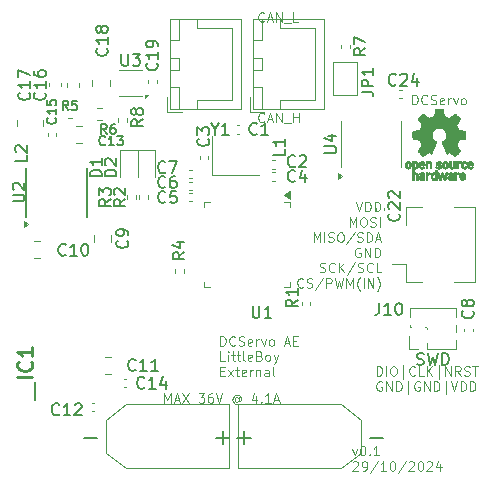
<source format=gbr>
%TF.GenerationSoftware,KiCad,Pcbnew,8.0.2*%
%TF.CreationDate,2024-11-04T12:25:00+02:00*%
%TF.ProjectId,Little Boy - External,4c697474-6c65-4204-926f-79202d204578,rev?*%
%TF.SameCoordinates,Original*%
%TF.FileFunction,Legend,Top*%
%TF.FilePolarity,Positive*%
%FSLAX46Y46*%
G04 Gerber Fmt 4.6, Leading zero omitted, Abs format (unit mm)*
G04 Created by KiCad (PCBNEW 8.0.2) date 2024-11-04 12:25:00*
%MOMM*%
%LPD*%
G01*
G04 APERTURE LIST*
%ADD10C,0.100000*%
%ADD11C,0.150000*%
%ADD12C,0.254000*%
%ADD13C,0.120000*%
%ADD14C,0.200000*%
%ADD15C,0.010000*%
G04 APERTURE END LIST*
D10*
X157006265Y-51146895D02*
X157006265Y-50346895D01*
X157006265Y-50346895D02*
X157196741Y-50346895D01*
X157196741Y-50346895D02*
X157311027Y-50384990D01*
X157311027Y-50384990D02*
X157387217Y-50461180D01*
X157387217Y-50461180D02*
X157425312Y-50537371D01*
X157425312Y-50537371D02*
X157463408Y-50689752D01*
X157463408Y-50689752D02*
X157463408Y-50804038D01*
X157463408Y-50804038D02*
X157425312Y-50956419D01*
X157425312Y-50956419D02*
X157387217Y-51032609D01*
X157387217Y-51032609D02*
X157311027Y-51108800D01*
X157311027Y-51108800D02*
X157196741Y-51146895D01*
X157196741Y-51146895D02*
X157006265Y-51146895D01*
X158263408Y-51070704D02*
X158225312Y-51108800D01*
X158225312Y-51108800D02*
X158111027Y-51146895D01*
X158111027Y-51146895D02*
X158034836Y-51146895D01*
X158034836Y-51146895D02*
X157920550Y-51108800D01*
X157920550Y-51108800D02*
X157844360Y-51032609D01*
X157844360Y-51032609D02*
X157806265Y-50956419D01*
X157806265Y-50956419D02*
X157768169Y-50804038D01*
X157768169Y-50804038D02*
X157768169Y-50689752D01*
X157768169Y-50689752D02*
X157806265Y-50537371D01*
X157806265Y-50537371D02*
X157844360Y-50461180D01*
X157844360Y-50461180D02*
X157920550Y-50384990D01*
X157920550Y-50384990D02*
X158034836Y-50346895D01*
X158034836Y-50346895D02*
X158111027Y-50346895D01*
X158111027Y-50346895D02*
X158225312Y-50384990D01*
X158225312Y-50384990D02*
X158263408Y-50423085D01*
X158568169Y-51108800D02*
X158682455Y-51146895D01*
X158682455Y-51146895D02*
X158872931Y-51146895D01*
X158872931Y-51146895D02*
X158949122Y-51108800D01*
X158949122Y-51108800D02*
X158987217Y-51070704D01*
X158987217Y-51070704D02*
X159025312Y-50994514D01*
X159025312Y-50994514D02*
X159025312Y-50918323D01*
X159025312Y-50918323D02*
X158987217Y-50842133D01*
X158987217Y-50842133D02*
X158949122Y-50804038D01*
X158949122Y-50804038D02*
X158872931Y-50765942D01*
X158872931Y-50765942D02*
X158720550Y-50727847D01*
X158720550Y-50727847D02*
X158644360Y-50689752D01*
X158644360Y-50689752D02*
X158606265Y-50651657D01*
X158606265Y-50651657D02*
X158568169Y-50575466D01*
X158568169Y-50575466D02*
X158568169Y-50499276D01*
X158568169Y-50499276D02*
X158606265Y-50423085D01*
X158606265Y-50423085D02*
X158644360Y-50384990D01*
X158644360Y-50384990D02*
X158720550Y-50346895D01*
X158720550Y-50346895D02*
X158911027Y-50346895D01*
X158911027Y-50346895D02*
X159025312Y-50384990D01*
X159672932Y-51108800D02*
X159596741Y-51146895D01*
X159596741Y-51146895D02*
X159444360Y-51146895D01*
X159444360Y-51146895D02*
X159368170Y-51108800D01*
X159368170Y-51108800D02*
X159330074Y-51032609D01*
X159330074Y-51032609D02*
X159330074Y-50727847D01*
X159330074Y-50727847D02*
X159368170Y-50651657D01*
X159368170Y-50651657D02*
X159444360Y-50613561D01*
X159444360Y-50613561D02*
X159596741Y-50613561D01*
X159596741Y-50613561D02*
X159672932Y-50651657D01*
X159672932Y-50651657D02*
X159711027Y-50727847D01*
X159711027Y-50727847D02*
X159711027Y-50804038D01*
X159711027Y-50804038D02*
X159330074Y-50880228D01*
X160053884Y-51146895D02*
X160053884Y-50613561D01*
X160053884Y-50765942D02*
X160091979Y-50689752D01*
X160091979Y-50689752D02*
X160130074Y-50651657D01*
X160130074Y-50651657D02*
X160206265Y-50613561D01*
X160206265Y-50613561D02*
X160282455Y-50613561D01*
X160472931Y-50613561D02*
X160663407Y-51146895D01*
X160663407Y-51146895D02*
X160853884Y-50613561D01*
X161272931Y-51146895D02*
X161196741Y-51108800D01*
X161196741Y-51108800D02*
X161158646Y-51070704D01*
X161158646Y-51070704D02*
X161120550Y-50994514D01*
X161120550Y-50994514D02*
X161120550Y-50765942D01*
X161120550Y-50765942D02*
X161158646Y-50689752D01*
X161158646Y-50689752D02*
X161196741Y-50651657D01*
X161196741Y-50651657D02*
X161272931Y-50613561D01*
X161272931Y-50613561D02*
X161387217Y-50613561D01*
X161387217Y-50613561D02*
X161463408Y-50651657D01*
X161463408Y-50651657D02*
X161501503Y-50689752D01*
X161501503Y-50689752D02*
X161539598Y-50765942D01*
X161539598Y-50765942D02*
X161539598Y-50994514D01*
X161539598Y-50994514D02*
X161501503Y-51070704D01*
X161501503Y-51070704D02*
X161463408Y-51108800D01*
X161463408Y-51108800D02*
X161387217Y-51146895D01*
X161387217Y-51146895D02*
X161272931Y-51146895D01*
X144463408Y-52570704D02*
X144425312Y-52608800D01*
X144425312Y-52608800D02*
X144311027Y-52646895D01*
X144311027Y-52646895D02*
X144234836Y-52646895D01*
X144234836Y-52646895D02*
X144120550Y-52608800D01*
X144120550Y-52608800D02*
X144044360Y-52532609D01*
X144044360Y-52532609D02*
X144006265Y-52456419D01*
X144006265Y-52456419D02*
X143968169Y-52304038D01*
X143968169Y-52304038D02*
X143968169Y-52189752D01*
X143968169Y-52189752D02*
X144006265Y-52037371D01*
X144006265Y-52037371D02*
X144044360Y-51961180D01*
X144044360Y-51961180D02*
X144120550Y-51884990D01*
X144120550Y-51884990D02*
X144234836Y-51846895D01*
X144234836Y-51846895D02*
X144311027Y-51846895D01*
X144311027Y-51846895D02*
X144425312Y-51884990D01*
X144425312Y-51884990D02*
X144463408Y-51923085D01*
X144768169Y-52418323D02*
X145149122Y-52418323D01*
X144691979Y-52646895D02*
X144958646Y-51846895D01*
X144958646Y-51846895D02*
X145225312Y-52646895D01*
X145491979Y-52646895D02*
X145491979Y-51846895D01*
X145491979Y-51846895D02*
X145949122Y-52646895D01*
X145949122Y-52646895D02*
X145949122Y-51846895D01*
X146139598Y-52723085D02*
X146749121Y-52723085D01*
X146939598Y-52646895D02*
X146939598Y-51846895D01*
X146939598Y-52227847D02*
X147396741Y-52227847D01*
X147396741Y-52646895D02*
X147396741Y-51846895D01*
X140756265Y-71570985D02*
X140756265Y-70770985D01*
X140756265Y-70770985D02*
X140946741Y-70770985D01*
X140946741Y-70770985D02*
X141061027Y-70809080D01*
X141061027Y-70809080D02*
X141137217Y-70885270D01*
X141137217Y-70885270D02*
X141175312Y-70961461D01*
X141175312Y-70961461D02*
X141213408Y-71113842D01*
X141213408Y-71113842D02*
X141213408Y-71228128D01*
X141213408Y-71228128D02*
X141175312Y-71380509D01*
X141175312Y-71380509D02*
X141137217Y-71456699D01*
X141137217Y-71456699D02*
X141061027Y-71532890D01*
X141061027Y-71532890D02*
X140946741Y-71570985D01*
X140946741Y-71570985D02*
X140756265Y-71570985D01*
X142013408Y-71494794D02*
X141975312Y-71532890D01*
X141975312Y-71532890D02*
X141861027Y-71570985D01*
X141861027Y-71570985D02*
X141784836Y-71570985D01*
X141784836Y-71570985D02*
X141670550Y-71532890D01*
X141670550Y-71532890D02*
X141594360Y-71456699D01*
X141594360Y-71456699D02*
X141556265Y-71380509D01*
X141556265Y-71380509D02*
X141518169Y-71228128D01*
X141518169Y-71228128D02*
X141518169Y-71113842D01*
X141518169Y-71113842D02*
X141556265Y-70961461D01*
X141556265Y-70961461D02*
X141594360Y-70885270D01*
X141594360Y-70885270D02*
X141670550Y-70809080D01*
X141670550Y-70809080D02*
X141784836Y-70770985D01*
X141784836Y-70770985D02*
X141861027Y-70770985D01*
X141861027Y-70770985D02*
X141975312Y-70809080D01*
X141975312Y-70809080D02*
X142013408Y-70847175D01*
X142318169Y-71532890D02*
X142432455Y-71570985D01*
X142432455Y-71570985D02*
X142622931Y-71570985D01*
X142622931Y-71570985D02*
X142699122Y-71532890D01*
X142699122Y-71532890D02*
X142737217Y-71494794D01*
X142737217Y-71494794D02*
X142775312Y-71418604D01*
X142775312Y-71418604D02*
X142775312Y-71342413D01*
X142775312Y-71342413D02*
X142737217Y-71266223D01*
X142737217Y-71266223D02*
X142699122Y-71228128D01*
X142699122Y-71228128D02*
X142622931Y-71190032D01*
X142622931Y-71190032D02*
X142470550Y-71151937D01*
X142470550Y-71151937D02*
X142394360Y-71113842D01*
X142394360Y-71113842D02*
X142356265Y-71075747D01*
X142356265Y-71075747D02*
X142318169Y-70999556D01*
X142318169Y-70999556D02*
X142318169Y-70923366D01*
X142318169Y-70923366D02*
X142356265Y-70847175D01*
X142356265Y-70847175D02*
X142394360Y-70809080D01*
X142394360Y-70809080D02*
X142470550Y-70770985D01*
X142470550Y-70770985D02*
X142661027Y-70770985D01*
X142661027Y-70770985D02*
X142775312Y-70809080D01*
X143422932Y-71532890D02*
X143346741Y-71570985D01*
X143346741Y-71570985D02*
X143194360Y-71570985D01*
X143194360Y-71570985D02*
X143118170Y-71532890D01*
X143118170Y-71532890D02*
X143080074Y-71456699D01*
X143080074Y-71456699D02*
X143080074Y-71151937D01*
X143080074Y-71151937D02*
X143118170Y-71075747D01*
X143118170Y-71075747D02*
X143194360Y-71037651D01*
X143194360Y-71037651D02*
X143346741Y-71037651D01*
X143346741Y-71037651D02*
X143422932Y-71075747D01*
X143422932Y-71075747D02*
X143461027Y-71151937D01*
X143461027Y-71151937D02*
X143461027Y-71228128D01*
X143461027Y-71228128D02*
X143080074Y-71304318D01*
X143803884Y-71570985D02*
X143803884Y-71037651D01*
X143803884Y-71190032D02*
X143841979Y-71113842D01*
X143841979Y-71113842D02*
X143880074Y-71075747D01*
X143880074Y-71075747D02*
X143956265Y-71037651D01*
X143956265Y-71037651D02*
X144032455Y-71037651D01*
X144222931Y-71037651D02*
X144413407Y-71570985D01*
X144413407Y-71570985D02*
X144603884Y-71037651D01*
X145022931Y-71570985D02*
X144946741Y-71532890D01*
X144946741Y-71532890D02*
X144908646Y-71494794D01*
X144908646Y-71494794D02*
X144870550Y-71418604D01*
X144870550Y-71418604D02*
X144870550Y-71190032D01*
X144870550Y-71190032D02*
X144908646Y-71113842D01*
X144908646Y-71113842D02*
X144946741Y-71075747D01*
X144946741Y-71075747D02*
X145022931Y-71037651D01*
X145022931Y-71037651D02*
X145137217Y-71037651D01*
X145137217Y-71037651D02*
X145213408Y-71075747D01*
X145213408Y-71075747D02*
X145251503Y-71113842D01*
X145251503Y-71113842D02*
X145289598Y-71190032D01*
X145289598Y-71190032D02*
X145289598Y-71418604D01*
X145289598Y-71418604D02*
X145251503Y-71494794D01*
X145251503Y-71494794D02*
X145213408Y-71532890D01*
X145213408Y-71532890D02*
X145137217Y-71570985D01*
X145137217Y-71570985D02*
X145022931Y-71570985D01*
X146203884Y-71342413D02*
X146584837Y-71342413D01*
X146127694Y-71570985D02*
X146394361Y-70770985D01*
X146394361Y-70770985D02*
X146661027Y-71570985D01*
X146927694Y-71151937D02*
X147194360Y-71151937D01*
X147308646Y-71570985D02*
X146927694Y-71570985D01*
X146927694Y-71570985D02*
X146927694Y-70770985D01*
X146927694Y-70770985D02*
X147308646Y-70770985D01*
X141137217Y-72858940D02*
X140756265Y-72858940D01*
X140756265Y-72858940D02*
X140756265Y-72058940D01*
X141403884Y-72858940D02*
X141403884Y-72325606D01*
X141403884Y-72058940D02*
X141365788Y-72097035D01*
X141365788Y-72097035D02*
X141403884Y-72135130D01*
X141403884Y-72135130D02*
X141441979Y-72097035D01*
X141441979Y-72097035D02*
X141403884Y-72058940D01*
X141403884Y-72058940D02*
X141403884Y-72135130D01*
X141670550Y-72325606D02*
X141975312Y-72325606D01*
X141784836Y-72058940D02*
X141784836Y-72744654D01*
X141784836Y-72744654D02*
X141822931Y-72820845D01*
X141822931Y-72820845D02*
X141899121Y-72858940D01*
X141899121Y-72858940D02*
X141975312Y-72858940D01*
X142127693Y-72325606D02*
X142432455Y-72325606D01*
X142241979Y-72058940D02*
X142241979Y-72744654D01*
X142241979Y-72744654D02*
X142280074Y-72820845D01*
X142280074Y-72820845D02*
X142356264Y-72858940D01*
X142356264Y-72858940D02*
X142432455Y-72858940D01*
X142813407Y-72858940D02*
X142737217Y-72820845D01*
X142737217Y-72820845D02*
X142699122Y-72744654D01*
X142699122Y-72744654D02*
X142699122Y-72058940D01*
X143422932Y-72820845D02*
X143346741Y-72858940D01*
X143346741Y-72858940D02*
X143194360Y-72858940D01*
X143194360Y-72858940D02*
X143118170Y-72820845D01*
X143118170Y-72820845D02*
X143080074Y-72744654D01*
X143080074Y-72744654D02*
X143080074Y-72439892D01*
X143080074Y-72439892D02*
X143118170Y-72363702D01*
X143118170Y-72363702D02*
X143194360Y-72325606D01*
X143194360Y-72325606D02*
X143346741Y-72325606D01*
X143346741Y-72325606D02*
X143422932Y-72363702D01*
X143422932Y-72363702D02*
X143461027Y-72439892D01*
X143461027Y-72439892D02*
X143461027Y-72516083D01*
X143461027Y-72516083D02*
X143080074Y-72592273D01*
X144070550Y-72439892D02*
X144184836Y-72477987D01*
X144184836Y-72477987D02*
X144222931Y-72516083D01*
X144222931Y-72516083D02*
X144261027Y-72592273D01*
X144261027Y-72592273D02*
X144261027Y-72706559D01*
X144261027Y-72706559D02*
X144222931Y-72782749D01*
X144222931Y-72782749D02*
X144184836Y-72820845D01*
X144184836Y-72820845D02*
X144108646Y-72858940D01*
X144108646Y-72858940D02*
X143803884Y-72858940D01*
X143803884Y-72858940D02*
X143803884Y-72058940D01*
X143803884Y-72058940D02*
X144070550Y-72058940D01*
X144070550Y-72058940D02*
X144146741Y-72097035D01*
X144146741Y-72097035D02*
X144184836Y-72135130D01*
X144184836Y-72135130D02*
X144222931Y-72211321D01*
X144222931Y-72211321D02*
X144222931Y-72287511D01*
X144222931Y-72287511D02*
X144184836Y-72363702D01*
X144184836Y-72363702D02*
X144146741Y-72401797D01*
X144146741Y-72401797D02*
X144070550Y-72439892D01*
X144070550Y-72439892D02*
X143803884Y-72439892D01*
X144718169Y-72858940D02*
X144641979Y-72820845D01*
X144641979Y-72820845D02*
X144603884Y-72782749D01*
X144603884Y-72782749D02*
X144565788Y-72706559D01*
X144565788Y-72706559D02*
X144565788Y-72477987D01*
X144565788Y-72477987D02*
X144603884Y-72401797D01*
X144603884Y-72401797D02*
X144641979Y-72363702D01*
X144641979Y-72363702D02*
X144718169Y-72325606D01*
X144718169Y-72325606D02*
X144832455Y-72325606D01*
X144832455Y-72325606D02*
X144908646Y-72363702D01*
X144908646Y-72363702D02*
X144946741Y-72401797D01*
X144946741Y-72401797D02*
X144984836Y-72477987D01*
X144984836Y-72477987D02*
X144984836Y-72706559D01*
X144984836Y-72706559D02*
X144946741Y-72782749D01*
X144946741Y-72782749D02*
X144908646Y-72820845D01*
X144908646Y-72820845D02*
X144832455Y-72858940D01*
X144832455Y-72858940D02*
X144718169Y-72858940D01*
X145251503Y-72325606D02*
X145441979Y-72858940D01*
X145632456Y-72325606D02*
X145441979Y-72858940D01*
X145441979Y-72858940D02*
X145365789Y-73049416D01*
X145365789Y-73049416D02*
X145327694Y-73087511D01*
X145327694Y-73087511D02*
X145251503Y-73125606D01*
X140756265Y-73727847D02*
X141022931Y-73727847D01*
X141137217Y-74146895D02*
X140756265Y-74146895D01*
X140756265Y-74146895D02*
X140756265Y-73346895D01*
X140756265Y-73346895D02*
X141137217Y-73346895D01*
X141403884Y-74146895D02*
X141822932Y-73613561D01*
X141403884Y-73613561D02*
X141822932Y-74146895D01*
X142013408Y-73613561D02*
X142318170Y-73613561D01*
X142127694Y-73346895D02*
X142127694Y-74032609D01*
X142127694Y-74032609D02*
X142165789Y-74108800D01*
X142165789Y-74108800D02*
X142241979Y-74146895D01*
X142241979Y-74146895D02*
X142318170Y-74146895D01*
X142889599Y-74108800D02*
X142813408Y-74146895D01*
X142813408Y-74146895D02*
X142661027Y-74146895D01*
X142661027Y-74146895D02*
X142584837Y-74108800D01*
X142584837Y-74108800D02*
X142546741Y-74032609D01*
X142546741Y-74032609D02*
X142546741Y-73727847D01*
X142546741Y-73727847D02*
X142584837Y-73651657D01*
X142584837Y-73651657D02*
X142661027Y-73613561D01*
X142661027Y-73613561D02*
X142813408Y-73613561D01*
X142813408Y-73613561D02*
X142889599Y-73651657D01*
X142889599Y-73651657D02*
X142927694Y-73727847D01*
X142927694Y-73727847D02*
X142927694Y-73804038D01*
X142927694Y-73804038D02*
X142546741Y-73880228D01*
X143270551Y-74146895D02*
X143270551Y-73613561D01*
X143270551Y-73765942D02*
X143308646Y-73689752D01*
X143308646Y-73689752D02*
X143346741Y-73651657D01*
X143346741Y-73651657D02*
X143422932Y-73613561D01*
X143422932Y-73613561D02*
X143499122Y-73613561D01*
X143765789Y-73613561D02*
X143765789Y-74146895D01*
X143765789Y-73689752D02*
X143803884Y-73651657D01*
X143803884Y-73651657D02*
X143880074Y-73613561D01*
X143880074Y-73613561D02*
X143994360Y-73613561D01*
X143994360Y-73613561D02*
X144070551Y-73651657D01*
X144070551Y-73651657D02*
X144108646Y-73727847D01*
X144108646Y-73727847D02*
X144108646Y-74146895D01*
X144832456Y-74146895D02*
X144832456Y-73727847D01*
X144832456Y-73727847D02*
X144794361Y-73651657D01*
X144794361Y-73651657D02*
X144718170Y-73613561D01*
X144718170Y-73613561D02*
X144565789Y-73613561D01*
X144565789Y-73613561D02*
X144489599Y-73651657D01*
X144832456Y-74108800D02*
X144756265Y-74146895D01*
X144756265Y-74146895D02*
X144565789Y-74146895D01*
X144565789Y-74146895D02*
X144489599Y-74108800D01*
X144489599Y-74108800D02*
X144451503Y-74032609D01*
X144451503Y-74032609D02*
X144451503Y-73956419D01*
X144451503Y-73956419D02*
X144489599Y-73880228D01*
X144489599Y-73880228D02*
X144565789Y-73842133D01*
X144565789Y-73842133D02*
X144756265Y-73842133D01*
X144756265Y-73842133D02*
X144832456Y-73804038D01*
X145327694Y-74146895D02*
X145251504Y-74108800D01*
X145251504Y-74108800D02*
X145213409Y-74032609D01*
X145213409Y-74032609D02*
X145213409Y-73346895D01*
X136006265Y-76396895D02*
X136006265Y-75596895D01*
X136006265Y-75596895D02*
X136272931Y-76168323D01*
X136272931Y-76168323D02*
X136539598Y-75596895D01*
X136539598Y-75596895D02*
X136539598Y-76396895D01*
X136882455Y-76168323D02*
X137263408Y-76168323D01*
X136806265Y-76396895D02*
X137072932Y-75596895D01*
X137072932Y-75596895D02*
X137339598Y-76396895D01*
X137530074Y-75596895D02*
X138063408Y-76396895D01*
X138063408Y-75596895D02*
X137530074Y-76396895D01*
X138901503Y-75596895D02*
X139396741Y-75596895D01*
X139396741Y-75596895D02*
X139130075Y-75901657D01*
X139130075Y-75901657D02*
X139244360Y-75901657D01*
X139244360Y-75901657D02*
X139320551Y-75939752D01*
X139320551Y-75939752D02*
X139358646Y-75977847D01*
X139358646Y-75977847D02*
X139396741Y-76054038D01*
X139396741Y-76054038D02*
X139396741Y-76244514D01*
X139396741Y-76244514D02*
X139358646Y-76320704D01*
X139358646Y-76320704D02*
X139320551Y-76358800D01*
X139320551Y-76358800D02*
X139244360Y-76396895D01*
X139244360Y-76396895D02*
X139015789Y-76396895D01*
X139015789Y-76396895D02*
X138939598Y-76358800D01*
X138939598Y-76358800D02*
X138901503Y-76320704D01*
X140082456Y-75596895D02*
X139930075Y-75596895D01*
X139930075Y-75596895D02*
X139853884Y-75634990D01*
X139853884Y-75634990D02*
X139815789Y-75673085D01*
X139815789Y-75673085D02*
X139739599Y-75787371D01*
X139739599Y-75787371D02*
X139701503Y-75939752D01*
X139701503Y-75939752D02*
X139701503Y-76244514D01*
X139701503Y-76244514D02*
X139739599Y-76320704D01*
X139739599Y-76320704D02*
X139777694Y-76358800D01*
X139777694Y-76358800D02*
X139853884Y-76396895D01*
X139853884Y-76396895D02*
X140006265Y-76396895D01*
X140006265Y-76396895D02*
X140082456Y-76358800D01*
X140082456Y-76358800D02*
X140120551Y-76320704D01*
X140120551Y-76320704D02*
X140158646Y-76244514D01*
X140158646Y-76244514D02*
X140158646Y-76054038D01*
X140158646Y-76054038D02*
X140120551Y-75977847D01*
X140120551Y-75977847D02*
X140082456Y-75939752D01*
X140082456Y-75939752D02*
X140006265Y-75901657D01*
X140006265Y-75901657D02*
X139853884Y-75901657D01*
X139853884Y-75901657D02*
X139777694Y-75939752D01*
X139777694Y-75939752D02*
X139739599Y-75977847D01*
X139739599Y-75977847D02*
X139701503Y-76054038D01*
X140387218Y-75596895D02*
X140653885Y-76396895D01*
X140653885Y-76396895D02*
X140920551Y-75596895D01*
X142291980Y-76015942D02*
X142253885Y-75977847D01*
X142253885Y-75977847D02*
X142177694Y-75939752D01*
X142177694Y-75939752D02*
X142101504Y-75939752D01*
X142101504Y-75939752D02*
X142025313Y-75977847D01*
X142025313Y-75977847D02*
X141987218Y-76015942D01*
X141987218Y-76015942D02*
X141949123Y-76092133D01*
X141949123Y-76092133D02*
X141949123Y-76168323D01*
X141949123Y-76168323D02*
X141987218Y-76244514D01*
X141987218Y-76244514D02*
X142025313Y-76282609D01*
X142025313Y-76282609D02*
X142101504Y-76320704D01*
X142101504Y-76320704D02*
X142177694Y-76320704D01*
X142177694Y-76320704D02*
X142253885Y-76282609D01*
X142253885Y-76282609D02*
X142291980Y-76244514D01*
X142291980Y-75939752D02*
X142291980Y-76244514D01*
X142291980Y-76244514D02*
X142330075Y-76282609D01*
X142330075Y-76282609D02*
X142368170Y-76282609D01*
X142368170Y-76282609D02*
X142444361Y-76244514D01*
X142444361Y-76244514D02*
X142482456Y-76168323D01*
X142482456Y-76168323D02*
X142482456Y-75977847D01*
X142482456Y-75977847D02*
X142406266Y-75863561D01*
X142406266Y-75863561D02*
X142291980Y-75787371D01*
X142291980Y-75787371D02*
X142139599Y-75749276D01*
X142139599Y-75749276D02*
X141987218Y-75787371D01*
X141987218Y-75787371D02*
X141872932Y-75863561D01*
X141872932Y-75863561D02*
X141796742Y-75977847D01*
X141796742Y-75977847D02*
X141758646Y-76130228D01*
X141758646Y-76130228D02*
X141796742Y-76282609D01*
X141796742Y-76282609D02*
X141872932Y-76396895D01*
X141872932Y-76396895D02*
X141987218Y-76473085D01*
X141987218Y-76473085D02*
X142139599Y-76511180D01*
X142139599Y-76511180D02*
X142291980Y-76473085D01*
X142291980Y-76473085D02*
X142406266Y-76396895D01*
X143777694Y-75863561D02*
X143777694Y-76396895D01*
X143587218Y-75558800D02*
X143396741Y-76130228D01*
X143396741Y-76130228D02*
X143891980Y-76130228D01*
X144196742Y-76320704D02*
X144234837Y-76358800D01*
X144234837Y-76358800D02*
X144196742Y-76396895D01*
X144196742Y-76396895D02*
X144158646Y-76358800D01*
X144158646Y-76358800D02*
X144196742Y-76320704D01*
X144196742Y-76320704D02*
X144196742Y-76396895D01*
X144996741Y-76396895D02*
X144539598Y-76396895D01*
X144768170Y-76396895D02*
X144768170Y-75596895D01*
X144768170Y-75596895D02*
X144691979Y-75711180D01*
X144691979Y-75711180D02*
X144615789Y-75787371D01*
X144615789Y-75787371D02*
X144539598Y-75825466D01*
X145301503Y-76168323D02*
X145682456Y-76168323D01*
X145225313Y-76396895D02*
X145491980Y-75596895D01*
X145491980Y-75596895D02*
X145758646Y-76396895D01*
X154006265Y-74108940D02*
X154006265Y-73308940D01*
X154006265Y-73308940D02*
X154196741Y-73308940D01*
X154196741Y-73308940D02*
X154311027Y-73347035D01*
X154311027Y-73347035D02*
X154387217Y-73423225D01*
X154387217Y-73423225D02*
X154425312Y-73499416D01*
X154425312Y-73499416D02*
X154463408Y-73651797D01*
X154463408Y-73651797D02*
X154463408Y-73766083D01*
X154463408Y-73766083D02*
X154425312Y-73918464D01*
X154425312Y-73918464D02*
X154387217Y-73994654D01*
X154387217Y-73994654D02*
X154311027Y-74070845D01*
X154311027Y-74070845D02*
X154196741Y-74108940D01*
X154196741Y-74108940D02*
X154006265Y-74108940D01*
X154806265Y-74108940D02*
X154806265Y-73308940D01*
X155339598Y-73308940D02*
X155491979Y-73308940D01*
X155491979Y-73308940D02*
X155568169Y-73347035D01*
X155568169Y-73347035D02*
X155644360Y-73423225D01*
X155644360Y-73423225D02*
X155682455Y-73575606D01*
X155682455Y-73575606D02*
X155682455Y-73842273D01*
X155682455Y-73842273D02*
X155644360Y-73994654D01*
X155644360Y-73994654D02*
X155568169Y-74070845D01*
X155568169Y-74070845D02*
X155491979Y-74108940D01*
X155491979Y-74108940D02*
X155339598Y-74108940D01*
X155339598Y-74108940D02*
X155263407Y-74070845D01*
X155263407Y-74070845D02*
X155187217Y-73994654D01*
X155187217Y-73994654D02*
X155149121Y-73842273D01*
X155149121Y-73842273D02*
X155149121Y-73575606D01*
X155149121Y-73575606D02*
X155187217Y-73423225D01*
X155187217Y-73423225D02*
X155263407Y-73347035D01*
X155263407Y-73347035D02*
X155339598Y-73308940D01*
X156215788Y-74375606D02*
X156215788Y-73232749D01*
X157244360Y-74032749D02*
X157206264Y-74070845D01*
X157206264Y-74070845D02*
X157091979Y-74108940D01*
X157091979Y-74108940D02*
X157015788Y-74108940D01*
X157015788Y-74108940D02*
X156901502Y-74070845D01*
X156901502Y-74070845D02*
X156825312Y-73994654D01*
X156825312Y-73994654D02*
X156787217Y-73918464D01*
X156787217Y-73918464D02*
X156749121Y-73766083D01*
X156749121Y-73766083D02*
X156749121Y-73651797D01*
X156749121Y-73651797D02*
X156787217Y-73499416D01*
X156787217Y-73499416D02*
X156825312Y-73423225D01*
X156825312Y-73423225D02*
X156901502Y-73347035D01*
X156901502Y-73347035D02*
X157015788Y-73308940D01*
X157015788Y-73308940D02*
X157091979Y-73308940D01*
X157091979Y-73308940D02*
X157206264Y-73347035D01*
X157206264Y-73347035D02*
X157244360Y-73385130D01*
X157968169Y-74108940D02*
X157587217Y-74108940D01*
X157587217Y-74108940D02*
X157587217Y-73308940D01*
X158234836Y-74108940D02*
X158234836Y-73308940D01*
X158691979Y-74108940D02*
X158349121Y-73651797D01*
X158691979Y-73308940D02*
X158234836Y-73766083D01*
X159225312Y-74375606D02*
X159225312Y-73232749D01*
X159796741Y-74108940D02*
X159796741Y-73308940D01*
X159796741Y-73308940D02*
X160253884Y-74108940D01*
X160253884Y-74108940D02*
X160253884Y-73308940D01*
X161091979Y-74108940D02*
X160825312Y-73727987D01*
X160634836Y-74108940D02*
X160634836Y-73308940D01*
X160634836Y-73308940D02*
X160939598Y-73308940D01*
X160939598Y-73308940D02*
X161015788Y-73347035D01*
X161015788Y-73347035D02*
X161053883Y-73385130D01*
X161053883Y-73385130D02*
X161091979Y-73461321D01*
X161091979Y-73461321D02*
X161091979Y-73575606D01*
X161091979Y-73575606D02*
X161053883Y-73651797D01*
X161053883Y-73651797D02*
X161015788Y-73689892D01*
X161015788Y-73689892D02*
X160939598Y-73727987D01*
X160939598Y-73727987D02*
X160634836Y-73727987D01*
X161396740Y-74070845D02*
X161511026Y-74108940D01*
X161511026Y-74108940D02*
X161701502Y-74108940D01*
X161701502Y-74108940D02*
X161777693Y-74070845D01*
X161777693Y-74070845D02*
X161815788Y-74032749D01*
X161815788Y-74032749D02*
X161853883Y-73956559D01*
X161853883Y-73956559D02*
X161853883Y-73880368D01*
X161853883Y-73880368D02*
X161815788Y-73804178D01*
X161815788Y-73804178D02*
X161777693Y-73766083D01*
X161777693Y-73766083D02*
X161701502Y-73727987D01*
X161701502Y-73727987D02*
X161549121Y-73689892D01*
X161549121Y-73689892D02*
X161472931Y-73651797D01*
X161472931Y-73651797D02*
X161434836Y-73613702D01*
X161434836Y-73613702D02*
X161396740Y-73537511D01*
X161396740Y-73537511D02*
X161396740Y-73461321D01*
X161396740Y-73461321D02*
X161434836Y-73385130D01*
X161434836Y-73385130D02*
X161472931Y-73347035D01*
X161472931Y-73347035D02*
X161549121Y-73308940D01*
X161549121Y-73308940D02*
X161739598Y-73308940D01*
X161739598Y-73308940D02*
X161853883Y-73347035D01*
X162082455Y-73308940D02*
X162539598Y-73308940D01*
X162311026Y-74108940D02*
X162311026Y-73308940D01*
X154425312Y-74634990D02*
X154349122Y-74596895D01*
X154349122Y-74596895D02*
X154234836Y-74596895D01*
X154234836Y-74596895D02*
X154120550Y-74634990D01*
X154120550Y-74634990D02*
X154044360Y-74711180D01*
X154044360Y-74711180D02*
X154006265Y-74787371D01*
X154006265Y-74787371D02*
X153968169Y-74939752D01*
X153968169Y-74939752D02*
X153968169Y-75054038D01*
X153968169Y-75054038D02*
X154006265Y-75206419D01*
X154006265Y-75206419D02*
X154044360Y-75282609D01*
X154044360Y-75282609D02*
X154120550Y-75358800D01*
X154120550Y-75358800D02*
X154234836Y-75396895D01*
X154234836Y-75396895D02*
X154311027Y-75396895D01*
X154311027Y-75396895D02*
X154425312Y-75358800D01*
X154425312Y-75358800D02*
X154463408Y-75320704D01*
X154463408Y-75320704D02*
X154463408Y-75054038D01*
X154463408Y-75054038D02*
X154311027Y-75054038D01*
X154806265Y-75396895D02*
X154806265Y-74596895D01*
X154806265Y-74596895D02*
X155263408Y-75396895D01*
X155263408Y-75396895D02*
X155263408Y-74596895D01*
X155644360Y-75396895D02*
X155644360Y-74596895D01*
X155644360Y-74596895D02*
X155834836Y-74596895D01*
X155834836Y-74596895D02*
X155949122Y-74634990D01*
X155949122Y-74634990D02*
X156025312Y-74711180D01*
X156025312Y-74711180D02*
X156063407Y-74787371D01*
X156063407Y-74787371D02*
X156101503Y-74939752D01*
X156101503Y-74939752D02*
X156101503Y-75054038D01*
X156101503Y-75054038D02*
X156063407Y-75206419D01*
X156063407Y-75206419D02*
X156025312Y-75282609D01*
X156025312Y-75282609D02*
X155949122Y-75358800D01*
X155949122Y-75358800D02*
X155834836Y-75396895D01*
X155834836Y-75396895D02*
X155644360Y-75396895D01*
X156634836Y-75663561D02*
X156634836Y-74520704D01*
X157625312Y-74634990D02*
X157549122Y-74596895D01*
X157549122Y-74596895D02*
X157434836Y-74596895D01*
X157434836Y-74596895D02*
X157320550Y-74634990D01*
X157320550Y-74634990D02*
X157244360Y-74711180D01*
X157244360Y-74711180D02*
X157206265Y-74787371D01*
X157206265Y-74787371D02*
X157168169Y-74939752D01*
X157168169Y-74939752D02*
X157168169Y-75054038D01*
X157168169Y-75054038D02*
X157206265Y-75206419D01*
X157206265Y-75206419D02*
X157244360Y-75282609D01*
X157244360Y-75282609D02*
X157320550Y-75358800D01*
X157320550Y-75358800D02*
X157434836Y-75396895D01*
X157434836Y-75396895D02*
X157511027Y-75396895D01*
X157511027Y-75396895D02*
X157625312Y-75358800D01*
X157625312Y-75358800D02*
X157663408Y-75320704D01*
X157663408Y-75320704D02*
X157663408Y-75054038D01*
X157663408Y-75054038D02*
X157511027Y-75054038D01*
X158006265Y-75396895D02*
X158006265Y-74596895D01*
X158006265Y-74596895D02*
X158463408Y-75396895D01*
X158463408Y-75396895D02*
X158463408Y-74596895D01*
X158844360Y-75396895D02*
X158844360Y-74596895D01*
X158844360Y-74596895D02*
X159034836Y-74596895D01*
X159034836Y-74596895D02*
X159149122Y-74634990D01*
X159149122Y-74634990D02*
X159225312Y-74711180D01*
X159225312Y-74711180D02*
X159263407Y-74787371D01*
X159263407Y-74787371D02*
X159301503Y-74939752D01*
X159301503Y-74939752D02*
X159301503Y-75054038D01*
X159301503Y-75054038D02*
X159263407Y-75206419D01*
X159263407Y-75206419D02*
X159225312Y-75282609D01*
X159225312Y-75282609D02*
X159149122Y-75358800D01*
X159149122Y-75358800D02*
X159034836Y-75396895D01*
X159034836Y-75396895D02*
X158844360Y-75396895D01*
X159834836Y-75663561D02*
X159834836Y-74520704D01*
X160291979Y-74596895D02*
X160558646Y-75396895D01*
X160558646Y-75396895D02*
X160825312Y-74596895D01*
X161091979Y-75396895D02*
X161091979Y-74596895D01*
X161091979Y-74596895D02*
X161282455Y-74596895D01*
X161282455Y-74596895D02*
X161396741Y-74634990D01*
X161396741Y-74634990D02*
X161472931Y-74711180D01*
X161472931Y-74711180D02*
X161511026Y-74787371D01*
X161511026Y-74787371D02*
X161549122Y-74939752D01*
X161549122Y-74939752D02*
X161549122Y-75054038D01*
X161549122Y-75054038D02*
X161511026Y-75206419D01*
X161511026Y-75206419D02*
X161472931Y-75282609D01*
X161472931Y-75282609D02*
X161396741Y-75358800D01*
X161396741Y-75358800D02*
X161282455Y-75396895D01*
X161282455Y-75396895D02*
X161091979Y-75396895D01*
X161891979Y-75396895D02*
X161891979Y-74596895D01*
X161891979Y-74596895D02*
X162082455Y-74596895D01*
X162082455Y-74596895D02*
X162196741Y-74634990D01*
X162196741Y-74634990D02*
X162272931Y-74711180D01*
X162272931Y-74711180D02*
X162311026Y-74787371D01*
X162311026Y-74787371D02*
X162349122Y-74939752D01*
X162349122Y-74939752D02*
X162349122Y-75054038D01*
X162349122Y-75054038D02*
X162311026Y-75206419D01*
X162311026Y-75206419D02*
X162272931Y-75282609D01*
X162272931Y-75282609D02*
X162196741Y-75358800D01*
X162196741Y-75358800D02*
X162082455Y-75396895D01*
X162082455Y-75396895D02*
X161891979Y-75396895D01*
X144463408Y-44070704D02*
X144425312Y-44108800D01*
X144425312Y-44108800D02*
X144311027Y-44146895D01*
X144311027Y-44146895D02*
X144234836Y-44146895D01*
X144234836Y-44146895D02*
X144120550Y-44108800D01*
X144120550Y-44108800D02*
X144044360Y-44032609D01*
X144044360Y-44032609D02*
X144006265Y-43956419D01*
X144006265Y-43956419D02*
X143968169Y-43804038D01*
X143968169Y-43804038D02*
X143968169Y-43689752D01*
X143968169Y-43689752D02*
X144006265Y-43537371D01*
X144006265Y-43537371D02*
X144044360Y-43461180D01*
X144044360Y-43461180D02*
X144120550Y-43384990D01*
X144120550Y-43384990D02*
X144234836Y-43346895D01*
X144234836Y-43346895D02*
X144311027Y-43346895D01*
X144311027Y-43346895D02*
X144425312Y-43384990D01*
X144425312Y-43384990D02*
X144463408Y-43423085D01*
X144768169Y-43918323D02*
X145149122Y-43918323D01*
X144691979Y-44146895D02*
X144958646Y-43346895D01*
X144958646Y-43346895D02*
X145225312Y-44146895D01*
X145491979Y-44146895D02*
X145491979Y-43346895D01*
X145491979Y-43346895D02*
X145949122Y-44146895D01*
X145949122Y-44146895D02*
X145949122Y-43346895D01*
X146139598Y-44223085D02*
X146749121Y-44223085D01*
X147320550Y-44146895D02*
X146939598Y-44146895D01*
X146939598Y-44146895D02*
X146939598Y-43346895D01*
X152224687Y-59407120D02*
X152491354Y-60207120D01*
X152491354Y-60207120D02*
X152758020Y-59407120D01*
X153024687Y-60207120D02*
X153024687Y-59407120D01*
X153024687Y-59407120D02*
X153215163Y-59407120D01*
X153215163Y-59407120D02*
X153329449Y-59445215D01*
X153329449Y-59445215D02*
X153405639Y-59521405D01*
X153405639Y-59521405D02*
X153443734Y-59597596D01*
X153443734Y-59597596D02*
X153481830Y-59749977D01*
X153481830Y-59749977D02*
X153481830Y-59864263D01*
X153481830Y-59864263D02*
X153443734Y-60016644D01*
X153443734Y-60016644D02*
X153405639Y-60092834D01*
X153405639Y-60092834D02*
X153329449Y-60169025D01*
X153329449Y-60169025D02*
X153215163Y-60207120D01*
X153215163Y-60207120D02*
X153024687Y-60207120D01*
X153824687Y-60207120D02*
X153824687Y-59407120D01*
X153824687Y-59407120D02*
X154015163Y-59407120D01*
X154015163Y-59407120D02*
X154129449Y-59445215D01*
X154129449Y-59445215D02*
X154205639Y-59521405D01*
X154205639Y-59521405D02*
X154243734Y-59597596D01*
X154243734Y-59597596D02*
X154281830Y-59749977D01*
X154281830Y-59749977D02*
X154281830Y-59864263D01*
X154281830Y-59864263D02*
X154243734Y-60016644D01*
X154243734Y-60016644D02*
X154205639Y-60092834D01*
X154205639Y-60092834D02*
X154129449Y-60169025D01*
X154129449Y-60169025D02*
X154015163Y-60207120D01*
X154015163Y-60207120D02*
X153824687Y-60207120D01*
X151729449Y-61495075D02*
X151729449Y-60695075D01*
X151729449Y-60695075D02*
X151996115Y-61266503D01*
X151996115Y-61266503D02*
X152262782Y-60695075D01*
X152262782Y-60695075D02*
X152262782Y-61495075D01*
X152796116Y-60695075D02*
X152948497Y-60695075D01*
X152948497Y-60695075D02*
X153024687Y-60733170D01*
X153024687Y-60733170D02*
X153100878Y-60809360D01*
X153100878Y-60809360D02*
X153138973Y-60961741D01*
X153138973Y-60961741D02*
X153138973Y-61228408D01*
X153138973Y-61228408D02*
X153100878Y-61380789D01*
X153100878Y-61380789D02*
X153024687Y-61456980D01*
X153024687Y-61456980D02*
X152948497Y-61495075D01*
X152948497Y-61495075D02*
X152796116Y-61495075D01*
X152796116Y-61495075D02*
X152719925Y-61456980D01*
X152719925Y-61456980D02*
X152643735Y-61380789D01*
X152643735Y-61380789D02*
X152605639Y-61228408D01*
X152605639Y-61228408D02*
X152605639Y-60961741D01*
X152605639Y-60961741D02*
X152643735Y-60809360D01*
X152643735Y-60809360D02*
X152719925Y-60733170D01*
X152719925Y-60733170D02*
X152796116Y-60695075D01*
X153443734Y-61456980D02*
X153558020Y-61495075D01*
X153558020Y-61495075D02*
X153748496Y-61495075D01*
X153748496Y-61495075D02*
X153824687Y-61456980D01*
X153824687Y-61456980D02*
X153862782Y-61418884D01*
X153862782Y-61418884D02*
X153900877Y-61342694D01*
X153900877Y-61342694D02*
X153900877Y-61266503D01*
X153900877Y-61266503D02*
X153862782Y-61190313D01*
X153862782Y-61190313D02*
X153824687Y-61152218D01*
X153824687Y-61152218D02*
X153748496Y-61114122D01*
X153748496Y-61114122D02*
X153596115Y-61076027D01*
X153596115Y-61076027D02*
X153519925Y-61037932D01*
X153519925Y-61037932D02*
X153481830Y-60999837D01*
X153481830Y-60999837D02*
X153443734Y-60923646D01*
X153443734Y-60923646D02*
X153443734Y-60847456D01*
X153443734Y-60847456D02*
X153481830Y-60771265D01*
X153481830Y-60771265D02*
X153519925Y-60733170D01*
X153519925Y-60733170D02*
X153596115Y-60695075D01*
X153596115Y-60695075D02*
X153786592Y-60695075D01*
X153786592Y-60695075D02*
X153900877Y-60733170D01*
X154243735Y-61495075D02*
X154243735Y-60695075D01*
X148643735Y-62783030D02*
X148643735Y-61983030D01*
X148643735Y-61983030D02*
X148910401Y-62554458D01*
X148910401Y-62554458D02*
X149177068Y-61983030D01*
X149177068Y-61983030D02*
X149177068Y-62783030D01*
X149558021Y-62783030D02*
X149558021Y-61983030D01*
X149900877Y-62744935D02*
X150015163Y-62783030D01*
X150015163Y-62783030D02*
X150205639Y-62783030D01*
X150205639Y-62783030D02*
X150281830Y-62744935D01*
X150281830Y-62744935D02*
X150319925Y-62706839D01*
X150319925Y-62706839D02*
X150358020Y-62630649D01*
X150358020Y-62630649D02*
X150358020Y-62554458D01*
X150358020Y-62554458D02*
X150319925Y-62478268D01*
X150319925Y-62478268D02*
X150281830Y-62440173D01*
X150281830Y-62440173D02*
X150205639Y-62402077D01*
X150205639Y-62402077D02*
X150053258Y-62363982D01*
X150053258Y-62363982D02*
X149977068Y-62325887D01*
X149977068Y-62325887D02*
X149938973Y-62287792D01*
X149938973Y-62287792D02*
X149900877Y-62211601D01*
X149900877Y-62211601D02*
X149900877Y-62135411D01*
X149900877Y-62135411D02*
X149938973Y-62059220D01*
X149938973Y-62059220D02*
X149977068Y-62021125D01*
X149977068Y-62021125D02*
X150053258Y-61983030D01*
X150053258Y-61983030D02*
X150243735Y-61983030D01*
X150243735Y-61983030D02*
X150358020Y-62021125D01*
X150853259Y-61983030D02*
X151005640Y-61983030D01*
X151005640Y-61983030D02*
X151081830Y-62021125D01*
X151081830Y-62021125D02*
X151158021Y-62097315D01*
X151158021Y-62097315D02*
X151196116Y-62249696D01*
X151196116Y-62249696D02*
X151196116Y-62516363D01*
X151196116Y-62516363D02*
X151158021Y-62668744D01*
X151158021Y-62668744D02*
X151081830Y-62744935D01*
X151081830Y-62744935D02*
X151005640Y-62783030D01*
X151005640Y-62783030D02*
X150853259Y-62783030D01*
X150853259Y-62783030D02*
X150777068Y-62744935D01*
X150777068Y-62744935D02*
X150700878Y-62668744D01*
X150700878Y-62668744D02*
X150662782Y-62516363D01*
X150662782Y-62516363D02*
X150662782Y-62249696D01*
X150662782Y-62249696D02*
X150700878Y-62097315D01*
X150700878Y-62097315D02*
X150777068Y-62021125D01*
X150777068Y-62021125D02*
X150853259Y-61983030D01*
X152110401Y-61944935D02*
X151424687Y-62973506D01*
X152338972Y-62744935D02*
X152453258Y-62783030D01*
X152453258Y-62783030D02*
X152643734Y-62783030D01*
X152643734Y-62783030D02*
X152719925Y-62744935D01*
X152719925Y-62744935D02*
X152758020Y-62706839D01*
X152758020Y-62706839D02*
X152796115Y-62630649D01*
X152796115Y-62630649D02*
X152796115Y-62554458D01*
X152796115Y-62554458D02*
X152758020Y-62478268D01*
X152758020Y-62478268D02*
X152719925Y-62440173D01*
X152719925Y-62440173D02*
X152643734Y-62402077D01*
X152643734Y-62402077D02*
X152491353Y-62363982D01*
X152491353Y-62363982D02*
X152415163Y-62325887D01*
X152415163Y-62325887D02*
X152377068Y-62287792D01*
X152377068Y-62287792D02*
X152338972Y-62211601D01*
X152338972Y-62211601D02*
X152338972Y-62135411D01*
X152338972Y-62135411D02*
X152377068Y-62059220D01*
X152377068Y-62059220D02*
X152415163Y-62021125D01*
X152415163Y-62021125D02*
X152491353Y-61983030D01*
X152491353Y-61983030D02*
X152681830Y-61983030D01*
X152681830Y-61983030D02*
X152796115Y-62021125D01*
X153138973Y-62783030D02*
X153138973Y-61983030D01*
X153138973Y-61983030D02*
X153329449Y-61983030D01*
X153329449Y-61983030D02*
X153443735Y-62021125D01*
X153443735Y-62021125D02*
X153519925Y-62097315D01*
X153519925Y-62097315D02*
X153558020Y-62173506D01*
X153558020Y-62173506D02*
X153596116Y-62325887D01*
X153596116Y-62325887D02*
X153596116Y-62440173D01*
X153596116Y-62440173D02*
X153558020Y-62592554D01*
X153558020Y-62592554D02*
X153519925Y-62668744D01*
X153519925Y-62668744D02*
X153443735Y-62744935D01*
X153443735Y-62744935D02*
X153329449Y-62783030D01*
X153329449Y-62783030D02*
X153138973Y-62783030D01*
X153900877Y-62554458D02*
X154281830Y-62554458D01*
X153824687Y-62783030D02*
X154091354Y-61983030D01*
X154091354Y-61983030D02*
X154358020Y-62783030D01*
X152605639Y-63309080D02*
X152529449Y-63270985D01*
X152529449Y-63270985D02*
X152415163Y-63270985D01*
X152415163Y-63270985D02*
X152300877Y-63309080D01*
X152300877Y-63309080D02*
X152224687Y-63385270D01*
X152224687Y-63385270D02*
X152186592Y-63461461D01*
X152186592Y-63461461D02*
X152148496Y-63613842D01*
X152148496Y-63613842D02*
X152148496Y-63728128D01*
X152148496Y-63728128D02*
X152186592Y-63880509D01*
X152186592Y-63880509D02*
X152224687Y-63956699D01*
X152224687Y-63956699D02*
X152300877Y-64032890D01*
X152300877Y-64032890D02*
X152415163Y-64070985D01*
X152415163Y-64070985D02*
X152491354Y-64070985D01*
X152491354Y-64070985D02*
X152605639Y-64032890D01*
X152605639Y-64032890D02*
X152643735Y-63994794D01*
X152643735Y-63994794D02*
X152643735Y-63728128D01*
X152643735Y-63728128D02*
X152491354Y-63728128D01*
X152986592Y-64070985D02*
X152986592Y-63270985D01*
X152986592Y-63270985D02*
X153443735Y-64070985D01*
X153443735Y-64070985D02*
X153443735Y-63270985D01*
X153824687Y-64070985D02*
X153824687Y-63270985D01*
X153824687Y-63270985D02*
X154015163Y-63270985D01*
X154015163Y-63270985D02*
X154129449Y-63309080D01*
X154129449Y-63309080D02*
X154205639Y-63385270D01*
X154205639Y-63385270D02*
X154243734Y-63461461D01*
X154243734Y-63461461D02*
X154281830Y-63613842D01*
X154281830Y-63613842D02*
X154281830Y-63728128D01*
X154281830Y-63728128D02*
X154243734Y-63880509D01*
X154243734Y-63880509D02*
X154205639Y-63956699D01*
X154205639Y-63956699D02*
X154129449Y-64032890D01*
X154129449Y-64032890D02*
X154015163Y-64070985D01*
X154015163Y-64070985D02*
X153824687Y-64070985D01*
X149177067Y-65320845D02*
X149291353Y-65358940D01*
X149291353Y-65358940D02*
X149481829Y-65358940D01*
X149481829Y-65358940D02*
X149558020Y-65320845D01*
X149558020Y-65320845D02*
X149596115Y-65282749D01*
X149596115Y-65282749D02*
X149634210Y-65206559D01*
X149634210Y-65206559D02*
X149634210Y-65130368D01*
X149634210Y-65130368D02*
X149596115Y-65054178D01*
X149596115Y-65054178D02*
X149558020Y-65016083D01*
X149558020Y-65016083D02*
X149481829Y-64977987D01*
X149481829Y-64977987D02*
X149329448Y-64939892D01*
X149329448Y-64939892D02*
X149253258Y-64901797D01*
X149253258Y-64901797D02*
X149215163Y-64863702D01*
X149215163Y-64863702D02*
X149177067Y-64787511D01*
X149177067Y-64787511D02*
X149177067Y-64711321D01*
X149177067Y-64711321D02*
X149215163Y-64635130D01*
X149215163Y-64635130D02*
X149253258Y-64597035D01*
X149253258Y-64597035D02*
X149329448Y-64558940D01*
X149329448Y-64558940D02*
X149519925Y-64558940D01*
X149519925Y-64558940D02*
X149634210Y-64597035D01*
X150434211Y-65282749D02*
X150396115Y-65320845D01*
X150396115Y-65320845D02*
X150281830Y-65358940D01*
X150281830Y-65358940D02*
X150205639Y-65358940D01*
X150205639Y-65358940D02*
X150091353Y-65320845D01*
X150091353Y-65320845D02*
X150015163Y-65244654D01*
X150015163Y-65244654D02*
X149977068Y-65168464D01*
X149977068Y-65168464D02*
X149938972Y-65016083D01*
X149938972Y-65016083D02*
X149938972Y-64901797D01*
X149938972Y-64901797D02*
X149977068Y-64749416D01*
X149977068Y-64749416D02*
X150015163Y-64673225D01*
X150015163Y-64673225D02*
X150091353Y-64597035D01*
X150091353Y-64597035D02*
X150205639Y-64558940D01*
X150205639Y-64558940D02*
X150281830Y-64558940D01*
X150281830Y-64558940D02*
X150396115Y-64597035D01*
X150396115Y-64597035D02*
X150434211Y-64635130D01*
X150777068Y-65358940D02*
X150777068Y-64558940D01*
X151234211Y-65358940D02*
X150891353Y-64901797D01*
X151234211Y-64558940D02*
X150777068Y-65016083D01*
X152148496Y-64520845D02*
X151462782Y-65549416D01*
X152377067Y-65320845D02*
X152491353Y-65358940D01*
X152491353Y-65358940D02*
X152681829Y-65358940D01*
X152681829Y-65358940D02*
X152758020Y-65320845D01*
X152758020Y-65320845D02*
X152796115Y-65282749D01*
X152796115Y-65282749D02*
X152834210Y-65206559D01*
X152834210Y-65206559D02*
X152834210Y-65130368D01*
X152834210Y-65130368D02*
X152796115Y-65054178D01*
X152796115Y-65054178D02*
X152758020Y-65016083D01*
X152758020Y-65016083D02*
X152681829Y-64977987D01*
X152681829Y-64977987D02*
X152529448Y-64939892D01*
X152529448Y-64939892D02*
X152453258Y-64901797D01*
X152453258Y-64901797D02*
X152415163Y-64863702D01*
X152415163Y-64863702D02*
X152377067Y-64787511D01*
X152377067Y-64787511D02*
X152377067Y-64711321D01*
X152377067Y-64711321D02*
X152415163Y-64635130D01*
X152415163Y-64635130D02*
X152453258Y-64597035D01*
X152453258Y-64597035D02*
X152529448Y-64558940D01*
X152529448Y-64558940D02*
X152719925Y-64558940D01*
X152719925Y-64558940D02*
X152834210Y-64597035D01*
X153634211Y-65282749D02*
X153596115Y-65320845D01*
X153596115Y-65320845D02*
X153481830Y-65358940D01*
X153481830Y-65358940D02*
X153405639Y-65358940D01*
X153405639Y-65358940D02*
X153291353Y-65320845D01*
X153291353Y-65320845D02*
X153215163Y-65244654D01*
X153215163Y-65244654D02*
X153177068Y-65168464D01*
X153177068Y-65168464D02*
X153138972Y-65016083D01*
X153138972Y-65016083D02*
X153138972Y-64901797D01*
X153138972Y-64901797D02*
X153177068Y-64749416D01*
X153177068Y-64749416D02*
X153215163Y-64673225D01*
X153215163Y-64673225D02*
X153291353Y-64597035D01*
X153291353Y-64597035D02*
X153405639Y-64558940D01*
X153405639Y-64558940D02*
X153481830Y-64558940D01*
X153481830Y-64558940D02*
X153596115Y-64597035D01*
X153596115Y-64597035D02*
X153634211Y-64635130D01*
X154358020Y-65358940D02*
X153977068Y-65358940D01*
X153977068Y-65358940D02*
X153977068Y-64558940D01*
X147767545Y-66570704D02*
X147729449Y-66608800D01*
X147729449Y-66608800D02*
X147615164Y-66646895D01*
X147615164Y-66646895D02*
X147538973Y-66646895D01*
X147538973Y-66646895D02*
X147424687Y-66608800D01*
X147424687Y-66608800D02*
X147348497Y-66532609D01*
X147348497Y-66532609D02*
X147310402Y-66456419D01*
X147310402Y-66456419D02*
X147272306Y-66304038D01*
X147272306Y-66304038D02*
X147272306Y-66189752D01*
X147272306Y-66189752D02*
X147310402Y-66037371D01*
X147310402Y-66037371D02*
X147348497Y-65961180D01*
X147348497Y-65961180D02*
X147424687Y-65884990D01*
X147424687Y-65884990D02*
X147538973Y-65846895D01*
X147538973Y-65846895D02*
X147615164Y-65846895D01*
X147615164Y-65846895D02*
X147729449Y-65884990D01*
X147729449Y-65884990D02*
X147767545Y-65923085D01*
X148072306Y-66608800D02*
X148186592Y-66646895D01*
X148186592Y-66646895D02*
X148377068Y-66646895D01*
X148377068Y-66646895D02*
X148453259Y-66608800D01*
X148453259Y-66608800D02*
X148491354Y-66570704D01*
X148491354Y-66570704D02*
X148529449Y-66494514D01*
X148529449Y-66494514D02*
X148529449Y-66418323D01*
X148529449Y-66418323D02*
X148491354Y-66342133D01*
X148491354Y-66342133D02*
X148453259Y-66304038D01*
X148453259Y-66304038D02*
X148377068Y-66265942D01*
X148377068Y-66265942D02*
X148224687Y-66227847D01*
X148224687Y-66227847D02*
X148148497Y-66189752D01*
X148148497Y-66189752D02*
X148110402Y-66151657D01*
X148110402Y-66151657D02*
X148072306Y-66075466D01*
X148072306Y-66075466D02*
X148072306Y-65999276D01*
X148072306Y-65999276D02*
X148110402Y-65923085D01*
X148110402Y-65923085D02*
X148148497Y-65884990D01*
X148148497Y-65884990D02*
X148224687Y-65846895D01*
X148224687Y-65846895D02*
X148415164Y-65846895D01*
X148415164Y-65846895D02*
X148529449Y-65884990D01*
X149443735Y-65808800D02*
X148758021Y-66837371D01*
X149710402Y-66646895D02*
X149710402Y-65846895D01*
X149710402Y-65846895D02*
X150015164Y-65846895D01*
X150015164Y-65846895D02*
X150091354Y-65884990D01*
X150091354Y-65884990D02*
X150129449Y-65923085D01*
X150129449Y-65923085D02*
X150167545Y-65999276D01*
X150167545Y-65999276D02*
X150167545Y-66113561D01*
X150167545Y-66113561D02*
X150129449Y-66189752D01*
X150129449Y-66189752D02*
X150091354Y-66227847D01*
X150091354Y-66227847D02*
X150015164Y-66265942D01*
X150015164Y-66265942D02*
X149710402Y-66265942D01*
X150434211Y-65846895D02*
X150624687Y-66646895D01*
X150624687Y-66646895D02*
X150777068Y-66075466D01*
X150777068Y-66075466D02*
X150929449Y-66646895D01*
X150929449Y-66646895D02*
X151119926Y-65846895D01*
X151424688Y-66646895D02*
X151424688Y-65846895D01*
X151424688Y-65846895D02*
X151691354Y-66418323D01*
X151691354Y-66418323D02*
X151958021Y-65846895D01*
X151958021Y-65846895D02*
X151958021Y-66646895D01*
X152567545Y-66951657D02*
X152529450Y-66913561D01*
X152529450Y-66913561D02*
X152453259Y-66799276D01*
X152453259Y-66799276D02*
X152415164Y-66723085D01*
X152415164Y-66723085D02*
X152377069Y-66608800D01*
X152377069Y-66608800D02*
X152338974Y-66418323D01*
X152338974Y-66418323D02*
X152338974Y-66265942D01*
X152338974Y-66265942D02*
X152377069Y-66075466D01*
X152377069Y-66075466D02*
X152415164Y-65961180D01*
X152415164Y-65961180D02*
X152453259Y-65884990D01*
X152453259Y-65884990D02*
X152529450Y-65770704D01*
X152529450Y-65770704D02*
X152567545Y-65732609D01*
X152872307Y-66646895D02*
X152872307Y-65846895D01*
X153253259Y-66646895D02*
X153253259Y-65846895D01*
X153253259Y-65846895D02*
X153710402Y-66646895D01*
X153710402Y-66646895D02*
X153710402Y-65846895D01*
X154015163Y-66951657D02*
X154053258Y-66913561D01*
X154053258Y-66913561D02*
X154129449Y-66799276D01*
X154129449Y-66799276D02*
X154167544Y-66723085D01*
X154167544Y-66723085D02*
X154205639Y-66608800D01*
X154205639Y-66608800D02*
X154243735Y-66418323D01*
X154243735Y-66418323D02*
X154243735Y-66265942D01*
X154243735Y-66265942D02*
X154205639Y-66075466D01*
X154205639Y-66075466D02*
X154167544Y-65961180D01*
X154167544Y-65961180D02*
X154129449Y-65884990D01*
X154129449Y-65884990D02*
X154053258Y-65770704D01*
X154053258Y-65770704D02*
X154015163Y-65732609D01*
X151930074Y-80325606D02*
X152120550Y-80858940D01*
X152120550Y-80858940D02*
X152311027Y-80325606D01*
X152768170Y-80058940D02*
X152844360Y-80058940D01*
X152844360Y-80058940D02*
X152920551Y-80097035D01*
X152920551Y-80097035D02*
X152958646Y-80135130D01*
X152958646Y-80135130D02*
X152996741Y-80211321D01*
X152996741Y-80211321D02*
X153034836Y-80363702D01*
X153034836Y-80363702D02*
X153034836Y-80554178D01*
X153034836Y-80554178D02*
X152996741Y-80706559D01*
X152996741Y-80706559D02*
X152958646Y-80782749D01*
X152958646Y-80782749D02*
X152920551Y-80820845D01*
X152920551Y-80820845D02*
X152844360Y-80858940D01*
X152844360Y-80858940D02*
X152768170Y-80858940D01*
X152768170Y-80858940D02*
X152691979Y-80820845D01*
X152691979Y-80820845D02*
X152653884Y-80782749D01*
X152653884Y-80782749D02*
X152615789Y-80706559D01*
X152615789Y-80706559D02*
X152577693Y-80554178D01*
X152577693Y-80554178D02*
X152577693Y-80363702D01*
X152577693Y-80363702D02*
X152615789Y-80211321D01*
X152615789Y-80211321D02*
X152653884Y-80135130D01*
X152653884Y-80135130D02*
X152691979Y-80097035D01*
X152691979Y-80097035D02*
X152768170Y-80058940D01*
X153377694Y-80782749D02*
X153415789Y-80820845D01*
X153415789Y-80820845D02*
X153377694Y-80858940D01*
X153377694Y-80858940D02*
X153339598Y-80820845D01*
X153339598Y-80820845D02*
X153377694Y-80782749D01*
X153377694Y-80782749D02*
X153377694Y-80858940D01*
X154177693Y-80858940D02*
X153720550Y-80858940D01*
X153949122Y-80858940D02*
X153949122Y-80058940D01*
X153949122Y-80058940D02*
X153872931Y-80173225D01*
X153872931Y-80173225D02*
X153796741Y-80249416D01*
X153796741Y-80249416D02*
X153720550Y-80287511D01*
X151968169Y-81423085D02*
X152006265Y-81384990D01*
X152006265Y-81384990D02*
X152082455Y-81346895D01*
X152082455Y-81346895D02*
X152272931Y-81346895D01*
X152272931Y-81346895D02*
X152349122Y-81384990D01*
X152349122Y-81384990D02*
X152387217Y-81423085D01*
X152387217Y-81423085D02*
X152425312Y-81499276D01*
X152425312Y-81499276D02*
X152425312Y-81575466D01*
X152425312Y-81575466D02*
X152387217Y-81689752D01*
X152387217Y-81689752D02*
X151930074Y-82146895D01*
X151930074Y-82146895D02*
X152425312Y-82146895D01*
X152806265Y-82146895D02*
X152958646Y-82146895D01*
X152958646Y-82146895D02*
X153034836Y-82108800D01*
X153034836Y-82108800D02*
X153072932Y-82070704D01*
X153072932Y-82070704D02*
X153149122Y-81956419D01*
X153149122Y-81956419D02*
X153187217Y-81804038D01*
X153187217Y-81804038D02*
X153187217Y-81499276D01*
X153187217Y-81499276D02*
X153149122Y-81423085D01*
X153149122Y-81423085D02*
X153111027Y-81384990D01*
X153111027Y-81384990D02*
X153034836Y-81346895D01*
X153034836Y-81346895D02*
X152882455Y-81346895D01*
X152882455Y-81346895D02*
X152806265Y-81384990D01*
X152806265Y-81384990D02*
X152768170Y-81423085D01*
X152768170Y-81423085D02*
X152730074Y-81499276D01*
X152730074Y-81499276D02*
X152730074Y-81689752D01*
X152730074Y-81689752D02*
X152768170Y-81765942D01*
X152768170Y-81765942D02*
X152806265Y-81804038D01*
X152806265Y-81804038D02*
X152882455Y-81842133D01*
X152882455Y-81842133D02*
X153034836Y-81842133D01*
X153034836Y-81842133D02*
X153111027Y-81804038D01*
X153111027Y-81804038D02*
X153149122Y-81765942D01*
X153149122Y-81765942D02*
X153187217Y-81689752D01*
X154101503Y-81308800D02*
X153415789Y-82337371D01*
X154787217Y-82146895D02*
X154330074Y-82146895D01*
X154558646Y-82146895D02*
X154558646Y-81346895D01*
X154558646Y-81346895D02*
X154482455Y-81461180D01*
X154482455Y-81461180D02*
X154406265Y-81537371D01*
X154406265Y-81537371D02*
X154330074Y-81575466D01*
X155282456Y-81346895D02*
X155358646Y-81346895D01*
X155358646Y-81346895D02*
X155434837Y-81384990D01*
X155434837Y-81384990D02*
X155472932Y-81423085D01*
X155472932Y-81423085D02*
X155511027Y-81499276D01*
X155511027Y-81499276D02*
X155549122Y-81651657D01*
X155549122Y-81651657D02*
X155549122Y-81842133D01*
X155549122Y-81842133D02*
X155511027Y-81994514D01*
X155511027Y-81994514D02*
X155472932Y-82070704D01*
X155472932Y-82070704D02*
X155434837Y-82108800D01*
X155434837Y-82108800D02*
X155358646Y-82146895D01*
X155358646Y-82146895D02*
X155282456Y-82146895D01*
X155282456Y-82146895D02*
X155206265Y-82108800D01*
X155206265Y-82108800D02*
X155168170Y-82070704D01*
X155168170Y-82070704D02*
X155130075Y-81994514D01*
X155130075Y-81994514D02*
X155091979Y-81842133D01*
X155091979Y-81842133D02*
X155091979Y-81651657D01*
X155091979Y-81651657D02*
X155130075Y-81499276D01*
X155130075Y-81499276D02*
X155168170Y-81423085D01*
X155168170Y-81423085D02*
X155206265Y-81384990D01*
X155206265Y-81384990D02*
X155282456Y-81346895D01*
X156463408Y-81308800D02*
X155777694Y-82337371D01*
X156691979Y-81423085D02*
X156730075Y-81384990D01*
X156730075Y-81384990D02*
X156806265Y-81346895D01*
X156806265Y-81346895D02*
X156996741Y-81346895D01*
X156996741Y-81346895D02*
X157072932Y-81384990D01*
X157072932Y-81384990D02*
X157111027Y-81423085D01*
X157111027Y-81423085D02*
X157149122Y-81499276D01*
X157149122Y-81499276D02*
X157149122Y-81575466D01*
X157149122Y-81575466D02*
X157111027Y-81689752D01*
X157111027Y-81689752D02*
X156653884Y-82146895D01*
X156653884Y-82146895D02*
X157149122Y-82146895D01*
X157644361Y-81346895D02*
X157720551Y-81346895D01*
X157720551Y-81346895D02*
X157796742Y-81384990D01*
X157796742Y-81384990D02*
X157834837Y-81423085D01*
X157834837Y-81423085D02*
X157872932Y-81499276D01*
X157872932Y-81499276D02*
X157911027Y-81651657D01*
X157911027Y-81651657D02*
X157911027Y-81842133D01*
X157911027Y-81842133D02*
X157872932Y-81994514D01*
X157872932Y-81994514D02*
X157834837Y-82070704D01*
X157834837Y-82070704D02*
X157796742Y-82108800D01*
X157796742Y-82108800D02*
X157720551Y-82146895D01*
X157720551Y-82146895D02*
X157644361Y-82146895D01*
X157644361Y-82146895D02*
X157568170Y-82108800D01*
X157568170Y-82108800D02*
X157530075Y-82070704D01*
X157530075Y-82070704D02*
X157491980Y-81994514D01*
X157491980Y-81994514D02*
X157453884Y-81842133D01*
X157453884Y-81842133D02*
X157453884Y-81651657D01*
X157453884Y-81651657D02*
X157491980Y-81499276D01*
X157491980Y-81499276D02*
X157530075Y-81423085D01*
X157530075Y-81423085D02*
X157568170Y-81384990D01*
X157568170Y-81384990D02*
X157644361Y-81346895D01*
X158215789Y-81423085D02*
X158253885Y-81384990D01*
X158253885Y-81384990D02*
X158330075Y-81346895D01*
X158330075Y-81346895D02*
X158520551Y-81346895D01*
X158520551Y-81346895D02*
X158596742Y-81384990D01*
X158596742Y-81384990D02*
X158634837Y-81423085D01*
X158634837Y-81423085D02*
X158672932Y-81499276D01*
X158672932Y-81499276D02*
X158672932Y-81575466D01*
X158672932Y-81575466D02*
X158634837Y-81689752D01*
X158634837Y-81689752D02*
X158177694Y-82146895D01*
X158177694Y-82146895D02*
X158672932Y-82146895D01*
X159358647Y-81613561D02*
X159358647Y-82146895D01*
X159168171Y-81308800D02*
X158977694Y-81880228D01*
X158977694Y-81880228D02*
X159472933Y-81880228D01*
D11*
X123154819Y-59361904D02*
X123964342Y-59361904D01*
X123964342Y-59361904D02*
X124059580Y-59314285D01*
X124059580Y-59314285D02*
X124107200Y-59266666D01*
X124107200Y-59266666D02*
X124154819Y-59171428D01*
X124154819Y-59171428D02*
X124154819Y-58980952D01*
X124154819Y-58980952D02*
X124107200Y-58885714D01*
X124107200Y-58885714D02*
X124059580Y-58838095D01*
X124059580Y-58838095D02*
X123964342Y-58790476D01*
X123964342Y-58790476D02*
X123154819Y-58790476D01*
X123250057Y-58361904D02*
X123202438Y-58314285D01*
X123202438Y-58314285D02*
X123154819Y-58219047D01*
X123154819Y-58219047D02*
X123154819Y-57980952D01*
X123154819Y-57980952D02*
X123202438Y-57885714D01*
X123202438Y-57885714D02*
X123250057Y-57838095D01*
X123250057Y-57838095D02*
X123345295Y-57790476D01*
X123345295Y-57790476D02*
X123440533Y-57790476D01*
X123440533Y-57790476D02*
X123583390Y-57838095D01*
X123583390Y-57838095D02*
X124154819Y-58409523D01*
X124154819Y-58409523D02*
X124154819Y-57790476D01*
X124379819Y-55466667D02*
X124379819Y-55942857D01*
X124379819Y-55942857D02*
X123379819Y-55942857D01*
X123475057Y-55180952D02*
X123427438Y-55133333D01*
X123427438Y-55133333D02*
X123379819Y-55038095D01*
X123379819Y-55038095D02*
X123379819Y-54800000D01*
X123379819Y-54800000D02*
X123427438Y-54704762D01*
X123427438Y-54704762D02*
X123475057Y-54657143D01*
X123475057Y-54657143D02*
X123570295Y-54609524D01*
X123570295Y-54609524D02*
X123665533Y-54609524D01*
X123665533Y-54609524D02*
X123808390Y-54657143D01*
X123808390Y-54657143D02*
X124379819Y-55228571D01*
X124379819Y-55228571D02*
X124379819Y-54609524D01*
X127866667Y-51612295D02*
X127600000Y-51231342D01*
X127409524Y-51612295D02*
X127409524Y-50812295D01*
X127409524Y-50812295D02*
X127714286Y-50812295D01*
X127714286Y-50812295D02*
X127790476Y-50850390D01*
X127790476Y-50850390D02*
X127828571Y-50888485D01*
X127828571Y-50888485D02*
X127866667Y-50964676D01*
X127866667Y-50964676D02*
X127866667Y-51078961D01*
X127866667Y-51078961D02*
X127828571Y-51155152D01*
X127828571Y-51155152D02*
X127790476Y-51193247D01*
X127790476Y-51193247D02*
X127714286Y-51231342D01*
X127714286Y-51231342D02*
X127409524Y-51231342D01*
X128590476Y-50812295D02*
X128209524Y-50812295D01*
X128209524Y-50812295D02*
X128171428Y-51193247D01*
X128171428Y-51193247D02*
X128209524Y-51155152D01*
X128209524Y-51155152D02*
X128285714Y-51117057D01*
X128285714Y-51117057D02*
X128476190Y-51117057D01*
X128476190Y-51117057D02*
X128552381Y-51155152D01*
X128552381Y-51155152D02*
X128590476Y-51193247D01*
X128590476Y-51193247D02*
X128628571Y-51269438D01*
X128628571Y-51269438D02*
X128628571Y-51459914D01*
X128628571Y-51459914D02*
X128590476Y-51536104D01*
X128590476Y-51536104D02*
X128552381Y-51574200D01*
X128552381Y-51574200D02*
X128476190Y-51612295D01*
X128476190Y-51612295D02*
X128285714Y-51612295D01*
X128285714Y-51612295D02*
X128209524Y-51574200D01*
X128209524Y-51574200D02*
X128171428Y-51536104D01*
X147083333Y-56359580D02*
X147035714Y-56407200D01*
X147035714Y-56407200D02*
X146892857Y-56454819D01*
X146892857Y-56454819D02*
X146797619Y-56454819D01*
X146797619Y-56454819D02*
X146654762Y-56407200D01*
X146654762Y-56407200D02*
X146559524Y-56311961D01*
X146559524Y-56311961D02*
X146511905Y-56216723D01*
X146511905Y-56216723D02*
X146464286Y-56026247D01*
X146464286Y-56026247D02*
X146464286Y-55883390D01*
X146464286Y-55883390D02*
X146511905Y-55692914D01*
X146511905Y-55692914D02*
X146559524Y-55597676D01*
X146559524Y-55597676D02*
X146654762Y-55502438D01*
X146654762Y-55502438D02*
X146797619Y-55454819D01*
X146797619Y-55454819D02*
X146892857Y-55454819D01*
X146892857Y-55454819D02*
X147035714Y-55502438D01*
X147035714Y-55502438D02*
X147083333Y-55550057D01*
X147464286Y-55550057D02*
X147511905Y-55502438D01*
X147511905Y-55502438D02*
X147607143Y-55454819D01*
X147607143Y-55454819D02*
X147845238Y-55454819D01*
X147845238Y-55454819D02*
X147940476Y-55502438D01*
X147940476Y-55502438D02*
X147988095Y-55550057D01*
X147988095Y-55550057D02*
X148035714Y-55645295D01*
X148035714Y-55645295D02*
X148035714Y-55740533D01*
X148035714Y-55740533D02*
X147988095Y-55883390D01*
X147988095Y-55883390D02*
X147416667Y-56454819D01*
X147416667Y-56454819D02*
X148035714Y-56454819D01*
X133567143Y-73609580D02*
X133519524Y-73657200D01*
X133519524Y-73657200D02*
X133376667Y-73704819D01*
X133376667Y-73704819D02*
X133281429Y-73704819D01*
X133281429Y-73704819D02*
X133138572Y-73657200D01*
X133138572Y-73657200D02*
X133043334Y-73561961D01*
X133043334Y-73561961D02*
X132995715Y-73466723D01*
X132995715Y-73466723D02*
X132948096Y-73276247D01*
X132948096Y-73276247D02*
X132948096Y-73133390D01*
X132948096Y-73133390D02*
X132995715Y-72942914D01*
X132995715Y-72942914D02*
X133043334Y-72847676D01*
X133043334Y-72847676D02*
X133138572Y-72752438D01*
X133138572Y-72752438D02*
X133281429Y-72704819D01*
X133281429Y-72704819D02*
X133376667Y-72704819D01*
X133376667Y-72704819D02*
X133519524Y-72752438D01*
X133519524Y-72752438D02*
X133567143Y-72800057D01*
X134519524Y-73704819D02*
X133948096Y-73704819D01*
X134233810Y-73704819D02*
X134233810Y-72704819D01*
X134233810Y-72704819D02*
X134138572Y-72847676D01*
X134138572Y-72847676D02*
X134043334Y-72942914D01*
X134043334Y-72942914D02*
X133948096Y-72990533D01*
X135471905Y-73704819D02*
X134900477Y-73704819D01*
X135186191Y-73704819D02*
X135186191Y-72704819D01*
X135186191Y-72704819D02*
X135090953Y-72847676D01*
X135090953Y-72847676D02*
X134995715Y-72942914D01*
X134995715Y-72942914D02*
X134900477Y-72990533D01*
X131954819Y-57238094D02*
X130954819Y-57238094D01*
X130954819Y-57238094D02*
X130954819Y-56999999D01*
X130954819Y-56999999D02*
X131002438Y-56857142D01*
X131002438Y-56857142D02*
X131097676Y-56761904D01*
X131097676Y-56761904D02*
X131192914Y-56714285D01*
X131192914Y-56714285D02*
X131383390Y-56666666D01*
X131383390Y-56666666D02*
X131526247Y-56666666D01*
X131526247Y-56666666D02*
X131716723Y-56714285D01*
X131716723Y-56714285D02*
X131811961Y-56761904D01*
X131811961Y-56761904D02*
X131907200Y-56857142D01*
X131907200Y-56857142D02*
X131954819Y-56999999D01*
X131954819Y-56999999D02*
X131954819Y-57238094D01*
X131050057Y-56285713D02*
X131002438Y-56238094D01*
X131002438Y-56238094D02*
X130954819Y-56142856D01*
X130954819Y-56142856D02*
X130954819Y-55904761D01*
X130954819Y-55904761D02*
X131002438Y-55809523D01*
X131002438Y-55809523D02*
X131050057Y-55761904D01*
X131050057Y-55761904D02*
X131145295Y-55714285D01*
X131145295Y-55714285D02*
X131240533Y-55714285D01*
X131240533Y-55714285D02*
X131383390Y-55761904D01*
X131383390Y-55761904D02*
X131954819Y-56333332D01*
X131954819Y-56333332D02*
X131954819Y-55714285D01*
X134204819Y-52416666D02*
X133728628Y-52749999D01*
X134204819Y-52988094D02*
X133204819Y-52988094D01*
X133204819Y-52988094D02*
X133204819Y-52607142D01*
X133204819Y-52607142D02*
X133252438Y-52511904D01*
X133252438Y-52511904D02*
X133300057Y-52464285D01*
X133300057Y-52464285D02*
X133395295Y-52416666D01*
X133395295Y-52416666D02*
X133538152Y-52416666D01*
X133538152Y-52416666D02*
X133633390Y-52464285D01*
X133633390Y-52464285D02*
X133681009Y-52511904D01*
X133681009Y-52511904D02*
X133728628Y-52607142D01*
X133728628Y-52607142D02*
X133728628Y-52988094D01*
X133633390Y-51845237D02*
X133585771Y-51940475D01*
X133585771Y-51940475D02*
X133538152Y-51988094D01*
X133538152Y-51988094D02*
X133442914Y-52035713D01*
X133442914Y-52035713D02*
X133395295Y-52035713D01*
X133395295Y-52035713D02*
X133300057Y-51988094D01*
X133300057Y-51988094D02*
X133252438Y-51940475D01*
X133252438Y-51940475D02*
X133204819Y-51845237D01*
X133204819Y-51845237D02*
X133204819Y-51654761D01*
X133204819Y-51654761D02*
X133252438Y-51559523D01*
X133252438Y-51559523D02*
X133300057Y-51511904D01*
X133300057Y-51511904D02*
X133395295Y-51464285D01*
X133395295Y-51464285D02*
X133442914Y-51464285D01*
X133442914Y-51464285D02*
X133538152Y-51511904D01*
X133538152Y-51511904D02*
X133585771Y-51559523D01*
X133585771Y-51559523D02*
X133633390Y-51654761D01*
X133633390Y-51654761D02*
X133633390Y-51845237D01*
X133633390Y-51845237D02*
X133681009Y-51940475D01*
X133681009Y-51940475D02*
X133728628Y-51988094D01*
X133728628Y-51988094D02*
X133823866Y-52035713D01*
X133823866Y-52035713D02*
X134014342Y-52035713D01*
X134014342Y-52035713D02*
X134109580Y-51988094D01*
X134109580Y-51988094D02*
X134157200Y-51940475D01*
X134157200Y-51940475D02*
X134204819Y-51845237D01*
X134204819Y-51845237D02*
X134204819Y-51654761D01*
X134204819Y-51654761D02*
X134157200Y-51559523D01*
X134157200Y-51559523D02*
X134109580Y-51511904D01*
X134109580Y-51511904D02*
X134014342Y-51464285D01*
X134014342Y-51464285D02*
X133823866Y-51464285D01*
X133823866Y-51464285D02*
X133728628Y-51511904D01*
X133728628Y-51511904D02*
X133681009Y-51559523D01*
X133681009Y-51559523D02*
X133633390Y-51654761D01*
X136083333Y-58109580D02*
X136035714Y-58157200D01*
X136035714Y-58157200D02*
X135892857Y-58204819D01*
X135892857Y-58204819D02*
X135797619Y-58204819D01*
X135797619Y-58204819D02*
X135654762Y-58157200D01*
X135654762Y-58157200D02*
X135559524Y-58061961D01*
X135559524Y-58061961D02*
X135511905Y-57966723D01*
X135511905Y-57966723D02*
X135464286Y-57776247D01*
X135464286Y-57776247D02*
X135464286Y-57633390D01*
X135464286Y-57633390D02*
X135511905Y-57442914D01*
X135511905Y-57442914D02*
X135559524Y-57347676D01*
X135559524Y-57347676D02*
X135654762Y-57252438D01*
X135654762Y-57252438D02*
X135797619Y-57204819D01*
X135797619Y-57204819D02*
X135892857Y-57204819D01*
X135892857Y-57204819D02*
X136035714Y-57252438D01*
X136035714Y-57252438D02*
X136083333Y-57300057D01*
X136940476Y-57204819D02*
X136750000Y-57204819D01*
X136750000Y-57204819D02*
X136654762Y-57252438D01*
X136654762Y-57252438D02*
X136607143Y-57300057D01*
X136607143Y-57300057D02*
X136511905Y-57442914D01*
X136511905Y-57442914D02*
X136464286Y-57633390D01*
X136464286Y-57633390D02*
X136464286Y-58014342D01*
X136464286Y-58014342D02*
X136511905Y-58109580D01*
X136511905Y-58109580D02*
X136559524Y-58157200D01*
X136559524Y-58157200D02*
X136654762Y-58204819D01*
X136654762Y-58204819D02*
X136845238Y-58204819D01*
X136845238Y-58204819D02*
X136940476Y-58157200D01*
X136940476Y-58157200D02*
X136988095Y-58109580D01*
X136988095Y-58109580D02*
X137035714Y-58014342D01*
X137035714Y-58014342D02*
X137035714Y-57776247D01*
X137035714Y-57776247D02*
X136988095Y-57681009D01*
X136988095Y-57681009D02*
X136940476Y-57633390D01*
X136940476Y-57633390D02*
X136845238Y-57585771D01*
X136845238Y-57585771D02*
X136654762Y-57585771D01*
X136654762Y-57585771D02*
X136559524Y-57633390D01*
X136559524Y-57633390D02*
X136511905Y-57681009D01*
X136511905Y-57681009D02*
X136464286Y-57776247D01*
X134317143Y-75109580D02*
X134269524Y-75157200D01*
X134269524Y-75157200D02*
X134126667Y-75204819D01*
X134126667Y-75204819D02*
X134031429Y-75204819D01*
X134031429Y-75204819D02*
X133888572Y-75157200D01*
X133888572Y-75157200D02*
X133793334Y-75061961D01*
X133793334Y-75061961D02*
X133745715Y-74966723D01*
X133745715Y-74966723D02*
X133698096Y-74776247D01*
X133698096Y-74776247D02*
X133698096Y-74633390D01*
X133698096Y-74633390D02*
X133745715Y-74442914D01*
X133745715Y-74442914D02*
X133793334Y-74347676D01*
X133793334Y-74347676D02*
X133888572Y-74252438D01*
X133888572Y-74252438D02*
X134031429Y-74204819D01*
X134031429Y-74204819D02*
X134126667Y-74204819D01*
X134126667Y-74204819D02*
X134269524Y-74252438D01*
X134269524Y-74252438D02*
X134317143Y-74300057D01*
X135269524Y-75204819D02*
X134698096Y-75204819D01*
X134983810Y-75204819D02*
X134983810Y-74204819D01*
X134983810Y-74204819D02*
X134888572Y-74347676D01*
X134888572Y-74347676D02*
X134793334Y-74442914D01*
X134793334Y-74442914D02*
X134698096Y-74490533D01*
X136126667Y-74538152D02*
X136126667Y-75204819D01*
X135888572Y-74157200D02*
X135650477Y-74871485D01*
X135650477Y-74871485D02*
X136269524Y-74871485D01*
X131134579Y-46392857D02*
X131182199Y-46440476D01*
X131182199Y-46440476D02*
X131229818Y-46583333D01*
X131229818Y-46583333D02*
X131229818Y-46678571D01*
X131229818Y-46678571D02*
X131182199Y-46821428D01*
X131182199Y-46821428D02*
X131086960Y-46916666D01*
X131086960Y-46916666D02*
X130991722Y-46964285D01*
X130991722Y-46964285D02*
X130801246Y-47011904D01*
X130801246Y-47011904D02*
X130658389Y-47011904D01*
X130658389Y-47011904D02*
X130467913Y-46964285D01*
X130467913Y-46964285D02*
X130372675Y-46916666D01*
X130372675Y-46916666D02*
X130277437Y-46821428D01*
X130277437Y-46821428D02*
X130229818Y-46678571D01*
X130229818Y-46678571D02*
X130229818Y-46583333D01*
X130229818Y-46583333D02*
X130277437Y-46440476D01*
X130277437Y-46440476D02*
X130325056Y-46392857D01*
X131229818Y-45440476D02*
X131229818Y-46011904D01*
X131229818Y-45726190D02*
X130229818Y-45726190D01*
X130229818Y-45726190D02*
X130372675Y-45821428D01*
X130372675Y-45821428D02*
X130467913Y-45916666D01*
X130467913Y-45916666D02*
X130515532Y-46011904D01*
X130658389Y-44869047D02*
X130610770Y-44964285D01*
X130610770Y-44964285D02*
X130563151Y-45011904D01*
X130563151Y-45011904D02*
X130467913Y-45059523D01*
X130467913Y-45059523D02*
X130420294Y-45059523D01*
X130420294Y-45059523D02*
X130325056Y-45011904D01*
X130325056Y-45011904D02*
X130277437Y-44964285D01*
X130277437Y-44964285D02*
X130229818Y-44869047D01*
X130229818Y-44869047D02*
X130229818Y-44678571D01*
X130229818Y-44678571D02*
X130277437Y-44583333D01*
X130277437Y-44583333D02*
X130325056Y-44535714D01*
X130325056Y-44535714D02*
X130420294Y-44488095D01*
X130420294Y-44488095D02*
X130467913Y-44488095D01*
X130467913Y-44488095D02*
X130563151Y-44535714D01*
X130563151Y-44535714D02*
X130610770Y-44583333D01*
X130610770Y-44583333D02*
X130658389Y-44678571D01*
X130658389Y-44678571D02*
X130658389Y-44869047D01*
X130658389Y-44869047D02*
X130706008Y-44964285D01*
X130706008Y-44964285D02*
X130753627Y-45011904D01*
X130753627Y-45011904D02*
X130848865Y-45059523D01*
X130848865Y-45059523D02*
X131039341Y-45059523D01*
X131039341Y-45059523D02*
X131134579Y-45011904D01*
X131134579Y-45011904D02*
X131182199Y-44964285D01*
X131182199Y-44964285D02*
X131229818Y-44869047D01*
X131229818Y-44869047D02*
X131229818Y-44678571D01*
X131229818Y-44678571D02*
X131182199Y-44583333D01*
X131182199Y-44583333D02*
X131134579Y-44535714D01*
X131134579Y-44535714D02*
X131039341Y-44488095D01*
X131039341Y-44488095D02*
X130848865Y-44488095D01*
X130848865Y-44488095D02*
X130753627Y-44535714D01*
X130753627Y-44535714D02*
X130706008Y-44583333D01*
X130706008Y-44583333D02*
X130658389Y-44678571D01*
X140273809Y-53228628D02*
X140273809Y-53704819D01*
X139940476Y-52704819D02*
X140273809Y-53228628D01*
X140273809Y-53228628D02*
X140607142Y-52704819D01*
X141464285Y-53704819D02*
X140892857Y-53704819D01*
X141178571Y-53704819D02*
X141178571Y-52704819D01*
X141178571Y-52704819D02*
X141083333Y-52847676D01*
X141083333Y-52847676D02*
X140988095Y-52942914D01*
X140988095Y-52942914D02*
X140892857Y-52990533D01*
X127657142Y-63859580D02*
X127609523Y-63907200D01*
X127609523Y-63907200D02*
X127466666Y-63954819D01*
X127466666Y-63954819D02*
X127371428Y-63954819D01*
X127371428Y-63954819D02*
X127228571Y-63907200D01*
X127228571Y-63907200D02*
X127133333Y-63811961D01*
X127133333Y-63811961D02*
X127085714Y-63716723D01*
X127085714Y-63716723D02*
X127038095Y-63526247D01*
X127038095Y-63526247D02*
X127038095Y-63383390D01*
X127038095Y-63383390D02*
X127085714Y-63192914D01*
X127085714Y-63192914D02*
X127133333Y-63097676D01*
X127133333Y-63097676D02*
X127228571Y-63002438D01*
X127228571Y-63002438D02*
X127371428Y-62954819D01*
X127371428Y-62954819D02*
X127466666Y-62954819D01*
X127466666Y-62954819D02*
X127609523Y-63002438D01*
X127609523Y-63002438D02*
X127657142Y-63050057D01*
X128609523Y-63954819D02*
X128038095Y-63954819D01*
X128323809Y-63954819D02*
X128323809Y-62954819D01*
X128323809Y-62954819D02*
X128228571Y-63097676D01*
X128228571Y-63097676D02*
X128133333Y-63192914D01*
X128133333Y-63192914D02*
X128038095Y-63240533D01*
X129228571Y-62954819D02*
X129323809Y-62954819D01*
X129323809Y-62954819D02*
X129419047Y-63002438D01*
X129419047Y-63002438D02*
X129466666Y-63050057D01*
X129466666Y-63050057D02*
X129514285Y-63145295D01*
X129514285Y-63145295D02*
X129561904Y-63335771D01*
X129561904Y-63335771D02*
X129561904Y-63573866D01*
X129561904Y-63573866D02*
X129514285Y-63764342D01*
X129514285Y-63764342D02*
X129466666Y-63859580D01*
X129466666Y-63859580D02*
X129419047Y-63907200D01*
X129419047Y-63907200D02*
X129323809Y-63954819D01*
X129323809Y-63954819D02*
X129228571Y-63954819D01*
X129228571Y-63954819D02*
X129133333Y-63907200D01*
X129133333Y-63907200D02*
X129085714Y-63859580D01*
X129085714Y-63859580D02*
X129038095Y-63764342D01*
X129038095Y-63764342D02*
X128990476Y-63573866D01*
X128990476Y-63573866D02*
X128990476Y-63335771D01*
X128990476Y-63335771D02*
X129038095Y-63145295D01*
X129038095Y-63145295D02*
X129085714Y-63050057D01*
X129085714Y-63050057D02*
X129133333Y-63002438D01*
X129133333Y-63002438D02*
X129228571Y-62954819D01*
X136083331Y-56859580D02*
X136035712Y-56907200D01*
X136035712Y-56907200D02*
X135892855Y-56954819D01*
X135892855Y-56954819D02*
X135797617Y-56954819D01*
X135797617Y-56954819D02*
X135654760Y-56907200D01*
X135654760Y-56907200D02*
X135559522Y-56811961D01*
X135559522Y-56811961D02*
X135511903Y-56716723D01*
X135511903Y-56716723D02*
X135464284Y-56526247D01*
X135464284Y-56526247D02*
X135464284Y-56383390D01*
X135464284Y-56383390D02*
X135511903Y-56192914D01*
X135511903Y-56192914D02*
X135559522Y-56097676D01*
X135559522Y-56097676D02*
X135654760Y-56002438D01*
X135654760Y-56002438D02*
X135797617Y-55954819D01*
X135797617Y-55954819D02*
X135892855Y-55954819D01*
X135892855Y-55954819D02*
X136035712Y-56002438D01*
X136035712Y-56002438D02*
X136083331Y-56050057D01*
X136416665Y-55954819D02*
X137083331Y-55954819D01*
X137083331Y-55954819D02*
X136654760Y-56954819D01*
X124559580Y-50142859D02*
X124607200Y-50190478D01*
X124607200Y-50190478D02*
X124654819Y-50333335D01*
X124654819Y-50333335D02*
X124654819Y-50428573D01*
X124654819Y-50428573D02*
X124607200Y-50571430D01*
X124607200Y-50571430D02*
X124511961Y-50666668D01*
X124511961Y-50666668D02*
X124416723Y-50714287D01*
X124416723Y-50714287D02*
X124226247Y-50761906D01*
X124226247Y-50761906D02*
X124083390Y-50761906D01*
X124083390Y-50761906D02*
X123892914Y-50714287D01*
X123892914Y-50714287D02*
X123797676Y-50666668D01*
X123797676Y-50666668D02*
X123702438Y-50571430D01*
X123702438Y-50571430D02*
X123654819Y-50428573D01*
X123654819Y-50428573D02*
X123654819Y-50333335D01*
X123654819Y-50333335D02*
X123702438Y-50190478D01*
X123702438Y-50190478D02*
X123750057Y-50142859D01*
X124654819Y-49190478D02*
X124654819Y-49761906D01*
X124654819Y-49476192D02*
X123654819Y-49476192D01*
X123654819Y-49476192D02*
X123797676Y-49571430D01*
X123797676Y-49571430D02*
X123892914Y-49666668D01*
X123892914Y-49666668D02*
X123940533Y-49761906D01*
X123654819Y-48857144D02*
X123654819Y-48190478D01*
X123654819Y-48190478D02*
X124654819Y-48619049D01*
X132375595Y-46863996D02*
X132375595Y-47673519D01*
X132375595Y-47673519D02*
X132423214Y-47768757D01*
X132423214Y-47768757D02*
X132470833Y-47816377D01*
X132470833Y-47816377D02*
X132566071Y-47863996D01*
X132566071Y-47863996D02*
X132756547Y-47863996D01*
X132756547Y-47863996D02*
X132851785Y-47816377D01*
X132851785Y-47816377D02*
X132899404Y-47768757D01*
X132899404Y-47768757D02*
X132947023Y-47673519D01*
X132947023Y-47673519D02*
X132947023Y-46863996D01*
X133327976Y-46863996D02*
X133947023Y-46863996D01*
X133947023Y-46863996D02*
X133613690Y-47244948D01*
X133613690Y-47244948D02*
X133756547Y-47244948D01*
X133756547Y-47244948D02*
X133851785Y-47292567D01*
X133851785Y-47292567D02*
X133899404Y-47340186D01*
X133899404Y-47340186D02*
X133947023Y-47435424D01*
X133947023Y-47435424D02*
X133947023Y-47673519D01*
X133947023Y-47673519D02*
X133899404Y-47768757D01*
X133899404Y-47768757D02*
X133851785Y-47816377D01*
X133851785Y-47816377D02*
X133756547Y-47863996D01*
X133756547Y-47863996D02*
X133470833Y-47863996D01*
X133470833Y-47863996D02*
X133375595Y-47816377D01*
X133375595Y-47816377D02*
X133327976Y-47768757D01*
X140378571Y-79364698D02*
X141521429Y-79364698D01*
X140950000Y-79936126D02*
X140950000Y-78793269D01*
X153378571Y-79364700D02*
X154521429Y-79364700D01*
X149554820Y-55261903D02*
X150364343Y-55261903D01*
X150364343Y-55261903D02*
X150459581Y-55214284D01*
X150459581Y-55214284D02*
X150507201Y-55166665D01*
X150507201Y-55166665D02*
X150554820Y-55071427D01*
X150554820Y-55071427D02*
X150554820Y-54880951D01*
X150554820Y-54880951D02*
X150507201Y-54785713D01*
X150507201Y-54785713D02*
X150459581Y-54738094D01*
X150459581Y-54738094D02*
X150364343Y-54690475D01*
X150364343Y-54690475D02*
X149554820Y-54690475D01*
X149888153Y-53785713D02*
X150554820Y-53785713D01*
X149507201Y-54023808D02*
X150221486Y-54261903D01*
X150221486Y-54261903D02*
X150221486Y-53642856D01*
X125859580Y-50142857D02*
X125907200Y-50190476D01*
X125907200Y-50190476D02*
X125954819Y-50333333D01*
X125954819Y-50333333D02*
X125954819Y-50428571D01*
X125954819Y-50428571D02*
X125907200Y-50571428D01*
X125907200Y-50571428D02*
X125811961Y-50666666D01*
X125811961Y-50666666D02*
X125716723Y-50714285D01*
X125716723Y-50714285D02*
X125526247Y-50761904D01*
X125526247Y-50761904D02*
X125383390Y-50761904D01*
X125383390Y-50761904D02*
X125192914Y-50714285D01*
X125192914Y-50714285D02*
X125097676Y-50666666D01*
X125097676Y-50666666D02*
X125002438Y-50571428D01*
X125002438Y-50571428D02*
X124954819Y-50428571D01*
X124954819Y-50428571D02*
X124954819Y-50333333D01*
X124954819Y-50333333D02*
X125002438Y-50190476D01*
X125002438Y-50190476D02*
X125050057Y-50142857D01*
X125954819Y-49190476D02*
X125954819Y-49761904D01*
X125954819Y-49476190D02*
X124954819Y-49476190D01*
X124954819Y-49476190D02*
X125097676Y-49571428D01*
X125097676Y-49571428D02*
X125192914Y-49666666D01*
X125192914Y-49666666D02*
X125240533Y-49761904D01*
X124954819Y-48333333D02*
X124954819Y-48523809D01*
X124954819Y-48523809D02*
X125002438Y-48619047D01*
X125002438Y-48619047D02*
X125050057Y-48666666D01*
X125050057Y-48666666D02*
X125192914Y-48761904D01*
X125192914Y-48761904D02*
X125383390Y-48809523D01*
X125383390Y-48809523D02*
X125764342Y-48809523D01*
X125764342Y-48809523D02*
X125859580Y-48761904D01*
X125859580Y-48761904D02*
X125907200Y-48714285D01*
X125907200Y-48714285D02*
X125954819Y-48619047D01*
X125954819Y-48619047D02*
X125954819Y-48428571D01*
X125954819Y-48428571D02*
X125907200Y-48333333D01*
X125907200Y-48333333D02*
X125859580Y-48285714D01*
X125859580Y-48285714D02*
X125764342Y-48238095D01*
X125764342Y-48238095D02*
X125526247Y-48238095D01*
X125526247Y-48238095D02*
X125431009Y-48285714D01*
X125431009Y-48285714D02*
X125383390Y-48333333D01*
X125383390Y-48333333D02*
X125335771Y-48428571D01*
X125335771Y-48428571D02*
X125335771Y-48619047D01*
X125335771Y-48619047D02*
X125383390Y-48714285D01*
X125383390Y-48714285D02*
X125431009Y-48761904D01*
X125431009Y-48761904D02*
X125526247Y-48809523D01*
D12*
X124824318Y-74239762D02*
X123554318Y-74239762D01*
X124703365Y-72909285D02*
X124763842Y-72969761D01*
X124763842Y-72969761D02*
X124824318Y-73151190D01*
X124824318Y-73151190D02*
X124824318Y-73272142D01*
X124824318Y-73272142D02*
X124763842Y-73453571D01*
X124763842Y-73453571D02*
X124642889Y-73574523D01*
X124642889Y-73574523D02*
X124521937Y-73635000D01*
X124521937Y-73635000D02*
X124280032Y-73695476D01*
X124280032Y-73695476D02*
X124098603Y-73695476D01*
X124098603Y-73695476D02*
X123856699Y-73635000D01*
X123856699Y-73635000D02*
X123735746Y-73574523D01*
X123735746Y-73574523D02*
X123614794Y-73453571D01*
X123614794Y-73453571D02*
X123554318Y-73272142D01*
X123554318Y-73272142D02*
X123554318Y-73151190D01*
X123554318Y-73151190D02*
X123614794Y-72969761D01*
X123614794Y-72969761D02*
X123675270Y-72909285D01*
X124824318Y-71699761D02*
X124824318Y-72425476D01*
X124824318Y-72062619D02*
X123554318Y-72062619D01*
X123554318Y-72062619D02*
X123735746Y-72183571D01*
X123735746Y-72183571D02*
X123856699Y-72304523D01*
X123856699Y-72304523D02*
X123917175Y-72425476D01*
D11*
X130704819Y-57238091D02*
X129704819Y-57238091D01*
X129704819Y-57238091D02*
X129704819Y-56999996D01*
X129704819Y-56999996D02*
X129752438Y-56857139D01*
X129752438Y-56857139D02*
X129847676Y-56761901D01*
X129847676Y-56761901D02*
X129942914Y-56714282D01*
X129942914Y-56714282D02*
X130133390Y-56666663D01*
X130133390Y-56666663D02*
X130276247Y-56666663D01*
X130276247Y-56666663D02*
X130466723Y-56714282D01*
X130466723Y-56714282D02*
X130561961Y-56761901D01*
X130561961Y-56761901D02*
X130657200Y-56857139D01*
X130657200Y-56857139D02*
X130704819Y-56999996D01*
X130704819Y-56999996D02*
X130704819Y-57238091D01*
X130704819Y-55714282D02*
X130704819Y-56285710D01*
X130704819Y-55999996D02*
X129704819Y-55999996D01*
X129704819Y-55999996D02*
X129847676Y-56095234D01*
X129847676Y-56095234D02*
X129942914Y-56190472D01*
X129942914Y-56190472D02*
X129990533Y-56285710D01*
X157392857Y-73157200D02*
X157535714Y-73204819D01*
X157535714Y-73204819D02*
X157773809Y-73204819D01*
X157773809Y-73204819D02*
X157869047Y-73157200D01*
X157869047Y-73157200D02*
X157916666Y-73109580D01*
X157916666Y-73109580D02*
X157964285Y-73014342D01*
X157964285Y-73014342D02*
X157964285Y-72919104D01*
X157964285Y-72919104D02*
X157916666Y-72823866D01*
X157916666Y-72823866D02*
X157869047Y-72776247D01*
X157869047Y-72776247D02*
X157773809Y-72728628D01*
X157773809Y-72728628D02*
X157583333Y-72681009D01*
X157583333Y-72681009D02*
X157488095Y-72633390D01*
X157488095Y-72633390D02*
X157440476Y-72585771D01*
X157440476Y-72585771D02*
X157392857Y-72490533D01*
X157392857Y-72490533D02*
X157392857Y-72395295D01*
X157392857Y-72395295D02*
X157440476Y-72300057D01*
X157440476Y-72300057D02*
X157488095Y-72252438D01*
X157488095Y-72252438D02*
X157583333Y-72204819D01*
X157583333Y-72204819D02*
X157821428Y-72204819D01*
X157821428Y-72204819D02*
X157964285Y-72252438D01*
X158297619Y-72204819D02*
X158535714Y-73204819D01*
X158535714Y-73204819D02*
X158726190Y-72490533D01*
X158726190Y-72490533D02*
X158916666Y-73204819D01*
X158916666Y-73204819D02*
X159154762Y-72204819D01*
X159535714Y-73204819D02*
X159535714Y-72204819D01*
X159535714Y-72204819D02*
X159773809Y-72204819D01*
X159773809Y-72204819D02*
X159916666Y-72252438D01*
X159916666Y-72252438D02*
X160011904Y-72347676D01*
X160011904Y-72347676D02*
X160059523Y-72442914D01*
X160059523Y-72442914D02*
X160107142Y-72633390D01*
X160107142Y-72633390D02*
X160107142Y-72776247D01*
X160107142Y-72776247D02*
X160059523Y-72966723D01*
X160059523Y-72966723D02*
X160011904Y-73061961D01*
X160011904Y-73061961D02*
X159916666Y-73157200D01*
X159916666Y-73157200D02*
X159773809Y-73204819D01*
X159773809Y-73204819D02*
X159535714Y-73204819D01*
X142178571Y-79364700D02*
X143321429Y-79364700D01*
X142750000Y-79936128D02*
X142750000Y-78793271D01*
X129178571Y-79364700D02*
X130321429Y-79364700D01*
X136103332Y-59389578D02*
X136055713Y-59437198D01*
X136055713Y-59437198D02*
X135912856Y-59484817D01*
X135912856Y-59484817D02*
X135817618Y-59484817D01*
X135817618Y-59484817D02*
X135674761Y-59437198D01*
X135674761Y-59437198D02*
X135579523Y-59341959D01*
X135579523Y-59341959D02*
X135531904Y-59246721D01*
X135531904Y-59246721D02*
X135484285Y-59056245D01*
X135484285Y-59056245D02*
X135484285Y-58913388D01*
X135484285Y-58913388D02*
X135531904Y-58722912D01*
X135531904Y-58722912D02*
X135579523Y-58627674D01*
X135579523Y-58627674D02*
X135674761Y-58532436D01*
X135674761Y-58532436D02*
X135817618Y-58484817D01*
X135817618Y-58484817D02*
X135912856Y-58484817D01*
X135912856Y-58484817D02*
X136055713Y-58532436D01*
X136055713Y-58532436D02*
X136103332Y-58580055D01*
X137008094Y-58484817D02*
X136531904Y-58484817D01*
X136531904Y-58484817D02*
X136484285Y-58961007D01*
X136484285Y-58961007D02*
X136531904Y-58913388D01*
X136531904Y-58913388D02*
X136627142Y-58865769D01*
X136627142Y-58865769D02*
X136865237Y-58865769D01*
X136865237Y-58865769D02*
X136960475Y-58913388D01*
X136960475Y-58913388D02*
X137008094Y-58961007D01*
X137008094Y-58961007D02*
X137055713Y-59056245D01*
X137055713Y-59056245D02*
X137055713Y-59294340D01*
X137055713Y-59294340D02*
X137008094Y-59389578D01*
X137008094Y-59389578D02*
X136960475Y-59437198D01*
X136960475Y-59437198D02*
X136865237Y-59484817D01*
X136865237Y-59484817D02*
X136627142Y-59484817D01*
X136627142Y-59484817D02*
X136531904Y-59437198D01*
X136531904Y-59437198D02*
X136484285Y-59389578D01*
X137704819Y-63666666D02*
X137228628Y-63999999D01*
X137704819Y-64238094D02*
X136704819Y-64238094D01*
X136704819Y-64238094D02*
X136704819Y-63857142D01*
X136704819Y-63857142D02*
X136752438Y-63761904D01*
X136752438Y-63761904D02*
X136800057Y-63714285D01*
X136800057Y-63714285D02*
X136895295Y-63666666D01*
X136895295Y-63666666D02*
X137038152Y-63666666D01*
X137038152Y-63666666D02*
X137133390Y-63714285D01*
X137133390Y-63714285D02*
X137181009Y-63761904D01*
X137181009Y-63761904D02*
X137228628Y-63857142D01*
X137228628Y-63857142D02*
X137228628Y-64238094D01*
X137038152Y-62809523D02*
X137704819Y-62809523D01*
X136657200Y-63047618D02*
X137371485Y-63285713D01*
X137371485Y-63285713D02*
X137371485Y-62666666D01*
X155859580Y-60392857D02*
X155907200Y-60440476D01*
X155907200Y-60440476D02*
X155954819Y-60583333D01*
X155954819Y-60583333D02*
X155954819Y-60678571D01*
X155954819Y-60678571D02*
X155907200Y-60821428D01*
X155907200Y-60821428D02*
X155811961Y-60916666D01*
X155811961Y-60916666D02*
X155716723Y-60964285D01*
X155716723Y-60964285D02*
X155526247Y-61011904D01*
X155526247Y-61011904D02*
X155383390Y-61011904D01*
X155383390Y-61011904D02*
X155192914Y-60964285D01*
X155192914Y-60964285D02*
X155097676Y-60916666D01*
X155097676Y-60916666D02*
X155002438Y-60821428D01*
X155002438Y-60821428D02*
X154954819Y-60678571D01*
X154954819Y-60678571D02*
X154954819Y-60583333D01*
X154954819Y-60583333D02*
X155002438Y-60440476D01*
X155002438Y-60440476D02*
X155050057Y-60392857D01*
X155050057Y-60011904D02*
X155002438Y-59964285D01*
X155002438Y-59964285D02*
X154954819Y-59869047D01*
X154954819Y-59869047D02*
X154954819Y-59630952D01*
X154954819Y-59630952D02*
X155002438Y-59535714D01*
X155002438Y-59535714D02*
X155050057Y-59488095D01*
X155050057Y-59488095D02*
X155145295Y-59440476D01*
X155145295Y-59440476D02*
X155240533Y-59440476D01*
X155240533Y-59440476D02*
X155383390Y-59488095D01*
X155383390Y-59488095D02*
X155954819Y-60059523D01*
X155954819Y-60059523D02*
X155954819Y-59440476D01*
X155050057Y-59059523D02*
X155002438Y-59011904D01*
X155002438Y-59011904D02*
X154954819Y-58916666D01*
X154954819Y-58916666D02*
X154954819Y-58678571D01*
X154954819Y-58678571D02*
X155002438Y-58583333D01*
X155002438Y-58583333D02*
X155050057Y-58535714D01*
X155050057Y-58535714D02*
X155145295Y-58488095D01*
X155145295Y-58488095D02*
X155240533Y-58488095D01*
X155240533Y-58488095D02*
X155383390Y-58535714D01*
X155383390Y-58535714D02*
X155954819Y-59107142D01*
X155954819Y-59107142D02*
X155954819Y-58488095D01*
X132704819Y-59166663D02*
X132228628Y-59499996D01*
X132704819Y-59738091D02*
X131704819Y-59738091D01*
X131704819Y-59738091D02*
X131704819Y-59357139D01*
X131704819Y-59357139D02*
X131752438Y-59261901D01*
X131752438Y-59261901D02*
X131800057Y-59214282D01*
X131800057Y-59214282D02*
X131895295Y-59166663D01*
X131895295Y-59166663D02*
X132038152Y-59166663D01*
X132038152Y-59166663D02*
X132133390Y-59214282D01*
X132133390Y-59214282D02*
X132181009Y-59261901D01*
X132181009Y-59261901D02*
X132228628Y-59357139D01*
X132228628Y-59357139D02*
X132228628Y-59738091D01*
X131800057Y-58785710D02*
X131752438Y-58738091D01*
X131752438Y-58738091D02*
X131704819Y-58642853D01*
X131704819Y-58642853D02*
X131704819Y-58404758D01*
X131704819Y-58404758D02*
X131752438Y-58309520D01*
X131752438Y-58309520D02*
X131800057Y-58261901D01*
X131800057Y-58261901D02*
X131895295Y-58214282D01*
X131895295Y-58214282D02*
X131990533Y-58214282D01*
X131990533Y-58214282D02*
X132133390Y-58261901D01*
X132133390Y-58261901D02*
X132704819Y-58833329D01*
X132704819Y-58833329D02*
X132704819Y-58214282D01*
X135359580Y-47642857D02*
X135407200Y-47690476D01*
X135407200Y-47690476D02*
X135454819Y-47833333D01*
X135454819Y-47833333D02*
X135454819Y-47928571D01*
X135454819Y-47928571D02*
X135407200Y-48071428D01*
X135407200Y-48071428D02*
X135311961Y-48166666D01*
X135311961Y-48166666D02*
X135216723Y-48214285D01*
X135216723Y-48214285D02*
X135026247Y-48261904D01*
X135026247Y-48261904D02*
X134883390Y-48261904D01*
X134883390Y-48261904D02*
X134692914Y-48214285D01*
X134692914Y-48214285D02*
X134597676Y-48166666D01*
X134597676Y-48166666D02*
X134502438Y-48071428D01*
X134502438Y-48071428D02*
X134454819Y-47928571D01*
X134454819Y-47928571D02*
X134454819Y-47833333D01*
X134454819Y-47833333D02*
X134502438Y-47690476D01*
X134502438Y-47690476D02*
X134550057Y-47642857D01*
X135454819Y-46690476D02*
X135454819Y-47261904D01*
X135454819Y-46976190D02*
X134454819Y-46976190D01*
X134454819Y-46976190D02*
X134597676Y-47071428D01*
X134597676Y-47071428D02*
X134692914Y-47166666D01*
X134692914Y-47166666D02*
X134740533Y-47261904D01*
X135454819Y-46214285D02*
X135454819Y-46023809D01*
X135454819Y-46023809D02*
X135407200Y-45928571D01*
X135407200Y-45928571D02*
X135359580Y-45880952D01*
X135359580Y-45880952D02*
X135216723Y-45785714D01*
X135216723Y-45785714D02*
X135026247Y-45738095D01*
X135026247Y-45738095D02*
X134645295Y-45738095D01*
X134645295Y-45738095D02*
X134550057Y-45785714D01*
X134550057Y-45785714D02*
X134502438Y-45833333D01*
X134502438Y-45833333D02*
X134454819Y-45928571D01*
X134454819Y-45928571D02*
X134454819Y-46119047D01*
X134454819Y-46119047D02*
X134502438Y-46214285D01*
X134502438Y-46214285D02*
X134550057Y-46261904D01*
X134550057Y-46261904D02*
X134645295Y-46309523D01*
X134645295Y-46309523D02*
X134883390Y-46309523D01*
X134883390Y-46309523D02*
X134978628Y-46261904D01*
X134978628Y-46261904D02*
X135026247Y-46214285D01*
X135026247Y-46214285D02*
X135073866Y-46119047D01*
X135073866Y-46119047D02*
X135073866Y-45928571D01*
X135073866Y-45928571D02*
X135026247Y-45833333D01*
X135026247Y-45833333D02*
X134978628Y-45785714D01*
X134978628Y-45785714D02*
X134883390Y-45738095D01*
X147083333Y-57609580D02*
X147035714Y-57657200D01*
X147035714Y-57657200D02*
X146892857Y-57704819D01*
X146892857Y-57704819D02*
X146797619Y-57704819D01*
X146797619Y-57704819D02*
X146654762Y-57657200D01*
X146654762Y-57657200D02*
X146559524Y-57561961D01*
X146559524Y-57561961D02*
X146511905Y-57466723D01*
X146511905Y-57466723D02*
X146464286Y-57276247D01*
X146464286Y-57276247D02*
X146464286Y-57133390D01*
X146464286Y-57133390D02*
X146511905Y-56942914D01*
X146511905Y-56942914D02*
X146559524Y-56847676D01*
X146559524Y-56847676D02*
X146654762Y-56752438D01*
X146654762Y-56752438D02*
X146797619Y-56704819D01*
X146797619Y-56704819D02*
X146892857Y-56704819D01*
X146892857Y-56704819D02*
X147035714Y-56752438D01*
X147035714Y-56752438D02*
X147083333Y-56800057D01*
X147940476Y-57038152D02*
X147940476Y-57704819D01*
X147702381Y-56657200D02*
X147464286Y-57371485D01*
X147464286Y-57371485D02*
X148083333Y-57371485D01*
X152704819Y-50083333D02*
X153419104Y-50083333D01*
X153419104Y-50083333D02*
X153561961Y-50130952D01*
X153561961Y-50130952D02*
X153657200Y-50226190D01*
X153657200Y-50226190D02*
X153704819Y-50369047D01*
X153704819Y-50369047D02*
X153704819Y-50464285D01*
X153704819Y-49607142D02*
X152704819Y-49607142D01*
X152704819Y-49607142D02*
X152704819Y-49226190D01*
X152704819Y-49226190D02*
X152752438Y-49130952D01*
X152752438Y-49130952D02*
X152800057Y-49083333D01*
X152800057Y-49083333D02*
X152895295Y-49035714D01*
X152895295Y-49035714D02*
X153038152Y-49035714D01*
X153038152Y-49035714D02*
X153133390Y-49083333D01*
X153133390Y-49083333D02*
X153181009Y-49130952D01*
X153181009Y-49130952D02*
X153228628Y-49226190D01*
X153228628Y-49226190D02*
X153228628Y-49607142D01*
X153704819Y-48083333D02*
X153704819Y-48654761D01*
X153704819Y-48369047D02*
X152704819Y-48369047D01*
X152704819Y-48369047D02*
X152847676Y-48464285D01*
X152847676Y-48464285D02*
X152942914Y-48559523D01*
X152942914Y-48559523D02*
X152990533Y-48654761D01*
X127107142Y-77359580D02*
X127059523Y-77407200D01*
X127059523Y-77407200D02*
X126916666Y-77454819D01*
X126916666Y-77454819D02*
X126821428Y-77454819D01*
X126821428Y-77454819D02*
X126678571Y-77407200D01*
X126678571Y-77407200D02*
X126583333Y-77311961D01*
X126583333Y-77311961D02*
X126535714Y-77216723D01*
X126535714Y-77216723D02*
X126488095Y-77026247D01*
X126488095Y-77026247D02*
X126488095Y-76883390D01*
X126488095Y-76883390D02*
X126535714Y-76692914D01*
X126535714Y-76692914D02*
X126583333Y-76597676D01*
X126583333Y-76597676D02*
X126678571Y-76502438D01*
X126678571Y-76502438D02*
X126821428Y-76454819D01*
X126821428Y-76454819D02*
X126916666Y-76454819D01*
X126916666Y-76454819D02*
X127059523Y-76502438D01*
X127059523Y-76502438D02*
X127107142Y-76550057D01*
X128059523Y-77454819D02*
X127488095Y-77454819D01*
X127773809Y-77454819D02*
X127773809Y-76454819D01*
X127773809Y-76454819D02*
X127678571Y-76597676D01*
X127678571Y-76597676D02*
X127583333Y-76692914D01*
X127583333Y-76692914D02*
X127488095Y-76740533D01*
X128440476Y-76550057D02*
X128488095Y-76502438D01*
X128488095Y-76502438D02*
X128583333Y-76454819D01*
X128583333Y-76454819D02*
X128821428Y-76454819D01*
X128821428Y-76454819D02*
X128916666Y-76502438D01*
X128916666Y-76502438D02*
X128964285Y-76550057D01*
X128964285Y-76550057D02*
X129011904Y-76645295D01*
X129011904Y-76645295D02*
X129011904Y-76740533D01*
X129011904Y-76740533D02*
X128964285Y-76883390D01*
X128964285Y-76883390D02*
X128392857Y-77454819D01*
X128392857Y-77454819D02*
X129011904Y-77454819D01*
X155607142Y-49449580D02*
X155559523Y-49497200D01*
X155559523Y-49497200D02*
X155416666Y-49544819D01*
X155416666Y-49544819D02*
X155321428Y-49544819D01*
X155321428Y-49544819D02*
X155178571Y-49497200D01*
X155178571Y-49497200D02*
X155083333Y-49401961D01*
X155083333Y-49401961D02*
X155035714Y-49306723D01*
X155035714Y-49306723D02*
X154988095Y-49116247D01*
X154988095Y-49116247D02*
X154988095Y-48973390D01*
X154988095Y-48973390D02*
X155035714Y-48782914D01*
X155035714Y-48782914D02*
X155083333Y-48687676D01*
X155083333Y-48687676D02*
X155178571Y-48592438D01*
X155178571Y-48592438D02*
X155321428Y-48544819D01*
X155321428Y-48544819D02*
X155416666Y-48544819D01*
X155416666Y-48544819D02*
X155559523Y-48592438D01*
X155559523Y-48592438D02*
X155607142Y-48640057D01*
X155988095Y-48640057D02*
X156035714Y-48592438D01*
X156035714Y-48592438D02*
X156130952Y-48544819D01*
X156130952Y-48544819D02*
X156369047Y-48544819D01*
X156369047Y-48544819D02*
X156464285Y-48592438D01*
X156464285Y-48592438D02*
X156511904Y-48640057D01*
X156511904Y-48640057D02*
X156559523Y-48735295D01*
X156559523Y-48735295D02*
X156559523Y-48830533D01*
X156559523Y-48830533D02*
X156511904Y-48973390D01*
X156511904Y-48973390D02*
X155940476Y-49544819D01*
X155940476Y-49544819D02*
X156559523Y-49544819D01*
X157416666Y-48878152D02*
X157416666Y-49544819D01*
X157178571Y-48497200D02*
X156940476Y-49211485D01*
X156940476Y-49211485D02*
X157559523Y-49211485D01*
X146204819Y-54916666D02*
X146204819Y-55392856D01*
X146204819Y-55392856D02*
X145204819Y-55392856D01*
X146204819Y-54059523D02*
X146204819Y-54630951D01*
X146204819Y-54345237D02*
X145204819Y-54345237D01*
X145204819Y-54345237D02*
X145347676Y-54440475D01*
X145347676Y-54440475D02*
X145442914Y-54535713D01*
X145442914Y-54535713D02*
X145490533Y-54630951D01*
X153027321Y-46396666D02*
X152551130Y-46729999D01*
X153027321Y-46968094D02*
X152027321Y-46968094D01*
X152027321Y-46968094D02*
X152027321Y-46587142D01*
X152027321Y-46587142D02*
X152074940Y-46491904D01*
X152074940Y-46491904D02*
X152122559Y-46444285D01*
X152122559Y-46444285D02*
X152217797Y-46396666D01*
X152217797Y-46396666D02*
X152360654Y-46396666D01*
X152360654Y-46396666D02*
X152455892Y-46444285D01*
X152455892Y-46444285D02*
X152503511Y-46491904D01*
X152503511Y-46491904D02*
X152551130Y-46587142D01*
X152551130Y-46587142D02*
X152551130Y-46968094D01*
X152027321Y-46063332D02*
X152027321Y-45396666D01*
X152027321Y-45396666D02*
X153027321Y-45825237D01*
X162099580Y-68621668D02*
X162147200Y-68669287D01*
X162147200Y-68669287D02*
X162194819Y-68812144D01*
X162194819Y-68812144D02*
X162194819Y-68907382D01*
X162194819Y-68907382D02*
X162147200Y-69050239D01*
X162147200Y-69050239D02*
X162051961Y-69145477D01*
X162051961Y-69145477D02*
X161956723Y-69193096D01*
X161956723Y-69193096D02*
X161766247Y-69240715D01*
X161766247Y-69240715D02*
X161623390Y-69240715D01*
X161623390Y-69240715D02*
X161432914Y-69193096D01*
X161432914Y-69193096D02*
X161337676Y-69145477D01*
X161337676Y-69145477D02*
X161242438Y-69050239D01*
X161242438Y-69050239D02*
X161194819Y-68907382D01*
X161194819Y-68907382D02*
X161194819Y-68812144D01*
X161194819Y-68812144D02*
X161242438Y-68669287D01*
X161242438Y-68669287D02*
X161290057Y-68621668D01*
X161623390Y-68050239D02*
X161575771Y-68145477D01*
X161575771Y-68145477D02*
X161528152Y-68193096D01*
X161528152Y-68193096D02*
X161432914Y-68240715D01*
X161432914Y-68240715D02*
X161385295Y-68240715D01*
X161385295Y-68240715D02*
X161290057Y-68193096D01*
X161290057Y-68193096D02*
X161242438Y-68145477D01*
X161242438Y-68145477D02*
X161194819Y-68050239D01*
X161194819Y-68050239D02*
X161194819Y-67859763D01*
X161194819Y-67859763D02*
X161242438Y-67764525D01*
X161242438Y-67764525D02*
X161290057Y-67716906D01*
X161290057Y-67716906D02*
X161385295Y-67669287D01*
X161385295Y-67669287D02*
X161432914Y-67669287D01*
X161432914Y-67669287D02*
X161528152Y-67716906D01*
X161528152Y-67716906D02*
X161575771Y-67764525D01*
X161575771Y-67764525D02*
X161623390Y-67859763D01*
X161623390Y-67859763D02*
X161623390Y-68050239D01*
X161623390Y-68050239D02*
X161671009Y-68145477D01*
X161671009Y-68145477D02*
X161718628Y-68193096D01*
X161718628Y-68193096D02*
X161813866Y-68240715D01*
X161813866Y-68240715D02*
X162004342Y-68240715D01*
X162004342Y-68240715D02*
X162099580Y-68193096D01*
X162099580Y-68193096D02*
X162147200Y-68145477D01*
X162147200Y-68145477D02*
X162194819Y-68050239D01*
X162194819Y-68050239D02*
X162194819Y-67859763D01*
X162194819Y-67859763D02*
X162147200Y-67764525D01*
X162147200Y-67764525D02*
X162099580Y-67716906D01*
X162099580Y-67716906D02*
X162004342Y-67669287D01*
X162004342Y-67669287D02*
X161813866Y-67669287D01*
X161813866Y-67669287D02*
X161718628Y-67716906D01*
X161718628Y-67716906D02*
X161671009Y-67764525D01*
X161671009Y-67764525D02*
X161623390Y-67859763D01*
X154190476Y-67954819D02*
X154190476Y-68669104D01*
X154190476Y-68669104D02*
X154142857Y-68811961D01*
X154142857Y-68811961D02*
X154047619Y-68907200D01*
X154047619Y-68907200D02*
X153904762Y-68954819D01*
X153904762Y-68954819D02*
X153809524Y-68954819D01*
X155190476Y-68954819D02*
X154619048Y-68954819D01*
X154904762Y-68954819D02*
X154904762Y-67954819D01*
X154904762Y-67954819D02*
X154809524Y-68097676D01*
X154809524Y-68097676D02*
X154714286Y-68192914D01*
X154714286Y-68192914D02*
X154619048Y-68240533D01*
X155809524Y-67954819D02*
X155904762Y-67954819D01*
X155904762Y-67954819D02*
X156000000Y-68002438D01*
X156000000Y-68002438D02*
X156047619Y-68050057D01*
X156047619Y-68050057D02*
X156095238Y-68145295D01*
X156095238Y-68145295D02*
X156142857Y-68335771D01*
X156142857Y-68335771D02*
X156142857Y-68573866D01*
X156142857Y-68573866D02*
X156095238Y-68764342D01*
X156095238Y-68764342D02*
X156047619Y-68859580D01*
X156047619Y-68859580D02*
X156000000Y-68907200D01*
X156000000Y-68907200D02*
X155904762Y-68954819D01*
X155904762Y-68954819D02*
X155809524Y-68954819D01*
X155809524Y-68954819D02*
X155714286Y-68907200D01*
X155714286Y-68907200D02*
X155666667Y-68859580D01*
X155666667Y-68859580D02*
X155619048Y-68764342D01*
X155619048Y-68764342D02*
X155571429Y-68573866D01*
X155571429Y-68573866D02*
X155571429Y-68335771D01*
X155571429Y-68335771D02*
X155619048Y-68145295D01*
X155619048Y-68145295D02*
X155666667Y-68050057D01*
X155666667Y-68050057D02*
X155714286Y-68002438D01*
X155714286Y-68002438D02*
X155809524Y-67954819D01*
X126786104Y-52264285D02*
X126824200Y-52302381D01*
X126824200Y-52302381D02*
X126862295Y-52416666D01*
X126862295Y-52416666D02*
X126862295Y-52492857D01*
X126862295Y-52492857D02*
X126824200Y-52607143D01*
X126824200Y-52607143D02*
X126748009Y-52683333D01*
X126748009Y-52683333D02*
X126671819Y-52721428D01*
X126671819Y-52721428D02*
X126519438Y-52759524D01*
X126519438Y-52759524D02*
X126405152Y-52759524D01*
X126405152Y-52759524D02*
X126252771Y-52721428D01*
X126252771Y-52721428D02*
X126176580Y-52683333D01*
X126176580Y-52683333D02*
X126100390Y-52607143D01*
X126100390Y-52607143D02*
X126062295Y-52492857D01*
X126062295Y-52492857D02*
X126062295Y-52416666D01*
X126062295Y-52416666D02*
X126100390Y-52302381D01*
X126100390Y-52302381D02*
X126138485Y-52264285D01*
X126862295Y-51502381D02*
X126862295Y-51959524D01*
X126862295Y-51730952D02*
X126062295Y-51730952D01*
X126062295Y-51730952D02*
X126176580Y-51807143D01*
X126176580Y-51807143D02*
X126252771Y-51883333D01*
X126252771Y-51883333D02*
X126290866Y-51959524D01*
X126062295Y-50778571D02*
X126062295Y-51159523D01*
X126062295Y-51159523D02*
X126443247Y-51197619D01*
X126443247Y-51197619D02*
X126405152Y-51159523D01*
X126405152Y-51159523D02*
X126367057Y-51083333D01*
X126367057Y-51083333D02*
X126367057Y-50892857D01*
X126367057Y-50892857D02*
X126405152Y-50816666D01*
X126405152Y-50816666D02*
X126443247Y-50778571D01*
X126443247Y-50778571D02*
X126519438Y-50740476D01*
X126519438Y-50740476D02*
X126709914Y-50740476D01*
X126709914Y-50740476D02*
X126786104Y-50778571D01*
X126786104Y-50778571D02*
X126824200Y-50816666D01*
X126824200Y-50816666D02*
X126862295Y-50892857D01*
X126862295Y-50892857D02*
X126862295Y-51083333D01*
X126862295Y-51083333D02*
X126824200Y-51159523D01*
X126824200Y-51159523D02*
X126786104Y-51197619D01*
X147284819Y-67666665D02*
X146808628Y-67999998D01*
X147284819Y-68238093D02*
X146284819Y-68238093D01*
X146284819Y-68238093D02*
X146284819Y-67857141D01*
X146284819Y-67857141D02*
X146332438Y-67761903D01*
X146332438Y-67761903D02*
X146380057Y-67714284D01*
X146380057Y-67714284D02*
X146475295Y-67666665D01*
X146475295Y-67666665D02*
X146618152Y-67666665D01*
X146618152Y-67666665D02*
X146713390Y-67714284D01*
X146713390Y-67714284D02*
X146761009Y-67761903D01*
X146761009Y-67761903D02*
X146808628Y-67857141D01*
X146808628Y-67857141D02*
X146808628Y-68238093D01*
X147284819Y-66714284D02*
X147284819Y-67285712D01*
X147284819Y-66999998D02*
X146284819Y-66999998D01*
X146284819Y-66999998D02*
X146427676Y-67095236D01*
X146427676Y-67095236D02*
X146522914Y-67190474D01*
X146522914Y-67190474D02*
X146570533Y-67285712D01*
X143488095Y-68204819D02*
X143488095Y-69014342D01*
X143488095Y-69014342D02*
X143535714Y-69109580D01*
X143535714Y-69109580D02*
X143583333Y-69157200D01*
X143583333Y-69157200D02*
X143678571Y-69204819D01*
X143678571Y-69204819D02*
X143869047Y-69204819D01*
X143869047Y-69204819D02*
X143964285Y-69157200D01*
X143964285Y-69157200D02*
X144011904Y-69109580D01*
X144011904Y-69109580D02*
X144059523Y-69014342D01*
X144059523Y-69014342D02*
X144059523Y-68204819D01*
X145059523Y-69204819D02*
X144488095Y-69204819D01*
X144773809Y-69204819D02*
X144773809Y-68204819D01*
X144773809Y-68204819D02*
X144678571Y-68347676D01*
X144678571Y-68347676D02*
X144583333Y-68442914D01*
X144583333Y-68442914D02*
X144488095Y-68490533D01*
X131454819Y-59166663D02*
X130978628Y-59499996D01*
X131454819Y-59738091D02*
X130454819Y-59738091D01*
X130454819Y-59738091D02*
X130454819Y-59357139D01*
X130454819Y-59357139D02*
X130502438Y-59261901D01*
X130502438Y-59261901D02*
X130550057Y-59214282D01*
X130550057Y-59214282D02*
X130645295Y-59166663D01*
X130645295Y-59166663D02*
X130788152Y-59166663D01*
X130788152Y-59166663D02*
X130883390Y-59214282D01*
X130883390Y-59214282D02*
X130931009Y-59261901D01*
X130931009Y-59261901D02*
X130978628Y-59357139D01*
X130978628Y-59357139D02*
X130978628Y-59738091D01*
X130454819Y-58833329D02*
X130454819Y-58214282D01*
X130454819Y-58214282D02*
X130835771Y-58547615D01*
X130835771Y-58547615D02*
X130835771Y-58404758D01*
X130835771Y-58404758D02*
X130883390Y-58309520D01*
X130883390Y-58309520D02*
X130931009Y-58261901D01*
X130931009Y-58261901D02*
X131026247Y-58214282D01*
X131026247Y-58214282D02*
X131264342Y-58214282D01*
X131264342Y-58214282D02*
X131359580Y-58261901D01*
X131359580Y-58261901D02*
X131407200Y-58309520D01*
X131407200Y-58309520D02*
X131454819Y-58404758D01*
X131454819Y-58404758D02*
X131454819Y-58690472D01*
X131454819Y-58690472D02*
X131407200Y-58785710D01*
X131407200Y-58785710D02*
X131359580Y-58833329D01*
X132859580Y-62666666D02*
X132907200Y-62714285D01*
X132907200Y-62714285D02*
X132954819Y-62857142D01*
X132954819Y-62857142D02*
X132954819Y-62952380D01*
X132954819Y-62952380D02*
X132907200Y-63095237D01*
X132907200Y-63095237D02*
X132811961Y-63190475D01*
X132811961Y-63190475D02*
X132716723Y-63238094D01*
X132716723Y-63238094D02*
X132526247Y-63285713D01*
X132526247Y-63285713D02*
X132383390Y-63285713D01*
X132383390Y-63285713D02*
X132192914Y-63238094D01*
X132192914Y-63238094D02*
X132097676Y-63190475D01*
X132097676Y-63190475D02*
X132002438Y-63095237D01*
X132002438Y-63095237D02*
X131954819Y-62952380D01*
X131954819Y-62952380D02*
X131954819Y-62857142D01*
X131954819Y-62857142D02*
X132002438Y-62714285D01*
X132002438Y-62714285D02*
X132050057Y-62666666D01*
X132954819Y-62190475D02*
X132954819Y-61999999D01*
X132954819Y-61999999D02*
X132907200Y-61904761D01*
X132907200Y-61904761D02*
X132859580Y-61857142D01*
X132859580Y-61857142D02*
X132716723Y-61761904D01*
X132716723Y-61761904D02*
X132526247Y-61714285D01*
X132526247Y-61714285D02*
X132145295Y-61714285D01*
X132145295Y-61714285D02*
X132050057Y-61761904D01*
X132050057Y-61761904D02*
X132002438Y-61809523D01*
X132002438Y-61809523D02*
X131954819Y-61904761D01*
X131954819Y-61904761D02*
X131954819Y-62095237D01*
X131954819Y-62095237D02*
X132002438Y-62190475D01*
X132002438Y-62190475D02*
X132050057Y-62238094D01*
X132050057Y-62238094D02*
X132145295Y-62285713D01*
X132145295Y-62285713D02*
X132383390Y-62285713D01*
X132383390Y-62285713D02*
X132478628Y-62238094D01*
X132478628Y-62238094D02*
X132526247Y-62190475D01*
X132526247Y-62190475D02*
X132573866Y-62095237D01*
X132573866Y-62095237D02*
X132573866Y-61904761D01*
X132573866Y-61904761D02*
X132526247Y-61809523D01*
X132526247Y-61809523D02*
X132478628Y-61761904D01*
X132478628Y-61761904D02*
X132383390Y-61714285D01*
X130985714Y-54536104D02*
X130947618Y-54574200D01*
X130947618Y-54574200D02*
X130833333Y-54612295D01*
X130833333Y-54612295D02*
X130757142Y-54612295D01*
X130757142Y-54612295D02*
X130642856Y-54574200D01*
X130642856Y-54574200D02*
X130566666Y-54498009D01*
X130566666Y-54498009D02*
X130528571Y-54421819D01*
X130528571Y-54421819D02*
X130490475Y-54269438D01*
X130490475Y-54269438D02*
X130490475Y-54155152D01*
X130490475Y-54155152D02*
X130528571Y-54002771D01*
X130528571Y-54002771D02*
X130566666Y-53926580D01*
X130566666Y-53926580D02*
X130642856Y-53850390D01*
X130642856Y-53850390D02*
X130757142Y-53812295D01*
X130757142Y-53812295D02*
X130833333Y-53812295D01*
X130833333Y-53812295D02*
X130947618Y-53850390D01*
X130947618Y-53850390D02*
X130985714Y-53888485D01*
X131747618Y-54612295D02*
X131290475Y-54612295D01*
X131519047Y-54612295D02*
X131519047Y-53812295D01*
X131519047Y-53812295D02*
X131442856Y-53926580D01*
X131442856Y-53926580D02*
X131366666Y-54002771D01*
X131366666Y-54002771D02*
X131290475Y-54040866D01*
X132014285Y-53812295D02*
X132509523Y-53812295D01*
X132509523Y-53812295D02*
X132242857Y-54117057D01*
X132242857Y-54117057D02*
X132357142Y-54117057D01*
X132357142Y-54117057D02*
X132433333Y-54155152D01*
X132433333Y-54155152D02*
X132471428Y-54193247D01*
X132471428Y-54193247D02*
X132509523Y-54269438D01*
X132509523Y-54269438D02*
X132509523Y-54459914D01*
X132509523Y-54459914D02*
X132471428Y-54536104D01*
X132471428Y-54536104D02*
X132433333Y-54574200D01*
X132433333Y-54574200D02*
X132357142Y-54612295D01*
X132357142Y-54612295D02*
X132128571Y-54612295D01*
X132128571Y-54612295D02*
X132052380Y-54574200D01*
X132052380Y-54574200D02*
X132014285Y-54536104D01*
X143833333Y-53609580D02*
X143785714Y-53657200D01*
X143785714Y-53657200D02*
X143642857Y-53704819D01*
X143642857Y-53704819D02*
X143547619Y-53704819D01*
X143547619Y-53704819D02*
X143404762Y-53657200D01*
X143404762Y-53657200D02*
X143309524Y-53561961D01*
X143309524Y-53561961D02*
X143261905Y-53466723D01*
X143261905Y-53466723D02*
X143214286Y-53276247D01*
X143214286Y-53276247D02*
X143214286Y-53133390D01*
X143214286Y-53133390D02*
X143261905Y-52942914D01*
X143261905Y-52942914D02*
X143309524Y-52847676D01*
X143309524Y-52847676D02*
X143404762Y-52752438D01*
X143404762Y-52752438D02*
X143547619Y-52704819D01*
X143547619Y-52704819D02*
X143642857Y-52704819D01*
X143642857Y-52704819D02*
X143785714Y-52752438D01*
X143785714Y-52752438D02*
X143833333Y-52800057D01*
X144785714Y-53704819D02*
X144214286Y-53704819D01*
X144500000Y-53704819D02*
X144500000Y-52704819D01*
X144500000Y-52704819D02*
X144404762Y-52847676D01*
X144404762Y-52847676D02*
X144309524Y-52942914D01*
X144309524Y-52942914D02*
X144214286Y-52990533D01*
X131116667Y-53612295D02*
X130850000Y-53231342D01*
X130659524Y-53612295D02*
X130659524Y-52812295D01*
X130659524Y-52812295D02*
X130964286Y-52812295D01*
X130964286Y-52812295D02*
X131040476Y-52850390D01*
X131040476Y-52850390D02*
X131078571Y-52888485D01*
X131078571Y-52888485D02*
X131116667Y-52964676D01*
X131116667Y-52964676D02*
X131116667Y-53078961D01*
X131116667Y-53078961D02*
X131078571Y-53155152D01*
X131078571Y-53155152D02*
X131040476Y-53193247D01*
X131040476Y-53193247D02*
X130964286Y-53231342D01*
X130964286Y-53231342D02*
X130659524Y-53231342D01*
X131802381Y-52812295D02*
X131650000Y-52812295D01*
X131650000Y-52812295D02*
X131573809Y-52850390D01*
X131573809Y-52850390D02*
X131535714Y-52888485D01*
X131535714Y-52888485D02*
X131459524Y-53002771D01*
X131459524Y-53002771D02*
X131421428Y-53155152D01*
X131421428Y-53155152D02*
X131421428Y-53459914D01*
X131421428Y-53459914D02*
X131459524Y-53536104D01*
X131459524Y-53536104D02*
X131497619Y-53574200D01*
X131497619Y-53574200D02*
X131573809Y-53612295D01*
X131573809Y-53612295D02*
X131726190Y-53612295D01*
X131726190Y-53612295D02*
X131802381Y-53574200D01*
X131802381Y-53574200D02*
X131840476Y-53536104D01*
X131840476Y-53536104D02*
X131878571Y-53459914D01*
X131878571Y-53459914D02*
X131878571Y-53269438D01*
X131878571Y-53269438D02*
X131840476Y-53193247D01*
X131840476Y-53193247D02*
X131802381Y-53155152D01*
X131802381Y-53155152D02*
X131726190Y-53117057D01*
X131726190Y-53117057D02*
X131573809Y-53117057D01*
X131573809Y-53117057D02*
X131497619Y-53155152D01*
X131497619Y-53155152D02*
X131459524Y-53193247D01*
X131459524Y-53193247D02*
X131421428Y-53269438D01*
X139709580Y-54046666D02*
X139757200Y-54094285D01*
X139757200Y-54094285D02*
X139804819Y-54237142D01*
X139804819Y-54237142D02*
X139804819Y-54332380D01*
X139804819Y-54332380D02*
X139757200Y-54475237D01*
X139757200Y-54475237D02*
X139661961Y-54570475D01*
X139661961Y-54570475D02*
X139566723Y-54618094D01*
X139566723Y-54618094D02*
X139376247Y-54665713D01*
X139376247Y-54665713D02*
X139233390Y-54665713D01*
X139233390Y-54665713D02*
X139042914Y-54618094D01*
X139042914Y-54618094D02*
X138947676Y-54570475D01*
X138947676Y-54570475D02*
X138852438Y-54475237D01*
X138852438Y-54475237D02*
X138804819Y-54332380D01*
X138804819Y-54332380D02*
X138804819Y-54237142D01*
X138804819Y-54237142D02*
X138852438Y-54094285D01*
X138852438Y-54094285D02*
X138900057Y-54046666D01*
X138804819Y-53713332D02*
X138804819Y-53094285D01*
X138804819Y-53094285D02*
X139185771Y-53427618D01*
X139185771Y-53427618D02*
X139185771Y-53284761D01*
X139185771Y-53284761D02*
X139233390Y-53189523D01*
X139233390Y-53189523D02*
X139281009Y-53141904D01*
X139281009Y-53141904D02*
X139376247Y-53094285D01*
X139376247Y-53094285D02*
X139614342Y-53094285D01*
X139614342Y-53094285D02*
X139709580Y-53141904D01*
X139709580Y-53141904D02*
X139757200Y-53189523D01*
X139757200Y-53189523D02*
X139804819Y-53284761D01*
X139804819Y-53284761D02*
X139804819Y-53570475D01*
X139804819Y-53570475D02*
X139757200Y-53665713D01*
X139757200Y-53665713D02*
X139709580Y-53713332D01*
%TO.C,U2*%
X124325000Y-60675000D02*
X124325000Y-56524999D01*
X129475000Y-60675001D02*
X129475000Y-56525000D01*
D13*
X124425000Y-61274999D02*
X124095000Y-61515000D01*
X124094999Y-61035000D01*
X124425000Y-61274999D01*
G36*
X124425000Y-61274999D02*
G01*
X124095000Y-61515000D01*
X124094999Y-61035000D01*
X124425000Y-61274999D01*
G37*
%TO.C,L2*%
X123514998Y-52961251D02*
X123515000Y-52438748D01*
X125735000Y-52961252D02*
X125735002Y-52438749D01*
%TO.C,R5*%
X128153640Y-52329998D02*
X127846361Y-52329997D01*
X128153641Y-51570001D02*
X127846362Y-51570000D01*
%TO.C,C2*%
X145122164Y-55890000D02*
X145337836Y-55890000D01*
X145122164Y-56610000D02*
X145337836Y-56610000D01*
%TO.C,C11*%
X130948749Y-72515000D02*
X131471250Y-72514999D01*
X130948752Y-73985001D02*
X131471253Y-73985000D01*
%TO.C,D2*%
X133765000Y-55014998D02*
X133765000Y-57299998D01*
X135234999Y-55014998D02*
X133765000Y-55014998D01*
X135235000Y-57300000D02*
X135234999Y-55014998D01*
%TO.C,R8*%
X132120002Y-52593639D02*
X132120002Y-52286361D01*
X132879998Y-52593639D02*
X132879998Y-52286361D01*
%TO.C,C6*%
X138337833Y-58389996D02*
X138122161Y-58389998D01*
X138337837Y-57669998D02*
X138122165Y-57670000D01*
%TO.C,C14*%
X132582163Y-74390000D02*
X132797835Y-74390004D01*
X132582167Y-75109996D02*
X132797839Y-75110000D01*
%TO.C,C18*%
X129902497Y-49570430D02*
X129902498Y-49047928D01*
X131372496Y-49570428D02*
X131372497Y-49047926D01*
%TO.C,Y1*%
X140000000Y-53850000D02*
X140000000Y-57150000D01*
X140000000Y-57150000D02*
X144000000Y-57150000D01*
%TO.C,C10*%
X125511250Y-62715000D02*
X124988748Y-62714999D01*
X125511252Y-64184999D02*
X124988750Y-64184998D01*
%TO.C,C7*%
X138337831Y-57389995D02*
X138122159Y-57389997D01*
X138337835Y-56669997D02*
X138122163Y-56669999D01*
%TO.C,C17*%
X126240001Y-49334418D02*
X126239999Y-49615580D01*
X127259999Y-49334418D02*
X127259997Y-49615580D01*
%TO.C,U3*%
X134137501Y-48199174D02*
X132137498Y-48199176D01*
X134137504Y-50419178D02*
X132137501Y-50419180D01*
X134657501Y-50319178D02*
X134377503Y-50599176D01*
X134377501Y-50319176D01*
X134657501Y-50319178D01*
G36*
X134657501Y-50319178D02*
G01*
X134377503Y-50599176D01*
X134377501Y-50319176D01*
X134657501Y-50319178D01*
G37*
%TO.C,J4*%
X142239998Y-81960001D02*
X142239998Y-76539999D01*
X150960000Y-76539999D02*
X142239998Y-76539999D01*
X150960000Y-81960001D02*
X142239998Y-81960001D01*
X152660000Y-77840000D02*
X150960000Y-76539999D01*
X152660000Y-80660000D02*
X150960000Y-81960001D01*
X152660000Y-80660000D02*
X152660000Y-77840000D01*
%TO.C,U4*%
X150940000Y-54500000D02*
X150940000Y-52549997D01*
X150940000Y-54500000D02*
X150940001Y-56450000D01*
X156060000Y-54500000D02*
X156059999Y-52550000D01*
X156060000Y-54500000D02*
X156060000Y-56450003D01*
X151035000Y-57200000D02*
X150705001Y-57440000D01*
X150704999Y-56960000D01*
X151035000Y-57200000D01*
G36*
X151035000Y-57200000D02*
G01*
X150705001Y-57440000D01*
X150704999Y-56960000D01*
X151035000Y-57200000D01*
G37*
%TO.C,C16*%
X127740002Y-49359419D02*
X127740000Y-49640581D01*
X128760000Y-49359419D02*
X128759998Y-49640581D01*
D14*
%TO.C,IC1*%
X125015002Y-76187003D02*
X125015002Y-74662002D01*
D13*
%TO.C,D1*%
X132265000Y-55014995D02*
X132265000Y-57299995D01*
X133734999Y-55014995D02*
X132265000Y-55014995D01*
X133735000Y-57299997D02*
X133734999Y-55014995D01*
D15*
%TO.C,REF\u002A\u002A*%
X161049460Y-55958030D02*
X161092711Y-55971245D01*
X161120558Y-55987941D01*
X161129629Y-56001145D01*
X161127132Y-56016797D01*
X161110931Y-56041385D01*
X161097232Y-56058800D01*
X161068992Y-56090283D01*
X161047775Y-56103529D01*
X161029688Y-56102664D01*
X160976035Y-56089010D01*
X160936630Y-56089630D01*
X160904632Y-56105104D01*
X160893890Y-56114161D01*
X160859505Y-56146027D01*
X160859505Y-56562179D01*
X160721188Y-56562179D01*
X160721188Y-55958614D01*
X160790347Y-55958614D01*
X160831869Y-55960256D01*
X160853291Y-55966087D01*
X160859502Y-55977461D01*
X160859505Y-55977798D01*
X160862439Y-55989713D01*
X160875704Y-55988159D01*
X160894084Y-55979563D01*
X160932046Y-55963568D01*
X160962872Y-55953945D01*
X161002536Y-55951478D01*
X161049460Y-55958030D01*
G36*
X161049460Y-55958030D02*
G01*
X161092711Y-55971245D01*
X161120558Y-55987941D01*
X161129629Y-56001145D01*
X161127132Y-56016797D01*
X161110931Y-56041385D01*
X161097232Y-56058800D01*
X161068992Y-56090283D01*
X161047775Y-56103529D01*
X161029688Y-56102664D01*
X160976035Y-56089010D01*
X160936630Y-56089630D01*
X160904632Y-56105104D01*
X160893890Y-56114161D01*
X160859505Y-56146027D01*
X160859505Y-56562179D01*
X160721188Y-56562179D01*
X160721188Y-55958614D01*
X160790347Y-55958614D01*
X160831869Y-55960256D01*
X160853291Y-55966087D01*
X160859502Y-55977461D01*
X160859505Y-55977798D01*
X160862439Y-55989713D01*
X160875704Y-55988159D01*
X160894084Y-55979563D01*
X160932046Y-55963568D01*
X160962872Y-55953945D01*
X161002536Y-55951478D01*
X161049460Y-55958030D01*
G37*
X160885255Y-56901486D02*
X160933595Y-56911015D01*
X160961114Y-56925125D01*
X160990064Y-56948568D01*
X160948876Y-57000571D01*
X160923482Y-57032064D01*
X160906238Y-57047428D01*
X160889102Y-57049776D01*
X160864027Y-57042217D01*
X160852257Y-57037941D01*
X160804270Y-57031631D01*
X160760324Y-57045156D01*
X160728060Y-57075710D01*
X160722819Y-57085452D01*
X160717112Y-57111258D01*
X160712706Y-57158817D01*
X160709811Y-57224758D01*
X160708631Y-57305710D01*
X160708614Y-57317226D01*
X160708614Y-57517822D01*
X160570297Y-57517822D01*
X160570297Y-56901683D01*
X160639456Y-56901683D01*
X160679333Y-56902725D01*
X160700107Y-56907358D01*
X160707789Y-56917849D01*
X160708614Y-56927745D01*
X160708614Y-56953806D01*
X160741745Y-56927745D01*
X160779735Y-56909965D01*
X160830770Y-56901174D01*
X160885255Y-56901486D01*
G36*
X160885255Y-56901486D02*
G01*
X160933595Y-56911015D01*
X160961114Y-56925125D01*
X160990064Y-56948568D01*
X160948876Y-57000571D01*
X160923482Y-57032064D01*
X160906238Y-57047428D01*
X160889102Y-57049776D01*
X160864027Y-57042217D01*
X160852257Y-57037941D01*
X160804270Y-57031631D01*
X160760324Y-57045156D01*
X160728060Y-57075710D01*
X160722819Y-57085452D01*
X160717112Y-57111258D01*
X160712706Y-57158817D01*
X160709811Y-57224758D01*
X160708631Y-57305710D01*
X160708614Y-57317226D01*
X160708614Y-57517822D01*
X160570297Y-57517822D01*
X160570297Y-56901683D01*
X160639456Y-56901683D01*
X160679333Y-56902725D01*
X160700107Y-56907358D01*
X160707789Y-56917849D01*
X160708614Y-56927745D01*
X160708614Y-56953806D01*
X160741745Y-56927745D01*
X160779735Y-56909965D01*
X160830770Y-56901174D01*
X160885255Y-56901486D01*
G37*
X158256644Y-56903020D02*
X158275461Y-56908660D01*
X158281527Y-56921053D01*
X158281782Y-56926647D01*
X158282871Y-56942230D01*
X158290368Y-56944676D01*
X158310619Y-56933993D01*
X158322649Y-56926694D01*
X158360600Y-56911063D01*
X158405928Y-56903334D01*
X158453456Y-56902740D01*
X158498005Y-56908513D01*
X158534398Y-56919884D01*
X158557457Y-56936088D01*
X158562004Y-56956355D01*
X158559709Y-56961843D01*
X158542980Y-56984626D01*
X158517037Y-57012647D01*
X158512345Y-57017177D01*
X158487617Y-57038005D01*
X158466282Y-57044735D01*
X158436445Y-57040038D01*
X158424492Y-57036917D01*
X158387295Y-57029421D01*
X158361141Y-57032792D01*
X158339054Y-57044681D01*
X158318822Y-57060635D01*
X158303921Y-57080700D01*
X158293566Y-57108702D01*
X158286971Y-57148467D01*
X158283351Y-57203823D01*
X158281922Y-57278594D01*
X158281782Y-57323740D01*
X158281782Y-57517822D01*
X158156040Y-57517822D01*
X158156040Y-56901683D01*
X158218911Y-56901683D01*
X158256644Y-56903020D01*
G36*
X158256644Y-56903020D02*
G01*
X158275461Y-56908660D01*
X158281527Y-56921053D01*
X158281782Y-56926647D01*
X158282871Y-56942230D01*
X158290368Y-56944676D01*
X158310619Y-56933993D01*
X158322649Y-56926694D01*
X158360600Y-56911063D01*
X158405928Y-56903334D01*
X158453456Y-56902740D01*
X158498005Y-56908513D01*
X158534398Y-56919884D01*
X158557457Y-56936088D01*
X158562004Y-56956355D01*
X158559709Y-56961843D01*
X158542980Y-56984626D01*
X158517037Y-57012647D01*
X158512345Y-57017177D01*
X158487617Y-57038005D01*
X158466282Y-57044735D01*
X158436445Y-57040038D01*
X158424492Y-57036917D01*
X158387295Y-57029421D01*
X158361141Y-57032792D01*
X158339054Y-57044681D01*
X158318822Y-57060635D01*
X158303921Y-57080700D01*
X158293566Y-57108702D01*
X158286971Y-57148467D01*
X158283351Y-57203823D01*
X158281922Y-57278594D01*
X158281782Y-57323740D01*
X158281782Y-57517822D01*
X158156040Y-57517822D01*
X158156040Y-56901683D01*
X158218911Y-56901683D01*
X158256644Y-56903020D01*
G37*
X160243367Y-56154342D02*
X160244555Y-56246563D01*
X160248897Y-56316610D01*
X160257558Y-56367381D01*
X160271704Y-56401772D01*
X160292500Y-56422679D01*
X160321110Y-56433000D01*
X160356535Y-56435636D01*
X160393636Y-56432682D01*
X160421818Y-56421889D01*
X160442243Y-56400360D01*
X160456079Y-56365199D01*
X160464491Y-56313510D01*
X160468643Y-56242394D01*
X160469703Y-56154342D01*
X160469703Y-55958614D01*
X160608020Y-55958614D01*
X160608020Y-56562179D01*
X160538862Y-56562179D01*
X160497170Y-56560489D01*
X160475701Y-56554556D01*
X160469703Y-56543293D01*
X160466091Y-56533261D01*
X160451714Y-56535383D01*
X160422736Y-56549580D01*
X160356319Y-56571480D01*
X160285875Y-56569928D01*
X160218377Y-56546147D01*
X160186233Y-56527362D01*
X160161715Y-56507022D01*
X160143804Y-56481573D01*
X160131479Y-56447458D01*
X160123723Y-56401121D01*
X160119516Y-56339007D01*
X160117840Y-56257561D01*
X160117624Y-56194578D01*
X160117624Y-55958614D01*
X160243367Y-55958614D01*
X160243367Y-56154342D01*
G36*
X160243367Y-56154342D02*
G01*
X160244555Y-56246563D01*
X160248897Y-56316610D01*
X160257558Y-56367381D01*
X160271704Y-56401772D01*
X160292500Y-56422679D01*
X160321110Y-56433000D01*
X160356535Y-56435636D01*
X160393636Y-56432682D01*
X160421818Y-56421889D01*
X160442243Y-56400360D01*
X160456079Y-56365199D01*
X160464491Y-56313510D01*
X160468643Y-56242394D01*
X160469703Y-56154342D01*
X160469703Y-55958614D01*
X160608020Y-55958614D01*
X160608020Y-56562179D01*
X160538862Y-56562179D01*
X160497170Y-56560489D01*
X160475701Y-56554556D01*
X160469703Y-56543293D01*
X160466091Y-56533261D01*
X160451714Y-56535383D01*
X160422736Y-56549580D01*
X160356319Y-56571480D01*
X160285875Y-56569928D01*
X160218377Y-56546147D01*
X160186233Y-56527362D01*
X160161715Y-56507022D01*
X160143804Y-56481573D01*
X160131479Y-56447458D01*
X160123723Y-56401121D01*
X160119516Y-56339007D01*
X160117840Y-56257561D01*
X160117624Y-56194578D01*
X160117624Y-55958614D01*
X160243367Y-55958614D01*
X160243367Y-56154342D01*
G37*
X158495988Y-55969002D02*
X158527283Y-55983950D01*
X158557591Y-56005541D01*
X158580682Y-56030391D01*
X158597500Y-56062087D01*
X158608994Y-56104214D01*
X158616109Y-56160358D01*
X158619793Y-56234106D01*
X158620992Y-56329044D01*
X158621011Y-56338985D01*
X158621287Y-56562179D01*
X158482970Y-56562179D01*
X158482970Y-56356418D01*
X158482872Y-56280189D01*
X158482191Y-56224939D01*
X158480349Y-56186501D01*
X158476767Y-56160706D01*
X158470868Y-56143384D01*
X158462073Y-56130368D01*
X158449820Y-56117507D01*
X158406953Y-56089873D01*
X158360157Y-56084745D01*
X158315576Y-56102217D01*
X158300072Y-56115221D01*
X158288690Y-56127447D01*
X158280519Y-56140540D01*
X158275026Y-56158615D01*
X158271680Y-56185787D01*
X158269949Y-56226170D01*
X158269303Y-56283879D01*
X158269208Y-56354132D01*
X158269208Y-56562179D01*
X158130891Y-56562179D01*
X158130891Y-55958614D01*
X158200050Y-55958614D01*
X158241572Y-55960256D01*
X158262994Y-55966087D01*
X158269205Y-55977461D01*
X158269208Y-55977798D01*
X158272090Y-55988938D01*
X158284801Y-55987674D01*
X158310074Y-55975434D01*
X158367395Y-55957424D01*
X158432963Y-55955421D01*
X158495988Y-55969002D01*
G36*
X158495988Y-55969002D02*
G01*
X158527283Y-55983950D01*
X158557591Y-56005541D01*
X158580682Y-56030391D01*
X158597500Y-56062087D01*
X158608994Y-56104214D01*
X158616109Y-56160358D01*
X158619793Y-56234106D01*
X158620992Y-56329044D01*
X158621011Y-56338985D01*
X158621287Y-56562179D01*
X158482970Y-56562179D01*
X158482970Y-56356418D01*
X158482872Y-56280189D01*
X158482191Y-56224939D01*
X158480349Y-56186501D01*
X158476767Y-56160706D01*
X158470868Y-56143384D01*
X158462073Y-56130368D01*
X158449820Y-56117507D01*
X158406953Y-56089873D01*
X158360157Y-56084745D01*
X158315576Y-56102217D01*
X158300072Y-56115221D01*
X158288690Y-56127447D01*
X158280519Y-56140540D01*
X158275026Y-56158615D01*
X158271680Y-56185787D01*
X158269949Y-56226170D01*
X158269303Y-56283879D01*
X158269208Y-56354132D01*
X158269208Y-56562179D01*
X158130891Y-56562179D01*
X158130891Y-55958614D01*
X158200050Y-55958614D01*
X158241572Y-55960256D01*
X158262994Y-55966087D01*
X158269205Y-55977461D01*
X158269208Y-55977798D01*
X158272090Y-55988938D01*
X158284801Y-55987674D01*
X158310074Y-55975434D01*
X158367395Y-55957424D01*
X158432963Y-55955421D01*
X158495988Y-55969002D01*
G37*
X161467226Y-55963880D02*
X161540080Y-55994830D01*
X161563027Y-56009895D01*
X161592354Y-56033048D01*
X161610764Y-56051253D01*
X161613961Y-56057183D01*
X161604935Y-56070340D01*
X161581837Y-56092667D01*
X161563344Y-56108250D01*
X161512728Y-56148926D01*
X161472760Y-56115295D01*
X161441874Y-56093584D01*
X161411759Y-56086090D01*
X161377292Y-56087920D01*
X161322561Y-56101528D01*
X161284886Y-56129772D01*
X161261991Y-56175433D01*
X161251597Y-56241289D01*
X161251595Y-56241331D01*
X161252494Y-56314939D01*
X161266463Y-56368946D01*
X161294328Y-56405716D01*
X161313325Y-56418168D01*
X161363776Y-56433673D01*
X161417663Y-56433683D01*
X161464546Y-56418638D01*
X161475644Y-56411287D01*
X161503476Y-56392511D01*
X161525236Y-56389434D01*
X161548704Y-56403409D01*
X161574649Y-56428510D01*
X161615716Y-56470880D01*
X161570121Y-56508464D01*
X161499674Y-56550882D01*
X161420233Y-56571785D01*
X161337215Y-56570272D01*
X161282694Y-56556411D01*
X161218970Y-56522135D01*
X161168005Y-56468212D01*
X161144851Y-56430149D01*
X161126099Y-56375536D01*
X161116715Y-56306369D01*
X161116643Y-56231407D01*
X161125824Y-56159409D01*
X161144199Y-56099137D01*
X161147093Y-56092958D01*
X161189952Y-56032351D01*
X161247979Y-55988224D01*
X161316591Y-55961493D01*
X161391201Y-55953073D01*
X161467226Y-55963880D01*
G36*
X161467226Y-55963880D02*
G01*
X161540080Y-55994830D01*
X161563027Y-56009895D01*
X161592354Y-56033048D01*
X161610764Y-56051253D01*
X161613961Y-56057183D01*
X161604935Y-56070340D01*
X161581837Y-56092667D01*
X161563344Y-56108250D01*
X161512728Y-56148926D01*
X161472760Y-56115295D01*
X161441874Y-56093584D01*
X161411759Y-56086090D01*
X161377292Y-56087920D01*
X161322561Y-56101528D01*
X161284886Y-56129772D01*
X161261991Y-56175433D01*
X161251597Y-56241289D01*
X161251595Y-56241331D01*
X161252494Y-56314939D01*
X161266463Y-56368946D01*
X161294328Y-56405716D01*
X161313325Y-56418168D01*
X161363776Y-56433673D01*
X161417663Y-56433683D01*
X161464546Y-56418638D01*
X161475644Y-56411287D01*
X161503476Y-56392511D01*
X161525236Y-56389434D01*
X161548704Y-56403409D01*
X161574649Y-56428510D01*
X161615716Y-56470880D01*
X161570121Y-56508464D01*
X161499674Y-56550882D01*
X161420233Y-56571785D01*
X161337215Y-56570272D01*
X161282694Y-56556411D01*
X161218970Y-56522135D01*
X161168005Y-56468212D01*
X161144851Y-56430149D01*
X161126099Y-56375536D01*
X161116715Y-56306369D01*
X161116643Y-56231407D01*
X161125824Y-56159409D01*
X161144199Y-56099137D01*
X161147093Y-56092958D01*
X161189952Y-56032351D01*
X161247979Y-55988224D01*
X161316591Y-55961493D01*
X161391201Y-55953073D01*
X161467226Y-55963880D01*
G37*
X159860762Y-55966055D02*
X159924363Y-56000692D01*
X159974123Y-56055372D01*
X159997568Y-56099842D01*
X160007634Y-56139121D01*
X160014156Y-56195116D01*
X160016951Y-56259621D01*
X160015836Y-56324429D01*
X160010626Y-56381334D01*
X160004541Y-56411727D01*
X159984014Y-56453306D01*
X159948463Y-56497468D01*
X159905619Y-56536087D01*
X159863211Y-56561034D01*
X159862177Y-56561430D01*
X159809553Y-56572331D01*
X159747188Y-56572601D01*
X159687924Y-56562676D01*
X159665040Y-56554722D01*
X159606102Y-56521300D01*
X159563890Y-56477511D01*
X159536156Y-56419538D01*
X159520651Y-56343565D01*
X159517143Y-56303771D01*
X159517590Y-56253766D01*
X159652376Y-56253766D01*
X159656917Y-56326732D01*
X159669986Y-56382334D01*
X159690756Y-56417861D01*
X159705552Y-56428020D01*
X159743464Y-56435104D01*
X159788527Y-56433007D01*
X159827487Y-56422812D01*
X159837704Y-56417204D01*
X159864659Y-56384538D01*
X159882451Y-56334545D01*
X159890024Y-56273705D01*
X159886325Y-56208497D01*
X159878057Y-56169253D01*
X159854320Y-56123805D01*
X159816849Y-56095396D01*
X159771720Y-56085573D01*
X159725011Y-56095887D01*
X159689132Y-56121112D01*
X159670277Y-56141925D01*
X159659272Y-56162439D01*
X159654026Y-56190203D01*
X159652449Y-56232762D01*
X159652376Y-56253766D01*
X159517590Y-56253766D01*
X159518094Y-56197580D01*
X159535388Y-56110501D01*
X159569029Y-56042530D01*
X159619018Y-55993664D01*
X159685356Y-55963899D01*
X159699601Y-55960448D01*
X159785210Y-55952345D01*
X159860762Y-55966055D01*
G36*
X159860762Y-55966055D02*
G01*
X159924363Y-56000692D01*
X159974123Y-56055372D01*
X159997568Y-56099842D01*
X160007634Y-56139121D01*
X160014156Y-56195116D01*
X160016951Y-56259621D01*
X160015836Y-56324429D01*
X160010626Y-56381334D01*
X160004541Y-56411727D01*
X159984014Y-56453306D01*
X159948463Y-56497468D01*
X159905619Y-56536087D01*
X159863211Y-56561034D01*
X159862177Y-56561430D01*
X159809553Y-56572331D01*
X159747188Y-56572601D01*
X159687924Y-56562676D01*
X159665040Y-56554722D01*
X159606102Y-56521300D01*
X159563890Y-56477511D01*
X159536156Y-56419538D01*
X159520651Y-56343565D01*
X159517143Y-56303771D01*
X159517590Y-56253766D01*
X159652376Y-56253766D01*
X159656917Y-56326732D01*
X159669986Y-56382334D01*
X159690756Y-56417861D01*
X159705552Y-56428020D01*
X159743464Y-56435104D01*
X159788527Y-56433007D01*
X159827487Y-56422812D01*
X159837704Y-56417204D01*
X159864659Y-56384538D01*
X159882451Y-56334545D01*
X159890024Y-56273705D01*
X159886325Y-56208497D01*
X159878057Y-56169253D01*
X159854320Y-56123805D01*
X159816849Y-56095396D01*
X159771720Y-56085573D01*
X159725011Y-56095887D01*
X159689132Y-56121112D01*
X159670277Y-56141925D01*
X159659272Y-56162439D01*
X159654026Y-56190203D01*
X159652449Y-56232762D01*
X159652376Y-56253766D01*
X159517590Y-56253766D01*
X159518094Y-56197580D01*
X159535388Y-56110501D01*
X159569029Y-56042530D01*
X159619018Y-55993664D01*
X159685356Y-55963899D01*
X159699601Y-55960448D01*
X159785210Y-55952345D01*
X159860762Y-55966055D01*
G37*
X159531524Y-56904237D02*
X159581255Y-56907971D01*
X159711291Y-57297773D01*
X159731678Y-57228614D01*
X159743946Y-57185874D01*
X159760085Y-57128115D01*
X159777512Y-57064625D01*
X159786726Y-57030570D01*
X159821388Y-56901683D01*
X159964391Y-56901683D01*
X159921646Y-57036857D01*
X159900596Y-57103342D01*
X159875167Y-57183539D01*
X159848610Y-57267193D01*
X159824902Y-57341782D01*
X159770902Y-57511535D01*
X159712598Y-57515328D01*
X159654295Y-57519122D01*
X159622679Y-57414734D01*
X159603182Y-57349889D01*
X159581904Y-57278400D01*
X159563308Y-57215263D01*
X159562574Y-57212750D01*
X159548684Y-57169969D01*
X159536429Y-57140779D01*
X159527846Y-57129741D01*
X159526082Y-57131018D01*
X159519891Y-57148130D01*
X159508128Y-57184787D01*
X159492225Y-57236378D01*
X159473614Y-57298294D01*
X159463543Y-57332352D01*
X159409007Y-57517822D01*
X159293264Y-57517822D01*
X159200737Y-57225471D01*
X159174744Y-57143462D01*
X159151066Y-57068987D01*
X159130820Y-57005544D01*
X159115126Y-56956632D01*
X159105102Y-56925749D01*
X159102055Y-56916726D01*
X159104467Y-56907487D01*
X159123408Y-56903441D01*
X159162823Y-56903846D01*
X159168993Y-56904152D01*
X159242086Y-56907971D01*
X159289957Y-57084010D01*
X159307553Y-57148211D01*
X159323277Y-57204649D01*
X159335746Y-57248422D01*
X159343574Y-57274630D01*
X159345020Y-57278903D01*
X159351014Y-57273990D01*
X159363101Y-57248532D01*
X159379893Y-57205997D01*
X159400003Y-57149850D01*
X159417003Y-57099130D01*
X159481794Y-56900504D01*
X159531524Y-56904237D01*
G36*
X159531524Y-56904237D02*
G01*
X159581255Y-56907971D01*
X159711291Y-57297773D01*
X159731678Y-57228614D01*
X159743946Y-57185874D01*
X159760085Y-57128115D01*
X159777512Y-57064625D01*
X159786726Y-57030570D01*
X159821388Y-56901683D01*
X159964391Y-56901683D01*
X159921646Y-57036857D01*
X159900596Y-57103342D01*
X159875167Y-57183539D01*
X159848610Y-57267193D01*
X159824902Y-57341782D01*
X159770902Y-57511535D01*
X159712598Y-57515328D01*
X159654295Y-57519122D01*
X159622679Y-57414734D01*
X159603182Y-57349889D01*
X159581904Y-57278400D01*
X159563308Y-57215263D01*
X159562574Y-57212750D01*
X159548684Y-57169969D01*
X159536429Y-57140779D01*
X159527846Y-57129741D01*
X159526082Y-57131018D01*
X159519891Y-57148130D01*
X159508128Y-57184787D01*
X159492225Y-57236378D01*
X159473614Y-57298294D01*
X159463543Y-57332352D01*
X159409007Y-57517822D01*
X159293264Y-57517822D01*
X159200737Y-57225471D01*
X159174744Y-57143462D01*
X159151066Y-57068987D01*
X159130820Y-57005544D01*
X159115126Y-56956632D01*
X159105102Y-56925749D01*
X159102055Y-56916726D01*
X159104467Y-56907487D01*
X159123408Y-56903441D01*
X159162823Y-56903846D01*
X159168993Y-56904152D01*
X159242086Y-56907971D01*
X159289957Y-57084010D01*
X159307553Y-57148211D01*
X159323277Y-57204649D01*
X159335746Y-57248422D01*
X159343574Y-57274630D01*
X159345020Y-57278903D01*
X159351014Y-57273990D01*
X159363101Y-57248532D01*
X159379893Y-57205997D01*
X159400003Y-57149850D01*
X159417003Y-57099130D01*
X159481794Y-56900504D01*
X159531524Y-56904237D01*
G37*
X156711739Y-55965148D02*
X156777521Y-55994231D01*
X156827460Y-56042793D01*
X156861626Y-56110908D01*
X156880093Y-56198651D01*
X156881417Y-56212351D01*
X156882454Y-56308939D01*
X156869007Y-56393602D01*
X156841892Y-56462221D01*
X156827373Y-56484294D01*
X156776799Y-56531011D01*
X156712391Y-56561268D01*
X156640334Y-56573824D01*
X156566815Y-56567439D01*
X156510928Y-56547772D01*
X156462868Y-56514629D01*
X156423588Y-56471175D01*
X156422908Y-56470158D01*
X156406956Y-56443338D01*
X156396590Y-56416368D01*
X156390312Y-56382332D01*
X156386627Y-56334310D01*
X156385003Y-56294931D01*
X156384328Y-56259219D01*
X156510045Y-56259219D01*
X156511274Y-56294770D01*
X156515734Y-56342094D01*
X156523603Y-56372465D01*
X156537793Y-56394072D01*
X156551083Y-56406694D01*
X156598198Y-56433122D01*
X156647495Y-56436653D01*
X156693407Y-56417639D01*
X156716362Y-56396331D01*
X156732904Y-56374859D01*
X156742579Y-56354313D01*
X156746826Y-56327574D01*
X156747080Y-56287523D01*
X156745772Y-56250638D01*
X156742957Y-56197947D01*
X156738495Y-56163772D01*
X156730452Y-56141480D01*
X156716897Y-56124442D01*
X156706155Y-56114703D01*
X156661223Y-56089123D01*
X156612751Y-56087847D01*
X156572106Y-56102999D01*
X156537433Y-56134642D01*
X156516776Y-56186620D01*
X156510045Y-56259219D01*
X156384328Y-56259219D01*
X156383521Y-56216621D01*
X156386052Y-56158056D01*
X156393638Y-56114007D01*
X156407319Y-56079248D01*
X156428135Y-56048551D01*
X156435853Y-56039436D01*
X156484111Y-55994021D01*
X156535872Y-55967493D01*
X156599172Y-55956379D01*
X156630039Y-55955471D01*
X156711739Y-55965148D01*
G36*
X156711739Y-55965148D02*
G01*
X156777521Y-55994231D01*
X156827460Y-56042793D01*
X156861626Y-56110908D01*
X156880093Y-56198651D01*
X156881417Y-56212351D01*
X156882454Y-56308939D01*
X156869007Y-56393602D01*
X156841892Y-56462221D01*
X156827373Y-56484294D01*
X156776799Y-56531011D01*
X156712391Y-56561268D01*
X156640334Y-56573824D01*
X156566815Y-56567439D01*
X156510928Y-56547772D01*
X156462868Y-56514629D01*
X156423588Y-56471175D01*
X156422908Y-56470158D01*
X156406956Y-56443338D01*
X156396590Y-56416368D01*
X156390312Y-56382332D01*
X156386627Y-56334310D01*
X156385003Y-56294931D01*
X156384328Y-56259219D01*
X156510045Y-56259219D01*
X156511274Y-56294770D01*
X156515734Y-56342094D01*
X156523603Y-56372465D01*
X156537793Y-56394072D01*
X156551083Y-56406694D01*
X156598198Y-56433122D01*
X156647495Y-56436653D01*
X156693407Y-56417639D01*
X156716362Y-56396331D01*
X156732904Y-56374859D01*
X156742579Y-56354313D01*
X156746826Y-56327574D01*
X156747080Y-56287523D01*
X156745772Y-56250638D01*
X156742957Y-56197947D01*
X156738495Y-56163772D01*
X156730452Y-56141480D01*
X156716897Y-56124442D01*
X156706155Y-56114703D01*
X156661223Y-56089123D01*
X156612751Y-56087847D01*
X156572106Y-56102999D01*
X156537433Y-56134642D01*
X156516776Y-56186620D01*
X156510045Y-56259219D01*
X156384328Y-56259219D01*
X156383521Y-56216621D01*
X156386052Y-56158056D01*
X156393638Y-56114007D01*
X156407319Y-56079248D01*
X156428135Y-56048551D01*
X156435853Y-56039436D01*
X156484111Y-55994021D01*
X156535872Y-55967493D01*
X156599172Y-55956379D01*
X156630039Y-55955471D01*
X156711739Y-55965148D01*
G37*
X159048812Y-57517822D02*
X158979654Y-57517822D01*
X158939512Y-57516645D01*
X158918606Y-57511772D01*
X158911078Y-57501186D01*
X158910495Y-57494029D01*
X158909226Y-57479676D01*
X158901221Y-57476923D01*
X158880185Y-57485771D01*
X158863827Y-57494029D01*
X158801023Y-57513597D01*
X158732752Y-57514729D01*
X158677248Y-57500135D01*
X158625562Y-57464877D01*
X158586162Y-57412835D01*
X158564587Y-57351450D01*
X158564038Y-57348018D01*
X158560833Y-57310571D01*
X158559239Y-57256813D01*
X158559367Y-57216155D01*
X158696721Y-57216155D01*
X158699903Y-57270194D01*
X158707141Y-57314735D01*
X158716940Y-57339888D01*
X158754011Y-57374260D01*
X158798026Y-57386582D01*
X158843416Y-57376618D01*
X158882203Y-57346895D01*
X158896892Y-57326905D01*
X158905481Y-57303050D01*
X158909504Y-57268230D01*
X158910495Y-57215930D01*
X158908722Y-57164139D01*
X158904037Y-57118634D01*
X158897397Y-57088181D01*
X158896290Y-57085452D01*
X158869509Y-57053000D01*
X158830421Y-57035183D01*
X158786685Y-57032306D01*
X158745962Y-57044674D01*
X158715913Y-57072593D01*
X158712796Y-57078148D01*
X158703039Y-57112022D01*
X158697723Y-57160728D01*
X158696721Y-57216155D01*
X158559367Y-57216155D01*
X158559432Y-57195540D01*
X158560336Y-57162563D01*
X158566486Y-57080981D01*
X158579267Y-57019730D01*
X158600529Y-56974449D01*
X158632122Y-56940779D01*
X158662793Y-56921014D01*
X158705646Y-56907120D01*
X158758944Y-56902354D01*
X158813520Y-56906236D01*
X158860208Y-56918282D01*
X158884876Y-56932693D01*
X158910495Y-56955878D01*
X158910495Y-56662773D01*
X159048812Y-56662773D01*
X159048812Y-57517822D01*
G36*
X159048812Y-57517822D02*
G01*
X158979654Y-57517822D01*
X158939512Y-57516645D01*
X158918606Y-57511772D01*
X158911078Y-57501186D01*
X158910495Y-57494029D01*
X158909226Y-57479676D01*
X158901221Y-57476923D01*
X158880185Y-57485771D01*
X158863827Y-57494029D01*
X158801023Y-57513597D01*
X158732752Y-57514729D01*
X158677248Y-57500135D01*
X158625562Y-57464877D01*
X158586162Y-57412835D01*
X158564587Y-57351450D01*
X158564038Y-57348018D01*
X158560833Y-57310571D01*
X158559239Y-57256813D01*
X158559367Y-57216155D01*
X158696721Y-57216155D01*
X158699903Y-57270194D01*
X158707141Y-57314735D01*
X158716940Y-57339888D01*
X158754011Y-57374260D01*
X158798026Y-57386582D01*
X158843416Y-57376618D01*
X158882203Y-57346895D01*
X158896892Y-57326905D01*
X158905481Y-57303050D01*
X158909504Y-57268230D01*
X158910495Y-57215930D01*
X158908722Y-57164139D01*
X158904037Y-57118634D01*
X158897397Y-57088181D01*
X158896290Y-57085452D01*
X158869509Y-57053000D01*
X158830421Y-57035183D01*
X158786685Y-57032306D01*
X158745962Y-57044674D01*
X158715913Y-57072593D01*
X158712796Y-57078148D01*
X158703039Y-57112022D01*
X158697723Y-57160728D01*
X158696721Y-57216155D01*
X158559367Y-57216155D01*
X158559432Y-57195540D01*
X158560336Y-57162563D01*
X158566486Y-57080981D01*
X158579267Y-57019730D01*
X158600529Y-56974449D01*
X158632122Y-56940779D01*
X158662793Y-56921014D01*
X158705646Y-56907120D01*
X158758944Y-56902354D01*
X158813520Y-56906236D01*
X158860208Y-56918282D01*
X158884876Y-56932693D01*
X158910495Y-56955878D01*
X158910495Y-56662773D01*
X159048812Y-56662773D01*
X159048812Y-57517822D01*
G37*
X161927898Y-55956457D02*
X161960096Y-55964279D01*
X162021825Y-55992921D01*
X162074610Y-56036667D01*
X162111141Y-56089117D01*
X162116160Y-56100893D01*
X162123045Y-56131740D01*
X162127864Y-56177371D01*
X162129505Y-56223492D01*
X162129505Y-56310693D01*
X161947178Y-56310693D01*
X161871979Y-56310978D01*
X161819003Y-56312704D01*
X161785325Y-56317181D01*
X161768020Y-56325720D01*
X161764163Y-56339630D01*
X161770829Y-56360222D01*
X161782770Y-56384315D01*
X161816080Y-56424525D01*
X161862368Y-56444558D01*
X161918944Y-56443905D01*
X161983031Y-56422101D01*
X162038417Y-56395193D01*
X162084375Y-56431532D01*
X162130333Y-56467872D01*
X162087096Y-56507819D01*
X162029374Y-56545563D01*
X161958386Y-56568320D01*
X161882029Y-56574688D01*
X161808199Y-56563268D01*
X161796287Y-56559393D01*
X161731399Y-56525506D01*
X161683130Y-56474986D01*
X161650465Y-56406325D01*
X161632385Y-56318014D01*
X161632175Y-56316121D01*
X161630556Y-56219878D01*
X161637100Y-56185542D01*
X161764852Y-56185542D01*
X161776584Y-56190822D01*
X161808438Y-56194867D01*
X161855397Y-56197176D01*
X161885154Y-56197525D01*
X161940648Y-56197306D01*
X161975346Y-56195916D01*
X161993601Y-56192251D01*
X161999766Y-56185210D01*
X161998195Y-56173690D01*
X161996878Y-56169233D01*
X161974382Y-56127355D01*
X161939003Y-56093604D01*
X161907780Y-56078773D01*
X161866301Y-56079668D01*
X161824269Y-56098164D01*
X161789012Y-56128786D01*
X161767854Y-56166062D01*
X161764852Y-56185542D01*
X161637100Y-56185542D01*
X161646690Y-56135229D01*
X161678698Y-56064191D01*
X161724701Y-56008779D01*
X161782821Y-55971009D01*
X161851180Y-55952896D01*
X161927898Y-55956457D01*
G36*
X161927898Y-55956457D02*
G01*
X161960096Y-55964279D01*
X162021825Y-55992921D01*
X162074610Y-56036667D01*
X162111141Y-56089117D01*
X162116160Y-56100893D01*
X162123045Y-56131740D01*
X162127864Y-56177371D01*
X162129505Y-56223492D01*
X162129505Y-56310693D01*
X161947178Y-56310693D01*
X161871979Y-56310978D01*
X161819003Y-56312704D01*
X161785325Y-56317181D01*
X161768020Y-56325720D01*
X161764163Y-56339630D01*
X161770829Y-56360222D01*
X161782770Y-56384315D01*
X161816080Y-56424525D01*
X161862368Y-56444558D01*
X161918944Y-56443905D01*
X161983031Y-56422101D01*
X162038417Y-56395193D01*
X162084375Y-56431532D01*
X162130333Y-56467872D01*
X162087096Y-56507819D01*
X162029374Y-56545563D01*
X161958386Y-56568320D01*
X161882029Y-56574688D01*
X161808199Y-56563268D01*
X161796287Y-56559393D01*
X161731399Y-56525506D01*
X161683130Y-56474986D01*
X161650465Y-56406325D01*
X161632385Y-56318014D01*
X161632175Y-56316121D01*
X161630556Y-56219878D01*
X161637100Y-56185542D01*
X161764852Y-56185542D01*
X161776584Y-56190822D01*
X161808438Y-56194867D01*
X161855397Y-56197176D01*
X161885154Y-56197525D01*
X161940648Y-56197306D01*
X161975346Y-56195916D01*
X161993601Y-56192251D01*
X161999766Y-56185210D01*
X161998195Y-56173690D01*
X161996878Y-56169233D01*
X161974382Y-56127355D01*
X161939003Y-56093604D01*
X161907780Y-56078773D01*
X161866301Y-56079668D01*
X161824269Y-56098164D01*
X161789012Y-56128786D01*
X161767854Y-56166062D01*
X161764852Y-56185542D01*
X161637100Y-56185542D01*
X161646690Y-56135229D01*
X161678698Y-56064191D01*
X161724701Y-56008779D01*
X161782821Y-55971009D01*
X161851180Y-55952896D01*
X161927898Y-55956457D01*
G37*
X159264017Y-55956452D02*
X159311634Y-55965482D01*
X159361034Y-55984370D01*
X159366312Y-55986777D01*
X159403774Y-56006476D01*
X159429717Y-56024781D01*
X159438103Y-56036508D01*
X159430117Y-56055632D01*
X159410720Y-56083850D01*
X159402110Y-56094384D01*
X159366628Y-56135847D01*
X159320885Y-56108858D01*
X159277350Y-56090878D01*
X159227050Y-56081267D01*
X159178812Y-56080660D01*
X159141467Y-56089691D01*
X159132505Y-56095327D01*
X159115437Y-56121171D01*
X159113363Y-56150941D01*
X159126134Y-56174197D01*
X159133688Y-56178708D01*
X159156325Y-56184309D01*
X159196115Y-56190892D01*
X159245166Y-56197183D01*
X159254215Y-56198170D01*
X159332996Y-56211798D01*
X159390136Y-56234946D01*
X159428030Y-56269752D01*
X159449079Y-56318354D01*
X159455635Y-56377718D01*
X159446577Y-56445198D01*
X159417164Y-56498188D01*
X159367278Y-56536783D01*
X159296800Y-56561081D01*
X159218565Y-56570667D01*
X159154766Y-56570552D01*
X159103016Y-56561845D01*
X159067673Y-56549825D01*
X159023017Y-56528880D01*
X158981747Y-56504574D01*
X158967079Y-56493876D01*
X158929357Y-56463084D01*
X158974852Y-56417049D01*
X159020347Y-56371013D01*
X159072072Y-56405243D01*
X159123952Y-56430952D01*
X159179351Y-56444399D01*
X159232605Y-56445818D01*
X159278049Y-56435443D01*
X159310016Y-56413507D01*
X159320338Y-56394998D01*
X159318789Y-56365314D01*
X159293140Y-56342615D01*
X159243460Y-56326940D01*
X159189031Y-56319695D01*
X159105264Y-56305873D01*
X159043033Y-56279796D01*
X159001507Y-56240699D01*
X158979853Y-56187820D01*
X158976853Y-56125126D01*
X158991671Y-56059642D01*
X159025454Y-56010144D01*
X159078505Y-55976408D01*
X159151126Y-55958207D01*
X159204928Y-55954639D01*
X159264017Y-55956452D01*
G36*
X159264017Y-55956452D02*
G01*
X159311634Y-55965482D01*
X159361034Y-55984370D01*
X159366312Y-55986777D01*
X159403774Y-56006476D01*
X159429717Y-56024781D01*
X159438103Y-56036508D01*
X159430117Y-56055632D01*
X159410720Y-56083850D01*
X159402110Y-56094384D01*
X159366628Y-56135847D01*
X159320885Y-56108858D01*
X159277350Y-56090878D01*
X159227050Y-56081267D01*
X159178812Y-56080660D01*
X159141467Y-56089691D01*
X159132505Y-56095327D01*
X159115437Y-56121171D01*
X159113363Y-56150941D01*
X159126134Y-56174197D01*
X159133688Y-56178708D01*
X159156325Y-56184309D01*
X159196115Y-56190892D01*
X159245166Y-56197183D01*
X159254215Y-56198170D01*
X159332996Y-56211798D01*
X159390136Y-56234946D01*
X159428030Y-56269752D01*
X159449079Y-56318354D01*
X159455635Y-56377718D01*
X159446577Y-56445198D01*
X159417164Y-56498188D01*
X159367278Y-56536783D01*
X159296800Y-56561081D01*
X159218565Y-56570667D01*
X159154766Y-56570552D01*
X159103016Y-56561845D01*
X159067673Y-56549825D01*
X159023017Y-56528880D01*
X158981747Y-56504574D01*
X158967079Y-56493876D01*
X158929357Y-56463084D01*
X158974852Y-56417049D01*
X159020347Y-56371013D01*
X159072072Y-56405243D01*
X159123952Y-56430952D01*
X159179351Y-56444399D01*
X159232605Y-56445818D01*
X159278049Y-56435443D01*
X159310016Y-56413507D01*
X159320338Y-56394998D01*
X159318789Y-56365314D01*
X159293140Y-56342615D01*
X159243460Y-56326940D01*
X159189031Y-56319695D01*
X159105264Y-56305873D01*
X159043033Y-56279796D01*
X159001507Y-56240699D01*
X158979853Y-56187820D01*
X158976853Y-56125126D01*
X158991671Y-56059642D01*
X159025454Y-56010144D01*
X159078505Y-55976408D01*
X159151126Y-55958207D01*
X159204928Y-55954639D01*
X159264017Y-55956452D01*
G37*
X161282581Y-56904970D02*
X161342685Y-56920597D01*
X161393021Y-56952848D01*
X161417393Y-56976940D01*
X161457345Y-57033895D01*
X161480242Y-57099965D01*
X161488108Y-57181182D01*
X161488148Y-57187748D01*
X161488218Y-57253763D01*
X161108264Y-57253763D01*
X161116363Y-57288342D01*
X161130987Y-57319659D01*
X161156581Y-57352291D01*
X161161935Y-57357500D01*
X161207943Y-57385694D01*
X161260410Y-57390475D01*
X161320803Y-57371926D01*
X161331040Y-57366931D01*
X161362439Y-57351745D01*
X161383470Y-57343094D01*
X161387139Y-57342293D01*
X161399948Y-57350063D01*
X161424378Y-57369072D01*
X161436779Y-57379460D01*
X161462476Y-57403321D01*
X161470915Y-57419077D01*
X161465058Y-57433571D01*
X161461928Y-57437534D01*
X161440725Y-57454879D01*
X161405738Y-57475959D01*
X161381337Y-57488265D01*
X161312072Y-57509946D01*
X161235388Y-57516971D01*
X161162765Y-57508647D01*
X161142426Y-57502686D01*
X161079476Y-57468952D01*
X161032815Y-57417045D01*
X161002173Y-57346459D01*
X160987282Y-57256692D01*
X160985647Y-57209753D01*
X160990421Y-57141413D01*
X161110990Y-57141413D01*
X161122652Y-57146465D01*
X161153998Y-57150429D01*
X161199571Y-57152768D01*
X161230446Y-57153169D01*
X161285981Y-57152783D01*
X161321033Y-57150975D01*
X161340262Y-57146773D01*
X161348330Y-57139203D01*
X161349901Y-57128218D01*
X161339121Y-57094381D01*
X161311980Y-57060940D01*
X161276277Y-57035272D01*
X161240560Y-57024772D01*
X161192048Y-57034086D01*
X161150053Y-57061013D01*
X161120936Y-57099827D01*
X161110990Y-57141413D01*
X160990421Y-57141413D01*
X160992599Y-57110236D01*
X161014055Y-57030949D01*
X161050470Y-56971263D01*
X161102297Y-56930549D01*
X161169990Y-56908179D01*
X161206662Y-56903871D01*
X161282581Y-56904970D01*
G36*
X161282581Y-56904970D02*
G01*
X161342685Y-56920597D01*
X161393021Y-56952848D01*
X161417393Y-56976940D01*
X161457345Y-57033895D01*
X161480242Y-57099965D01*
X161488108Y-57181182D01*
X161488148Y-57187748D01*
X161488218Y-57253763D01*
X161108264Y-57253763D01*
X161116363Y-57288342D01*
X161130987Y-57319659D01*
X161156581Y-57352291D01*
X161161935Y-57357500D01*
X161207943Y-57385694D01*
X161260410Y-57390475D01*
X161320803Y-57371926D01*
X161331040Y-57366931D01*
X161362439Y-57351745D01*
X161383470Y-57343094D01*
X161387139Y-57342293D01*
X161399948Y-57350063D01*
X161424378Y-57369072D01*
X161436779Y-57379460D01*
X161462476Y-57403321D01*
X161470915Y-57419077D01*
X161465058Y-57433571D01*
X161461928Y-57437534D01*
X161440725Y-57454879D01*
X161405738Y-57475959D01*
X161381337Y-57488265D01*
X161312072Y-57509946D01*
X161235388Y-57516971D01*
X161162765Y-57508647D01*
X161142426Y-57502686D01*
X161079476Y-57468952D01*
X161032815Y-57417045D01*
X161002173Y-57346459D01*
X160987282Y-57256692D01*
X160985647Y-57209753D01*
X160990421Y-57141413D01*
X161110990Y-57141413D01*
X161122652Y-57146465D01*
X161153998Y-57150429D01*
X161199571Y-57152768D01*
X161230446Y-57153169D01*
X161285981Y-57152783D01*
X161321033Y-57150975D01*
X161340262Y-57146773D01*
X161348330Y-57139203D01*
X161349901Y-57128218D01*
X161339121Y-57094381D01*
X161311980Y-57060940D01*
X161276277Y-57035272D01*
X161240560Y-57024772D01*
X161192048Y-57034086D01*
X161150053Y-57061013D01*
X161120936Y-57099827D01*
X161110990Y-57141413D01*
X160990421Y-57141413D01*
X160992599Y-57110236D01*
X161014055Y-57030949D01*
X161050470Y-56971263D01*
X161102297Y-56930549D01*
X161169990Y-56908179D01*
X161206662Y-56903871D01*
X161282581Y-56904970D01*
G37*
X157893301Y-55972614D02*
X157905832Y-55978514D01*
X157949201Y-56010283D01*
X157990210Y-56056646D01*
X158020832Y-56107696D01*
X158029541Y-56131166D01*
X158037488Y-56173091D01*
X158042226Y-56223757D01*
X158042801Y-56244679D01*
X158042871Y-56310693D01*
X157662917Y-56310693D01*
X157671017Y-56345273D01*
X157690896Y-56386170D01*
X157725653Y-56421514D01*
X157767002Y-56444282D01*
X157793351Y-56449010D01*
X157829084Y-56443273D01*
X157871718Y-56428882D01*
X157886201Y-56422262D01*
X157939760Y-56395513D01*
X157985467Y-56430376D01*
X158011842Y-56453955D01*
X158025876Y-56473417D01*
X158026586Y-56479129D01*
X158014049Y-56492973D01*
X157986572Y-56514012D01*
X157961634Y-56530425D01*
X157894336Y-56559930D01*
X157818890Y-56573284D01*
X157744112Y-56569812D01*
X157684505Y-56551663D01*
X157623059Y-56512784D01*
X157579392Y-56461595D01*
X157552074Y-56395367D01*
X157539678Y-56311371D01*
X157538579Y-56272936D01*
X157542978Y-56184861D01*
X157543518Y-56182299D01*
X157669418Y-56182299D01*
X157672885Y-56190558D01*
X157687137Y-56195113D01*
X157716530Y-56197065D01*
X157765425Y-56197517D01*
X157784252Y-56197525D01*
X157841533Y-56196843D01*
X157877859Y-56194364D01*
X157897396Y-56189443D01*
X157904310Y-56181434D01*
X157904555Y-56178862D01*
X157896664Y-56158423D01*
X157876915Y-56129789D01*
X157868425Y-56119763D01*
X157836906Y-56091408D01*
X157804051Y-56080259D01*
X157786349Y-56079327D01*
X157738461Y-56090981D01*
X157698301Y-56122285D01*
X157672827Y-56167752D01*
X157672375Y-56169233D01*
X157669418Y-56182299D01*
X157543518Y-56182299D01*
X157557608Y-56115510D01*
X157583962Y-56060025D01*
X157616193Y-56020639D01*
X157675783Y-55977931D01*
X157745832Y-55955109D01*
X157820339Y-55953046D01*
X157893301Y-55972614D01*
G36*
X157893301Y-55972614D02*
G01*
X157905832Y-55978514D01*
X157949201Y-56010283D01*
X157990210Y-56056646D01*
X158020832Y-56107696D01*
X158029541Y-56131166D01*
X158037488Y-56173091D01*
X158042226Y-56223757D01*
X158042801Y-56244679D01*
X158042871Y-56310693D01*
X157662917Y-56310693D01*
X157671017Y-56345273D01*
X157690896Y-56386170D01*
X157725653Y-56421514D01*
X157767002Y-56444282D01*
X157793351Y-56449010D01*
X157829084Y-56443273D01*
X157871718Y-56428882D01*
X157886201Y-56422262D01*
X157939760Y-56395513D01*
X157985467Y-56430376D01*
X158011842Y-56453955D01*
X158025876Y-56473417D01*
X158026586Y-56479129D01*
X158014049Y-56492973D01*
X157986572Y-56514012D01*
X157961634Y-56530425D01*
X157894336Y-56559930D01*
X157818890Y-56573284D01*
X157744112Y-56569812D01*
X157684505Y-56551663D01*
X157623059Y-56512784D01*
X157579392Y-56461595D01*
X157552074Y-56395367D01*
X157539678Y-56311371D01*
X157538579Y-56272936D01*
X157542978Y-56184861D01*
X157543518Y-56182299D01*
X157669418Y-56182299D01*
X157672885Y-56190558D01*
X157687137Y-56195113D01*
X157716530Y-56197065D01*
X157765425Y-56197517D01*
X157784252Y-56197525D01*
X157841533Y-56196843D01*
X157877859Y-56194364D01*
X157897396Y-56189443D01*
X157904310Y-56181434D01*
X157904555Y-56178862D01*
X157896664Y-56158423D01*
X157876915Y-56129789D01*
X157868425Y-56119763D01*
X157836906Y-56091408D01*
X157804051Y-56080259D01*
X157786349Y-56079327D01*
X157738461Y-56090981D01*
X157698301Y-56122285D01*
X157672827Y-56167752D01*
X157672375Y-56169233D01*
X157669418Y-56182299D01*
X157543518Y-56182299D01*
X157557608Y-56115510D01*
X157583962Y-56060025D01*
X157616193Y-56020639D01*
X157675783Y-55977931D01*
X157745832Y-55955109D01*
X157820339Y-55953046D01*
X157893301Y-55972614D01*
G37*
X160288411Y-56905417D02*
X160341411Y-56918290D01*
X160356731Y-56925110D01*
X160386428Y-56942974D01*
X160409220Y-56963093D01*
X160426083Y-56988962D01*
X160437998Y-57024073D01*
X160445942Y-57071920D01*
X160450894Y-57135996D01*
X160453831Y-57219794D01*
X160454947Y-57275768D01*
X160459052Y-57517822D01*
X160388932Y-57517822D01*
X160346393Y-57516038D01*
X160324476Y-57509942D01*
X160318812Y-57499706D01*
X160315821Y-57488637D01*
X160302451Y-57490754D01*
X160284233Y-57499629D01*
X160238624Y-57513233D01*
X160180007Y-57516899D01*
X160118354Y-57510903D01*
X160063638Y-57495521D01*
X160058730Y-57493386D01*
X160008723Y-57458255D01*
X159975756Y-57409419D01*
X159960587Y-57352333D01*
X159961746Y-57331824D01*
X160085508Y-57331824D01*
X160096413Y-57359425D01*
X160128745Y-57379204D01*
X160180910Y-57389819D01*
X160208787Y-57391228D01*
X160255247Y-57387620D01*
X160286129Y-57373597D01*
X160293664Y-57366931D01*
X160314076Y-57330666D01*
X160318812Y-57297773D01*
X160318812Y-57253763D01*
X160257513Y-57253763D01*
X160186256Y-57257395D01*
X160136276Y-57268818D01*
X160104696Y-57288824D01*
X160097626Y-57297743D01*
X160085508Y-57331824D01*
X159961746Y-57331824D01*
X159963971Y-57292456D01*
X159986663Y-57235244D01*
X160017624Y-57196580D01*
X160036376Y-57179864D01*
X160054733Y-57168878D01*
X160078619Y-57162180D01*
X160113957Y-57158326D01*
X160166669Y-57155873D01*
X160187577Y-57155168D01*
X160318812Y-57150879D01*
X160318620Y-57111158D01*
X160313537Y-57069405D01*
X160295162Y-57044158D01*
X160258039Y-57028030D01*
X160257043Y-57027742D01*
X160204410Y-57021400D01*
X160152906Y-57029684D01*
X160114630Y-57049827D01*
X160099272Y-57059773D01*
X160082730Y-57058397D01*
X160057275Y-57043987D01*
X160042328Y-57033817D01*
X160013091Y-57012088D01*
X159994980Y-56995800D01*
X159992074Y-56991137D01*
X160004040Y-56967005D01*
X160039396Y-56938185D01*
X160054753Y-56928461D01*
X160098901Y-56911714D01*
X160158398Y-56902227D01*
X160224487Y-56900095D01*
X160288411Y-56905417D01*
G36*
X160288411Y-56905417D02*
G01*
X160341411Y-56918290D01*
X160356731Y-56925110D01*
X160386428Y-56942974D01*
X160409220Y-56963093D01*
X160426083Y-56988962D01*
X160437998Y-57024073D01*
X160445942Y-57071920D01*
X160450894Y-57135996D01*
X160453831Y-57219794D01*
X160454947Y-57275768D01*
X160459052Y-57517822D01*
X160388932Y-57517822D01*
X160346393Y-57516038D01*
X160324476Y-57509942D01*
X160318812Y-57499706D01*
X160315821Y-57488637D01*
X160302451Y-57490754D01*
X160284233Y-57499629D01*
X160238624Y-57513233D01*
X160180007Y-57516899D01*
X160118354Y-57510903D01*
X160063638Y-57495521D01*
X160058730Y-57493386D01*
X160008723Y-57458255D01*
X159975756Y-57409419D01*
X159960587Y-57352333D01*
X159961746Y-57331824D01*
X160085508Y-57331824D01*
X160096413Y-57359425D01*
X160128745Y-57379204D01*
X160180910Y-57389819D01*
X160208787Y-57391228D01*
X160255247Y-57387620D01*
X160286129Y-57373597D01*
X160293664Y-57366931D01*
X160314076Y-57330666D01*
X160318812Y-57297773D01*
X160318812Y-57253763D01*
X160257513Y-57253763D01*
X160186256Y-57257395D01*
X160136276Y-57268818D01*
X160104696Y-57288824D01*
X160097626Y-57297743D01*
X160085508Y-57331824D01*
X159961746Y-57331824D01*
X159963971Y-57292456D01*
X159986663Y-57235244D01*
X160017624Y-57196580D01*
X160036376Y-57179864D01*
X160054733Y-57168878D01*
X160078619Y-57162180D01*
X160113957Y-57158326D01*
X160166669Y-57155873D01*
X160187577Y-57155168D01*
X160318812Y-57150879D01*
X160318620Y-57111158D01*
X160313537Y-57069405D01*
X160295162Y-57044158D01*
X160258039Y-57028030D01*
X160257043Y-57027742D01*
X160204410Y-57021400D01*
X160152906Y-57029684D01*
X160114630Y-57049827D01*
X160099272Y-57059773D01*
X160082730Y-57058397D01*
X160057275Y-57043987D01*
X160042328Y-57033817D01*
X160013091Y-57012088D01*
X159994980Y-56995800D01*
X159992074Y-56991137D01*
X160004040Y-56967005D01*
X160039396Y-56938185D01*
X160054753Y-56928461D01*
X160098901Y-56911714D01*
X160158398Y-56902227D01*
X160224487Y-56900095D01*
X160288411Y-56905417D01*
G37*
X157865790Y-56906555D02*
X157924945Y-56922339D01*
X157969977Y-56950948D01*
X158001754Y-56988419D01*
X158011634Y-57004411D01*
X158018927Y-57021163D01*
X158024026Y-57042592D01*
X158027321Y-57072616D01*
X158029203Y-57115154D01*
X158030063Y-57174122D01*
X158030293Y-57253440D01*
X158030297Y-57274484D01*
X158030297Y-57517822D01*
X157969941Y-57517822D01*
X157931443Y-57515126D01*
X157902977Y-57508295D01*
X157895845Y-57504083D01*
X157876348Y-57496813D01*
X157856434Y-57504083D01*
X157823647Y-57513160D01*
X157776022Y-57516813D01*
X157723236Y-57515228D01*
X157674964Y-57508589D01*
X157646782Y-57500072D01*
X157592247Y-57465063D01*
X157558165Y-57416479D01*
X157542843Y-57351882D01*
X157542701Y-57350223D01*
X157544045Y-57321566D01*
X157665644Y-57321566D01*
X157676274Y-57354161D01*
X157693590Y-57372505D01*
X157728348Y-57386379D01*
X157774227Y-57391917D01*
X157821012Y-57389191D01*
X157858486Y-57378274D01*
X157868985Y-57371269D01*
X157887332Y-57338904D01*
X157891980Y-57302111D01*
X157891980Y-57253763D01*
X157822418Y-57253763D01*
X157756333Y-57258850D01*
X157706236Y-57273263D01*
X157675071Y-57295729D01*
X157665644Y-57321566D01*
X157544045Y-57321566D01*
X157546013Y-57279647D01*
X157569290Y-57223845D01*
X157613052Y-57181647D01*
X157619101Y-57177808D01*
X157645093Y-57165309D01*
X157677265Y-57157740D01*
X157722240Y-57154061D01*
X157775669Y-57153216D01*
X157891980Y-57153169D01*
X157891980Y-57104411D01*
X157887047Y-57066581D01*
X157874457Y-57041236D01*
X157872983Y-57039887D01*
X157844966Y-57028800D01*
X157802674Y-57024503D01*
X157755936Y-57026615D01*
X157714582Y-57034756D01*
X157690043Y-57046965D01*
X157676747Y-57056746D01*
X157662706Y-57058613D01*
X157643329Y-57050600D01*
X157614024Y-57030739D01*
X157570197Y-56997063D01*
X157566175Y-56993909D01*
X157568236Y-56982236D01*
X157585432Y-56962822D01*
X157611567Y-56941248D01*
X157640448Y-56923096D01*
X157649522Y-56918809D01*
X157682620Y-56910256D01*
X157731120Y-56904155D01*
X157785305Y-56901708D01*
X157787839Y-56901703D01*
X157865790Y-56906555D01*
G36*
X157865790Y-56906555D02*
G01*
X157924945Y-56922339D01*
X157969977Y-56950948D01*
X158001754Y-56988419D01*
X158011634Y-57004411D01*
X158018927Y-57021163D01*
X158024026Y-57042592D01*
X158027321Y-57072616D01*
X158029203Y-57115154D01*
X158030063Y-57174122D01*
X158030293Y-57253440D01*
X158030297Y-57274484D01*
X158030297Y-57517822D01*
X157969941Y-57517822D01*
X157931443Y-57515126D01*
X157902977Y-57508295D01*
X157895845Y-57504083D01*
X157876348Y-57496813D01*
X157856434Y-57504083D01*
X157823647Y-57513160D01*
X157776022Y-57516813D01*
X157723236Y-57515228D01*
X157674964Y-57508589D01*
X157646782Y-57500072D01*
X157592247Y-57465063D01*
X157558165Y-57416479D01*
X157542843Y-57351882D01*
X157542701Y-57350223D01*
X157544045Y-57321566D01*
X157665644Y-57321566D01*
X157676274Y-57354161D01*
X157693590Y-57372505D01*
X157728348Y-57386379D01*
X157774227Y-57391917D01*
X157821012Y-57389191D01*
X157858486Y-57378274D01*
X157868985Y-57371269D01*
X157887332Y-57338904D01*
X157891980Y-57302111D01*
X157891980Y-57253763D01*
X157822418Y-57253763D01*
X157756333Y-57258850D01*
X157706236Y-57273263D01*
X157675071Y-57295729D01*
X157665644Y-57321566D01*
X157544045Y-57321566D01*
X157546013Y-57279647D01*
X157569290Y-57223845D01*
X157613052Y-57181647D01*
X157619101Y-57177808D01*
X157645093Y-57165309D01*
X157677265Y-57157740D01*
X157722240Y-57154061D01*
X157775669Y-57153216D01*
X157891980Y-57153169D01*
X157891980Y-57104411D01*
X157887047Y-57066581D01*
X157874457Y-57041236D01*
X157872983Y-57039887D01*
X157844966Y-57028800D01*
X157802674Y-57024503D01*
X157755936Y-57026615D01*
X157714582Y-57034756D01*
X157690043Y-57046965D01*
X157676747Y-57056746D01*
X157662706Y-57058613D01*
X157643329Y-57050600D01*
X157614024Y-57030739D01*
X157570197Y-56997063D01*
X157566175Y-56993909D01*
X157568236Y-56982236D01*
X157585432Y-56962822D01*
X157611567Y-56941248D01*
X157640448Y-56923096D01*
X157649522Y-56918809D01*
X157682620Y-56910256D01*
X157731120Y-56904155D01*
X157785305Y-56901708D01*
X157787839Y-56901703D01*
X157865790Y-56906555D01*
G37*
X157341241Y-55969184D02*
X157367753Y-55982282D01*
X157400447Y-56005106D01*
X157424275Y-56029996D01*
X157440594Y-56061249D01*
X157450760Y-56103166D01*
X157456128Y-56160044D01*
X157458056Y-56236184D01*
X157458169Y-56268917D01*
X157457839Y-56340656D01*
X157456473Y-56391927D01*
X157453500Y-56427404D01*
X157448351Y-56451763D01*
X157440457Y-56469680D01*
X157432243Y-56481902D01*
X157379813Y-56533905D01*
X157318070Y-56565184D01*
X157251464Y-56574592D01*
X157184442Y-56560980D01*
X157163208Y-56551354D01*
X157112376Y-56524859D01*
X157112376Y-56940052D01*
X157149475Y-56920868D01*
X157198357Y-56906025D01*
X157258439Y-56902222D01*
X157318436Y-56909243D01*
X157363744Y-56925013D01*
X157401325Y-56955047D01*
X157433436Y-56998024D01*
X157435850Y-57002436D01*
X157446033Y-57023221D01*
X157453470Y-57044170D01*
X157458589Y-57069548D01*
X157461819Y-57103618D01*
X157463587Y-57150641D01*
X157464323Y-57214882D01*
X157464456Y-57287176D01*
X157464456Y-57517822D01*
X157326139Y-57517822D01*
X157326139Y-57092533D01*
X157287451Y-57059979D01*
X157247262Y-57033940D01*
X157209203Y-57029205D01*
X157170934Y-57041389D01*
X157150538Y-57053320D01*
X157135358Y-57070313D01*
X157124562Y-57095995D01*
X157117317Y-57133991D01*
X157112792Y-57187926D01*
X157110156Y-57261425D01*
X157109228Y-57310347D01*
X157106089Y-57511535D01*
X157040074Y-57515336D01*
X156974060Y-57519136D01*
X156974060Y-56270650D01*
X157112376Y-56270650D01*
X157115903Y-56340254D01*
X157127785Y-56388569D01*
X157149980Y-56418631D01*
X157184441Y-56433471D01*
X157219258Y-56436436D01*
X157258671Y-56433028D01*
X157284829Y-56419617D01*
X157301186Y-56401896D01*
X157314063Y-56382835D01*
X157321728Y-56361601D01*
X157325139Y-56331849D01*
X157325251Y-56287236D01*
X157324103Y-56249880D01*
X157321468Y-56193604D01*
X157317544Y-56156658D01*
X157310937Y-56133223D01*
X157300251Y-56117480D01*
X157290167Y-56108380D01*
X157248030Y-56088537D01*
X157198160Y-56085332D01*
X157169524Y-56092168D01*
X157141172Y-56116464D01*
X157122391Y-56163728D01*
X157113288Y-56233624D01*
X157112376Y-56270650D01*
X156974060Y-56270650D01*
X156974060Y-55958614D01*
X157043218Y-55958614D01*
X157084740Y-55960256D01*
X157106162Y-55966087D01*
X157112374Y-55977461D01*
X157112376Y-55977798D01*
X157115258Y-55988938D01*
X157127970Y-55987673D01*
X157153243Y-55975433D01*
X157212131Y-55956707D01*
X157278385Y-55954739D01*
X157341241Y-55969184D01*
G36*
X157341241Y-55969184D02*
G01*
X157367753Y-55982282D01*
X157400447Y-56005106D01*
X157424275Y-56029996D01*
X157440594Y-56061249D01*
X157450760Y-56103166D01*
X157456128Y-56160044D01*
X157458056Y-56236184D01*
X157458169Y-56268917D01*
X157457839Y-56340656D01*
X157456473Y-56391927D01*
X157453500Y-56427404D01*
X157448351Y-56451763D01*
X157440457Y-56469680D01*
X157432243Y-56481902D01*
X157379813Y-56533905D01*
X157318070Y-56565184D01*
X157251464Y-56574592D01*
X157184442Y-56560980D01*
X157163208Y-56551354D01*
X157112376Y-56524859D01*
X157112376Y-56940052D01*
X157149475Y-56920868D01*
X157198357Y-56906025D01*
X157258439Y-56902222D01*
X157318436Y-56909243D01*
X157363744Y-56925013D01*
X157401325Y-56955047D01*
X157433436Y-56998024D01*
X157435850Y-57002436D01*
X157446033Y-57023221D01*
X157453470Y-57044170D01*
X157458589Y-57069548D01*
X157461819Y-57103618D01*
X157463587Y-57150641D01*
X157464323Y-57214882D01*
X157464456Y-57287176D01*
X157464456Y-57517822D01*
X157326139Y-57517822D01*
X157326139Y-57092533D01*
X157287451Y-57059979D01*
X157247262Y-57033940D01*
X157209203Y-57029205D01*
X157170934Y-57041389D01*
X157150538Y-57053320D01*
X157135358Y-57070313D01*
X157124562Y-57095995D01*
X157117317Y-57133991D01*
X157112792Y-57187926D01*
X157110156Y-57261425D01*
X157109228Y-57310347D01*
X157106089Y-57511535D01*
X157040074Y-57515336D01*
X156974060Y-57519136D01*
X156974060Y-56270650D01*
X157112376Y-56270650D01*
X157115903Y-56340254D01*
X157127785Y-56388569D01*
X157149980Y-56418631D01*
X157184441Y-56433471D01*
X157219258Y-56436436D01*
X157258671Y-56433028D01*
X157284829Y-56419617D01*
X157301186Y-56401896D01*
X157314063Y-56382835D01*
X157321728Y-56361601D01*
X157325139Y-56331849D01*
X157325251Y-56287236D01*
X157324103Y-56249880D01*
X157321468Y-56193604D01*
X157317544Y-56156658D01*
X157310937Y-56133223D01*
X157300251Y-56117480D01*
X157290167Y-56108380D01*
X157248030Y-56088537D01*
X157198160Y-56085332D01*
X157169524Y-56092168D01*
X157141172Y-56116464D01*
X157122391Y-56163728D01*
X157113288Y-56233624D01*
X157112376Y-56270650D01*
X156974060Y-56270650D01*
X156974060Y-55958614D01*
X157043218Y-55958614D01*
X157084740Y-55960256D01*
X157106162Y-55966087D01*
X157112374Y-55977461D01*
X157112376Y-55977798D01*
X157115258Y-55988938D01*
X157127970Y-55987673D01*
X157153243Y-55975433D01*
X157212131Y-55956707D01*
X157278385Y-55954739D01*
X157341241Y-55969184D01*
G37*
X159626964Y-51790018D02*
X159683812Y-52091570D01*
X160103338Y-52264512D01*
X160354984Y-52093395D01*
X160425458Y-52045750D01*
X160489163Y-52003210D01*
X160543126Y-51967715D01*
X160584373Y-51941210D01*
X160609934Y-51925636D01*
X160616895Y-51922278D01*
X160629435Y-51930914D01*
X160656231Y-51954792D01*
X160694280Y-51990859D01*
X160740579Y-52036067D01*
X160792123Y-52087364D01*
X160845909Y-52141701D01*
X160898935Y-52196028D01*
X160948195Y-52247295D01*
X160990687Y-52292451D01*
X161023407Y-52328446D01*
X161043351Y-52352230D01*
X161048119Y-52360190D01*
X161041257Y-52374865D01*
X161022020Y-52407014D01*
X160992430Y-52453492D01*
X160954510Y-52511156D01*
X160910282Y-52576860D01*
X160884654Y-52614336D01*
X160837941Y-52682768D01*
X160796432Y-52744520D01*
X160762140Y-52796519D01*
X160737080Y-52835692D01*
X160723264Y-52858965D01*
X160721188Y-52863855D01*
X160725895Y-52877755D01*
X160738723Y-52910150D01*
X160757738Y-52956485D01*
X160781003Y-53012206D01*
X160806584Y-53072758D01*
X160832545Y-53133586D01*
X160856950Y-53190136D01*
X160877863Y-53237852D01*
X160893349Y-53272181D01*
X160901472Y-53288568D01*
X160901952Y-53289212D01*
X160914707Y-53292341D01*
X160948677Y-53299321D01*
X161000340Y-53309467D01*
X161066176Y-53322092D01*
X161142664Y-53336509D01*
X161187290Y-53344823D01*
X161269021Y-53360384D01*
X161342843Y-53375192D01*
X161405021Y-53388436D01*
X161451822Y-53399305D01*
X161479509Y-53406989D01*
X161485074Y-53409427D01*
X161490526Y-53425930D01*
X161494924Y-53463200D01*
X161498272Y-53516880D01*
X161500574Y-53582612D01*
X161501832Y-53656037D01*
X161502048Y-53732796D01*
X161501227Y-53808532D01*
X161499371Y-53878886D01*
X161496482Y-53939500D01*
X161492565Y-53986016D01*
X161487622Y-54014075D01*
X161484657Y-54019916D01*
X161466934Y-54026917D01*
X161429381Y-54036927D01*
X161376964Y-54048769D01*
X161314652Y-54061267D01*
X161292900Y-54065310D01*
X161188024Y-54084520D01*
X161105180Y-54099991D01*
X161041630Y-54112337D01*
X160994637Y-54122173D01*
X160961463Y-54130114D01*
X160939371Y-54136776D01*
X160925624Y-54142773D01*
X160917484Y-54148719D01*
X160916345Y-54149894D01*
X160904977Y-54168826D01*
X160887635Y-54205669D01*
X160866050Y-54255913D01*
X160841954Y-54315046D01*
X160817079Y-54378556D01*
X160793157Y-54441932D01*
X160771919Y-54500662D01*
X160755097Y-54550235D01*
X160744422Y-54586139D01*
X160741627Y-54603862D01*
X160741860Y-54604483D01*
X160751331Y-54618970D01*
X160772818Y-54650844D01*
X160804063Y-54696789D01*
X160842807Y-54753485D01*
X160886793Y-54817617D01*
X160899319Y-54835842D01*
X160943984Y-54901914D01*
X160983288Y-54962200D01*
X161015088Y-55013235D01*
X161037245Y-55051560D01*
X161047617Y-55073711D01*
X161048119Y-55076432D01*
X161039405Y-55090736D01*
X161015325Y-55119072D01*
X160978976Y-55158396D01*
X160933453Y-55205661D01*
X160881852Y-55257823D01*
X160827267Y-55311835D01*
X160772794Y-55364653D01*
X160721529Y-55413231D01*
X160676567Y-55454523D01*
X160641004Y-55485485D01*
X160617935Y-55503070D01*
X160611554Y-55505941D01*
X160596699Y-55499178D01*
X160566286Y-55480939D01*
X160525268Y-55454297D01*
X160493709Y-55432852D01*
X160436525Y-55393503D01*
X160368806Y-55347171D01*
X160300880Y-55300913D01*
X160264361Y-55276155D01*
X160140752Y-55192547D01*
X160036991Y-55248650D01*
X159989720Y-55273228D01*
X159949523Y-55292331D01*
X159922326Y-55303227D01*
X159915402Y-55304743D01*
X159907077Y-55293549D01*
X159890654Y-55261917D01*
X159867357Y-55212765D01*
X159838414Y-55149010D01*
X159805050Y-55073571D01*
X159768491Y-54989364D01*
X159729964Y-54899308D01*
X159690694Y-54806321D01*
X159651908Y-54713320D01*
X159614830Y-54623223D01*
X159580689Y-54538948D01*
X159550708Y-54463413D01*
X159526116Y-54399534D01*
X159508136Y-54350231D01*
X159497997Y-54318421D01*
X159496366Y-54307496D01*
X159509291Y-54293561D01*
X159537589Y-54270940D01*
X159575346Y-54244333D01*
X159578515Y-54242228D01*
X159676100Y-54164114D01*
X159754786Y-54072982D01*
X159813891Y-53971745D01*
X159852732Y-53863318D01*
X159870628Y-53750614D01*
X159866897Y-53636548D01*
X159840857Y-53524034D01*
X159791825Y-53415985D01*
X159777400Y-53392345D01*
X159702369Y-53296887D01*
X159613730Y-53220232D01*
X159514549Y-53162780D01*
X159407895Y-53124929D01*
X159296836Y-53107078D01*
X159184439Y-53109625D01*
X159073773Y-53132970D01*
X158967906Y-53177510D01*
X158869905Y-53243645D01*
X158839590Y-53270487D01*
X158762438Y-53354512D01*
X158706218Y-53442966D01*
X158667653Y-53542115D01*
X158646174Y-53640303D01*
X158640872Y-53750697D01*
X158658552Y-53861640D01*
X158697419Y-53969381D01*
X158755677Y-54070169D01*
X158831531Y-54160256D01*
X158923183Y-54235892D01*
X158935228Y-54243864D01*
X158973389Y-54269974D01*
X159002399Y-54292595D01*
X159016268Y-54307039D01*
X159016469Y-54307496D01*
X159013492Y-54323121D01*
X159001689Y-54358582D01*
X158982286Y-54410962D01*
X158956512Y-54477345D01*
X158925591Y-54554814D01*
X158890751Y-54640450D01*
X158853217Y-54731337D01*
X158814217Y-54824559D01*
X158774977Y-54917197D01*
X158736724Y-55006335D01*
X158700683Y-55089055D01*
X158668083Y-55162441D01*
X158640148Y-55223575D01*
X158618105Y-55269541D01*
X158603182Y-55297421D01*
X158597172Y-55304743D01*
X158578809Y-55299041D01*
X158544448Y-55283749D01*
X158500016Y-55261599D01*
X158475583Y-55248650D01*
X158371822Y-55192547D01*
X158248213Y-55276155D01*
X158185114Y-55318987D01*
X158116030Y-55366122D01*
X158051293Y-55410503D01*
X158018866Y-55432852D01*
X157973259Y-55463477D01*
X157934640Y-55487747D01*
X157908048Y-55502587D01*
X157899410Y-55505724D01*
X157886839Y-55497261D01*
X157859016Y-55473636D01*
X157818639Y-55437302D01*
X157768405Y-55390711D01*
X157711012Y-55336317D01*
X157674714Y-55301392D01*
X157611210Y-55238996D01*
X157556327Y-55183188D01*
X157512286Y-55136354D01*
X157481305Y-55100882D01*
X157465602Y-55079161D01*
X157464095Y-55074752D01*
X157471086Y-55057985D01*
X157490406Y-55024082D01*
X157519909Y-54976476D01*
X157557455Y-54918599D01*
X157600900Y-54853884D01*
X157613255Y-54835842D01*
X157658273Y-54770267D01*
X157698660Y-54711228D01*
X157732160Y-54662042D01*
X157756514Y-54626028D01*
X157769464Y-54606502D01*
X157770715Y-54604483D01*
X157768844Y-54588922D01*
X157758913Y-54554709D01*
X157742653Y-54506355D01*
X157721795Y-54448371D01*
X157698073Y-54385270D01*
X157673216Y-54321563D01*
X157648958Y-54261761D01*
X157627029Y-54210376D01*
X157609162Y-54171919D01*
X157597087Y-54150902D01*
X157596229Y-54149894D01*
X157588846Y-54143888D01*
X157576375Y-54137948D01*
X157556080Y-54131460D01*
X157525222Y-54123809D01*
X157481066Y-54114380D01*
X157420874Y-54102559D01*
X157341907Y-54087729D01*
X157241430Y-54069277D01*
X157219675Y-54065310D01*
X157155198Y-54052853D01*
X157098989Y-54040666D01*
X157056013Y-54029926D01*
X157031240Y-54021809D01*
X157027918Y-54019916D01*
X157022444Y-54003138D01*
X157017994Y-53965645D01*
X157014572Y-53911794D01*
X157012181Y-53845944D01*
X157010823Y-53772453D01*
X157010501Y-53695680D01*
X157011219Y-53619983D01*
X157012979Y-53549720D01*
X157015784Y-53489250D01*
X157019638Y-53442930D01*
X157024543Y-53415119D01*
X157027500Y-53409427D01*
X157043963Y-53403686D01*
X157081449Y-53394345D01*
X157136225Y-53382215D01*
X157204555Y-53368107D01*
X157282706Y-53352830D01*
X157325284Y-53344823D01*
X157406071Y-53329721D01*
X157478113Y-53316040D01*
X157537889Y-53304467D01*
X157581879Y-53295687D01*
X157606561Y-53290387D01*
X157610623Y-53289212D01*
X157617489Y-53275965D01*
X157632002Y-53244057D01*
X157652229Y-53198047D01*
X157676234Y-53142492D01*
X157702082Y-53081953D01*
X157727840Y-53020986D01*
X157751573Y-52964151D01*
X157771346Y-52916006D01*
X157785224Y-52881110D01*
X157791274Y-52864021D01*
X157791386Y-52863274D01*
X157784528Y-52849793D01*
X157765302Y-52818770D01*
X157735728Y-52773289D01*
X157697827Y-52716432D01*
X157653620Y-52651283D01*
X157627921Y-52613862D01*
X157581093Y-52545247D01*
X157539501Y-52482952D01*
X157505175Y-52430129D01*
X157480143Y-52389927D01*
X157466435Y-52365500D01*
X157464456Y-52360024D01*
X157472966Y-52347278D01*
X157496493Y-52320063D01*
X157532032Y-52281428D01*
X157576577Y-52234423D01*
X157627123Y-52182095D01*
X157680664Y-52127495D01*
X157734195Y-52073670D01*
X157784711Y-52023670D01*
X157829206Y-51980543D01*
X157864675Y-51947339D01*
X157888113Y-51927106D01*
X157895954Y-51922278D01*
X157908720Y-51929067D01*
X157939256Y-51948142D01*
X157984590Y-51977561D01*
X158041756Y-52015381D01*
X158107784Y-52059661D01*
X158157590Y-52093395D01*
X158409236Y-52264512D01*
X158618999Y-52178041D01*
X158828763Y-52091570D01*
X158885611Y-51790018D01*
X158942460Y-51488466D01*
X159570115Y-51488466D01*
X159626964Y-51790018D01*
G36*
X159626964Y-51790018D02*
G01*
X159683812Y-52091570D01*
X160103338Y-52264512D01*
X160354984Y-52093395D01*
X160425458Y-52045750D01*
X160489163Y-52003210D01*
X160543126Y-51967715D01*
X160584373Y-51941210D01*
X160609934Y-51925636D01*
X160616895Y-51922278D01*
X160629435Y-51930914D01*
X160656231Y-51954792D01*
X160694280Y-51990859D01*
X160740579Y-52036067D01*
X160792123Y-52087364D01*
X160845909Y-52141701D01*
X160898935Y-52196028D01*
X160948195Y-52247295D01*
X160990687Y-52292451D01*
X161023407Y-52328446D01*
X161043351Y-52352230D01*
X161048119Y-52360190D01*
X161041257Y-52374865D01*
X161022020Y-52407014D01*
X160992430Y-52453492D01*
X160954510Y-52511156D01*
X160910282Y-52576860D01*
X160884654Y-52614336D01*
X160837941Y-52682768D01*
X160796432Y-52744520D01*
X160762140Y-52796519D01*
X160737080Y-52835692D01*
X160723264Y-52858965D01*
X160721188Y-52863855D01*
X160725895Y-52877755D01*
X160738723Y-52910150D01*
X160757738Y-52956485D01*
X160781003Y-53012206D01*
X160806584Y-53072758D01*
X160832545Y-53133586D01*
X160856950Y-53190136D01*
X160877863Y-53237852D01*
X160893349Y-53272181D01*
X160901472Y-53288568D01*
X160901952Y-53289212D01*
X160914707Y-53292341D01*
X160948677Y-53299321D01*
X161000340Y-53309467D01*
X161066176Y-53322092D01*
X161142664Y-53336509D01*
X161187290Y-53344823D01*
X161269021Y-53360384D01*
X161342843Y-53375192D01*
X161405021Y-53388436D01*
X161451822Y-53399305D01*
X161479509Y-53406989D01*
X161485074Y-53409427D01*
X161490526Y-53425930D01*
X161494924Y-53463200D01*
X161498272Y-53516880D01*
X161500574Y-53582612D01*
X161501832Y-53656037D01*
X161502048Y-53732796D01*
X161501227Y-53808532D01*
X161499371Y-53878886D01*
X161496482Y-53939500D01*
X161492565Y-53986016D01*
X161487622Y-54014075D01*
X161484657Y-54019916D01*
X161466934Y-54026917D01*
X161429381Y-54036927D01*
X161376964Y-54048769D01*
X161314652Y-54061267D01*
X161292900Y-54065310D01*
X161188024Y-54084520D01*
X161105180Y-54099991D01*
X161041630Y-54112337D01*
X160994637Y-54122173D01*
X160961463Y-54130114D01*
X160939371Y-54136776D01*
X160925624Y-54142773D01*
X160917484Y-54148719D01*
X160916345Y-54149894D01*
X160904977Y-54168826D01*
X160887635Y-54205669D01*
X160866050Y-54255913D01*
X160841954Y-54315046D01*
X160817079Y-54378556D01*
X160793157Y-54441932D01*
X160771919Y-54500662D01*
X160755097Y-54550235D01*
X160744422Y-54586139D01*
X160741627Y-54603862D01*
X160741860Y-54604483D01*
X160751331Y-54618970D01*
X160772818Y-54650844D01*
X160804063Y-54696789D01*
X160842807Y-54753485D01*
X160886793Y-54817617D01*
X160899319Y-54835842D01*
X160943984Y-54901914D01*
X160983288Y-54962200D01*
X161015088Y-55013235D01*
X161037245Y-55051560D01*
X161047617Y-55073711D01*
X161048119Y-55076432D01*
X161039405Y-55090736D01*
X161015325Y-55119072D01*
X160978976Y-55158396D01*
X160933453Y-55205661D01*
X160881852Y-55257823D01*
X160827267Y-55311835D01*
X160772794Y-55364653D01*
X160721529Y-55413231D01*
X160676567Y-55454523D01*
X160641004Y-55485485D01*
X160617935Y-55503070D01*
X160611554Y-55505941D01*
X160596699Y-55499178D01*
X160566286Y-55480939D01*
X160525268Y-55454297D01*
X160493709Y-55432852D01*
X160436525Y-55393503D01*
X160368806Y-55347171D01*
X160300880Y-55300913D01*
X160264361Y-55276155D01*
X160140752Y-55192547D01*
X160036991Y-55248650D01*
X159989720Y-55273228D01*
X159949523Y-55292331D01*
X159922326Y-55303227D01*
X159915402Y-55304743D01*
X159907077Y-55293549D01*
X159890654Y-55261917D01*
X159867357Y-55212765D01*
X159838414Y-55149010D01*
X159805050Y-55073571D01*
X159768491Y-54989364D01*
X159729964Y-54899308D01*
X159690694Y-54806321D01*
X159651908Y-54713320D01*
X159614830Y-54623223D01*
X159580689Y-54538948D01*
X159550708Y-54463413D01*
X159526116Y-54399534D01*
X159508136Y-54350231D01*
X159497997Y-54318421D01*
X159496366Y-54307496D01*
X159509291Y-54293561D01*
X159537589Y-54270940D01*
X159575346Y-54244333D01*
X159578515Y-54242228D01*
X159676100Y-54164114D01*
X159754786Y-54072982D01*
X159813891Y-53971745D01*
X159852732Y-53863318D01*
X159870628Y-53750614D01*
X159866897Y-53636548D01*
X159840857Y-53524034D01*
X159791825Y-53415985D01*
X159777400Y-53392345D01*
X159702369Y-53296887D01*
X159613730Y-53220232D01*
X159514549Y-53162780D01*
X159407895Y-53124929D01*
X159296836Y-53107078D01*
X159184439Y-53109625D01*
X159073773Y-53132970D01*
X158967906Y-53177510D01*
X158869905Y-53243645D01*
X158839590Y-53270487D01*
X158762438Y-53354512D01*
X158706218Y-53442966D01*
X158667653Y-53542115D01*
X158646174Y-53640303D01*
X158640872Y-53750697D01*
X158658552Y-53861640D01*
X158697419Y-53969381D01*
X158755677Y-54070169D01*
X158831531Y-54160256D01*
X158923183Y-54235892D01*
X158935228Y-54243864D01*
X158973389Y-54269974D01*
X159002399Y-54292595D01*
X159016268Y-54307039D01*
X159016469Y-54307496D01*
X159013492Y-54323121D01*
X159001689Y-54358582D01*
X158982286Y-54410962D01*
X158956512Y-54477345D01*
X158925591Y-54554814D01*
X158890751Y-54640450D01*
X158853217Y-54731337D01*
X158814217Y-54824559D01*
X158774977Y-54917197D01*
X158736724Y-55006335D01*
X158700683Y-55089055D01*
X158668083Y-55162441D01*
X158640148Y-55223575D01*
X158618105Y-55269541D01*
X158603182Y-55297421D01*
X158597172Y-55304743D01*
X158578809Y-55299041D01*
X158544448Y-55283749D01*
X158500016Y-55261599D01*
X158475583Y-55248650D01*
X158371822Y-55192547D01*
X158248213Y-55276155D01*
X158185114Y-55318987D01*
X158116030Y-55366122D01*
X158051293Y-55410503D01*
X158018866Y-55432852D01*
X157973259Y-55463477D01*
X157934640Y-55487747D01*
X157908048Y-55502587D01*
X157899410Y-55505724D01*
X157886839Y-55497261D01*
X157859016Y-55473636D01*
X157818639Y-55437302D01*
X157768405Y-55390711D01*
X157711012Y-55336317D01*
X157674714Y-55301392D01*
X157611210Y-55238996D01*
X157556327Y-55183188D01*
X157512286Y-55136354D01*
X157481305Y-55100882D01*
X157465602Y-55079161D01*
X157464095Y-55074752D01*
X157471086Y-55057985D01*
X157490406Y-55024082D01*
X157519909Y-54976476D01*
X157557455Y-54918599D01*
X157600900Y-54853884D01*
X157613255Y-54835842D01*
X157658273Y-54770267D01*
X157698660Y-54711228D01*
X157732160Y-54662042D01*
X157756514Y-54626028D01*
X157769464Y-54606502D01*
X157770715Y-54604483D01*
X157768844Y-54588922D01*
X157758913Y-54554709D01*
X157742653Y-54506355D01*
X157721795Y-54448371D01*
X157698073Y-54385270D01*
X157673216Y-54321563D01*
X157648958Y-54261761D01*
X157627029Y-54210376D01*
X157609162Y-54171919D01*
X157597087Y-54150902D01*
X157596229Y-54149894D01*
X157588846Y-54143888D01*
X157576375Y-54137948D01*
X157556080Y-54131460D01*
X157525222Y-54123809D01*
X157481066Y-54114380D01*
X157420874Y-54102559D01*
X157341907Y-54087729D01*
X157241430Y-54069277D01*
X157219675Y-54065310D01*
X157155198Y-54052853D01*
X157098989Y-54040666D01*
X157056013Y-54029926D01*
X157031240Y-54021809D01*
X157027918Y-54019916D01*
X157022444Y-54003138D01*
X157017994Y-53965645D01*
X157014572Y-53911794D01*
X157012181Y-53845944D01*
X157010823Y-53772453D01*
X157010501Y-53695680D01*
X157011219Y-53619983D01*
X157012979Y-53549720D01*
X157015784Y-53489250D01*
X157019638Y-53442930D01*
X157024543Y-53415119D01*
X157027500Y-53409427D01*
X157043963Y-53403686D01*
X157081449Y-53394345D01*
X157136225Y-53382215D01*
X157204555Y-53368107D01*
X157282706Y-53352830D01*
X157325284Y-53344823D01*
X157406071Y-53329721D01*
X157478113Y-53316040D01*
X157537889Y-53304467D01*
X157581879Y-53295687D01*
X157606561Y-53290387D01*
X157610623Y-53289212D01*
X157617489Y-53275965D01*
X157632002Y-53244057D01*
X157652229Y-53198047D01*
X157676234Y-53142492D01*
X157702082Y-53081953D01*
X157727840Y-53020986D01*
X157751573Y-52964151D01*
X157771346Y-52916006D01*
X157785224Y-52881110D01*
X157791274Y-52864021D01*
X157791386Y-52863274D01*
X157784528Y-52849793D01*
X157765302Y-52818770D01*
X157735728Y-52773289D01*
X157697827Y-52716432D01*
X157653620Y-52651283D01*
X157627921Y-52613862D01*
X157581093Y-52545247D01*
X157539501Y-52482952D01*
X157505175Y-52430129D01*
X157480143Y-52389927D01*
X157466435Y-52365500D01*
X157464456Y-52360024D01*
X157472966Y-52347278D01*
X157496493Y-52320063D01*
X157532032Y-52281428D01*
X157576577Y-52234423D01*
X157627123Y-52182095D01*
X157680664Y-52127495D01*
X157734195Y-52073670D01*
X157784711Y-52023670D01*
X157829206Y-51980543D01*
X157864675Y-51947339D01*
X157888113Y-51927106D01*
X157895954Y-51922278D01*
X157908720Y-51929067D01*
X157939256Y-51948142D01*
X157984590Y-51977561D01*
X158041756Y-52015381D01*
X158107784Y-52059661D01*
X158157590Y-52093395D01*
X158409236Y-52264512D01*
X158618999Y-52178041D01*
X158828763Y-52091570D01*
X158885611Y-51790018D01*
X158942460Y-51488466D01*
X159570115Y-51488466D01*
X159626964Y-51790018D01*
G37*
D13*
%TO.C,SWD*%
X156715000Y-71880000D02*
X156714999Y-70749999D01*
X156780000Y-68350000D02*
X160710000Y-68350000D01*
X156780000Y-69172470D02*
X156780000Y-68350000D01*
X156780000Y-69990000D02*
X156780000Y-69787531D01*
X156911529Y-69990000D02*
X156780000Y-69990000D01*
X157474999Y-71880000D02*
X156715000Y-71880000D01*
X158181529Y-69990000D02*
X158038470Y-69990000D01*
X158235000Y-70186529D02*
X158234999Y-70043470D01*
X158235000Y-71880000D02*
X158235000Y-71313470D01*
X158235000Y-71880000D02*
X160710002Y-71880001D01*
X160709999Y-70442470D02*
X160709999Y-69787530D01*
X160710000Y-69172470D02*
X160710000Y-68350000D01*
X160710002Y-71880001D02*
X160710002Y-71057531D01*
%TO.C,J3*%
X131040000Y-77840000D02*
X131040000Y-80660000D01*
X131040000Y-77840000D02*
X132740000Y-76540000D01*
X131040000Y-80660000D02*
X132740000Y-81960000D01*
X132740000Y-76540000D02*
X141460000Y-76540000D01*
X132740000Y-81960000D02*
X141460000Y-81960000D01*
X141460000Y-76540000D02*
X141460000Y-81960000D01*
%TO.C,J8*%
X136222498Y-51805000D02*
X137472499Y-51805001D01*
X136222500Y-50555000D02*
X136222498Y-51805000D01*
X136512499Y-51515001D02*
X142482499Y-51515001D01*
X136512502Y-43895002D02*
X136512499Y-51515001D01*
X136522497Y-49705000D02*
X136522499Y-51505001D01*
X136522498Y-45705004D02*
X137272499Y-45705001D01*
X136522498Y-47204999D02*
X136522499Y-48204999D01*
X136522499Y-43905001D02*
X136522498Y-45705004D01*
X136522499Y-48204999D02*
X137272498Y-48205003D01*
X136522499Y-51505001D02*
X137272499Y-51505000D01*
X137272497Y-43905001D02*
X136522499Y-43905001D01*
X137272498Y-48205003D02*
X137272499Y-47205003D01*
X137272499Y-45705001D02*
X137272497Y-43905001D01*
X137272499Y-47205003D02*
X136522498Y-47204999D01*
X137272499Y-49705002D02*
X136522497Y-49705000D01*
X137272499Y-51505000D02*
X137272499Y-49705002D01*
X138772499Y-44655001D02*
X141722498Y-44655001D01*
X138772499Y-51505001D02*
X138772500Y-50755001D01*
X138772500Y-50755001D02*
X141722500Y-50755000D01*
X138772501Y-43905001D02*
X138772499Y-44655001D01*
X141722498Y-44655001D02*
X141722499Y-47705001D01*
X141722500Y-50755000D02*
X141722499Y-47705001D01*
X142482499Y-51515001D02*
X142482500Y-43895001D01*
X142482500Y-43895001D02*
X136512502Y-43895002D01*
%TO.C,C5*%
X138337834Y-59359998D02*
X138122162Y-59360000D01*
X138337838Y-58640000D02*
X138122166Y-58640002D01*
%TO.C,J9*%
X143222497Y-51805000D02*
X144472498Y-51805001D01*
X143222499Y-50555000D02*
X143222497Y-51805000D01*
X143512500Y-51515000D02*
X149482498Y-51515001D01*
X143512502Y-43895003D02*
X143512500Y-51515000D01*
X143522495Y-48205003D02*
X144272497Y-48205003D01*
X143522495Y-49704999D02*
X143522498Y-51505001D01*
X143522497Y-47204999D02*
X143522495Y-48205003D01*
X143522498Y-43905001D02*
X143522499Y-45705003D01*
X143522498Y-51505001D02*
X144272498Y-51505000D01*
X143522499Y-45705003D02*
X144272498Y-45705000D01*
X144272497Y-43905003D02*
X143522498Y-43905001D01*
X144272497Y-48205003D02*
X144272499Y-47205003D01*
X144272498Y-45705000D02*
X144272497Y-43905003D01*
X144272498Y-51505000D02*
X144272499Y-49705003D01*
X144272499Y-47205003D02*
X143522497Y-47204999D01*
X144272499Y-49705003D02*
X143522495Y-49704999D01*
X145772498Y-44655001D02*
X148722495Y-44655001D01*
X145772498Y-50755003D02*
X148722497Y-50754999D01*
X145772498Y-51505001D02*
X145772498Y-50755003D01*
X145772500Y-43905000D02*
X145772498Y-44655001D01*
X148722495Y-44655001D02*
X148722498Y-47705001D01*
X148722497Y-50754999D02*
X148722498Y-47705001D01*
X149482498Y-51515001D02*
X149482499Y-43895001D01*
X149482499Y-43895001D02*
X143512502Y-43895003D01*
%TO.C,R4*%
X136870002Y-65096361D02*
X136870002Y-65403639D01*
X137629998Y-65096361D02*
X137629998Y-65403639D01*
%TO.C,C22*%
X153890001Y-60107835D02*
X153890000Y-59892163D01*
X154610000Y-60107837D02*
X154609999Y-59892165D01*
%TO.C,R2*%
X133870000Y-59153638D02*
X133870001Y-58846357D01*
X134629999Y-59153639D02*
X134630000Y-58846358D01*
%TO.C,C19*%
X134640001Y-49287013D02*
X134639997Y-49071341D01*
X135359997Y-49287017D02*
X135359993Y-49071345D01*
%TO.C,C4*%
X145142164Y-56890000D02*
X145357836Y-56890000D01*
X145142164Y-57610000D02*
X145357836Y-57610000D01*
%TO.C,JP1*%
X150322502Y-47580000D02*
X152322502Y-47580000D01*
X150322502Y-50380000D02*
X150322502Y-47580000D01*
X152322502Y-47580000D02*
X152322502Y-50380000D01*
X152322502Y-50380000D02*
X150322502Y-50380000D01*
%TO.C,C12*%
X130087834Y-77109998D02*
X129872162Y-77110000D01*
X130087838Y-76390000D02*
X129872166Y-76390002D01*
%TO.C,C24*%
X155872164Y-49890000D02*
X156087836Y-49890000D01*
X155872164Y-50610000D02*
X156087836Y-50610000D01*
%TO.C,R7*%
X150962503Y-46337835D02*
X150962502Y-46122163D01*
X151682502Y-46337837D02*
X151682501Y-46122165D01*
%TO.C,C8*%
X161390003Y-70337834D02*
X161390000Y-70122162D01*
X162110000Y-70337838D02*
X162109997Y-70122166D01*
%TO.C,J10*%
X156499997Y-66150000D02*
X157840000Y-66150000D01*
X156499998Y-59849999D02*
X157840000Y-59850000D01*
X156499999Y-64660001D02*
X155300000Y-64660000D01*
X156499999Y-64660001D02*
X156499997Y-66150000D01*
X156500000Y-61340001D02*
X156499998Y-59849999D01*
X160560000Y-66150000D02*
X162300000Y-66150000D01*
X162300000Y-59850000D02*
X160560000Y-59850000D01*
X162300000Y-66150000D02*
X162300000Y-59850000D01*
%TO.C,C15*%
X126140001Y-53807836D02*
X126140000Y-53592164D01*
X126860000Y-53807838D02*
X126859999Y-53592166D01*
%TO.C,R1*%
X147620001Y-68153641D02*
X147620000Y-67846360D01*
X148380000Y-68153640D02*
X148379999Y-67846359D01*
%TO.C,U1*%
X139389998Y-59390004D02*
X139840000Y-59389999D01*
X139389999Y-66160000D02*
X139390004Y-66610002D01*
X139390001Y-59839997D02*
X139389998Y-59390004D01*
X139390004Y-66610002D02*
X139839997Y-66609999D01*
X146609996Y-59389998D02*
X146160003Y-59390001D01*
X146609999Y-66160003D02*
X146610002Y-66609996D01*
X146610001Y-59840000D02*
X146609996Y-59389998D01*
X146610002Y-66609996D02*
X146160000Y-66610001D01*
X146629999Y-59139999D02*
X146160000Y-58800000D01*
X146630000Y-58460000D01*
X146629999Y-59139999D01*
G36*
X146629999Y-59139999D02*
G01*
X146160000Y-58800000D01*
X146630000Y-58460000D01*
X146629999Y-59139999D01*
G37*
%TO.C,R3*%
X132870000Y-59153638D02*
X132870001Y-58846357D01*
X133629999Y-59153639D02*
X133630000Y-58846358D01*
%TO.C,C9*%
X130015000Y-62761252D02*
X130014999Y-62238750D01*
X131485001Y-62761250D02*
X131485000Y-62238748D01*
%TO.C,C13*%
X128488748Y-52965000D02*
X129011251Y-52965001D01*
X128488749Y-54434999D02*
X129011252Y-54435000D01*
%TO.C,C1*%
X142337834Y-53609997D02*
X142122162Y-53610000D01*
X142337838Y-52890000D02*
X142122166Y-52890003D01*
%TO.C,R6*%
X130737258Y-51427500D02*
X130262742Y-51427500D01*
X130737258Y-52472500D02*
X130262742Y-52472500D01*
%TO.C,C3*%
X138990001Y-55757835D02*
X138990000Y-55542163D01*
X139710000Y-55757837D02*
X139709999Y-55542165D01*
%TD*%
M02*

</source>
